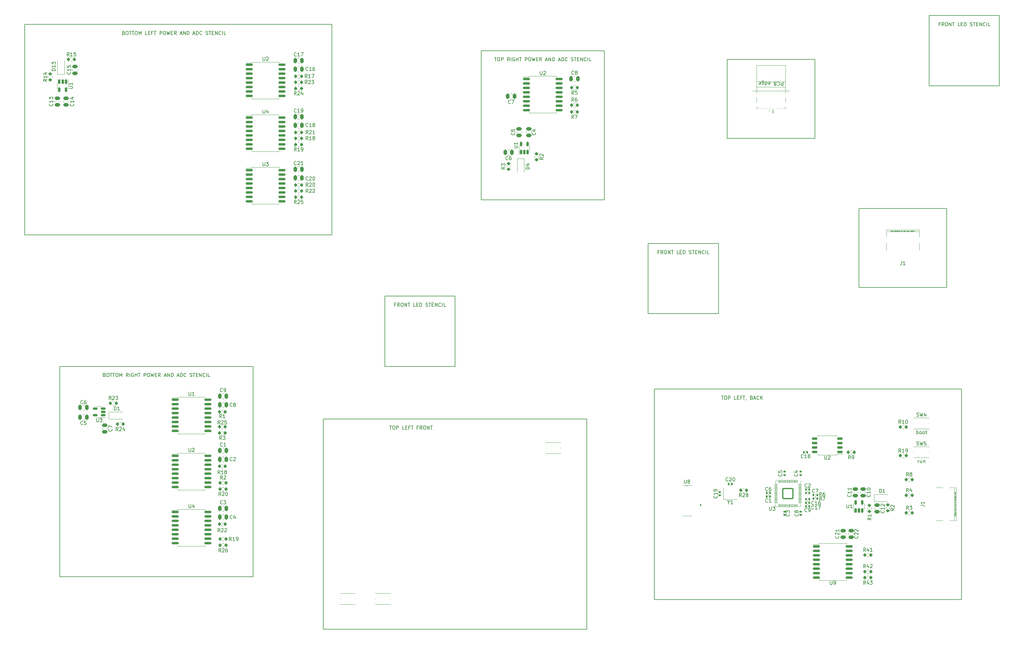
<source format=gto>
%TF.GenerationSoftware,KiCad,Pcbnew,(6.0.4)*%
%TF.CreationDate,2022-05-27T00:32:28-07:00*%
%TF.ProjectId,bot_L,626f745f-4c2e-46b6-9963-61645f706362,rev?*%
%TF.SameCoordinates,Original*%
%TF.FileFunction,Legend,Top*%
%TF.FilePolarity,Positive*%
%FSLAX46Y46*%
G04 Gerber Fmt 4.6, Leading zero omitted, Abs format (unit mm)*
G04 Created by KiCad (PCBNEW (6.0.4)) date 2022-05-27 00:32:28*
%MOMM*%
%LPD*%
G01*
G04 APERTURE LIST*
G04 Aperture macros list*
%AMRoundRect*
0 Rectangle with rounded corners*
0 $1 Rounding radius*
0 $2 $3 $4 $5 $6 $7 $8 $9 X,Y pos of 4 corners*
0 Add a 4 corners polygon primitive as box body*
4,1,4,$2,$3,$4,$5,$6,$7,$8,$9,$2,$3,0*
0 Add four circle primitives for the rounded corners*
1,1,$1+$1,$2,$3*
1,1,$1+$1,$4,$5*
1,1,$1+$1,$6,$7*
1,1,$1+$1,$8,$9*
0 Add four rect primitives between the rounded corners*
20,1,$1+$1,$2,$3,$4,$5,0*
20,1,$1+$1,$4,$5,$6,$7,0*
20,1,$1+$1,$6,$7,$8,$9,0*
20,1,$1+$1,$8,$9,$2,$3,0*%
G04 Aperture macros list end*
%ADD10C,0.150000*%
%ADD11C,0.062500*%
%ADD12C,0.120000*%
%ADD13C,0.010000*%
%ADD14C,0.100000*%
%ADD15C,0.650000*%
%ADD16R,1.450000X0.600000*%
%ADD17R,1.450000X0.300000*%
%ADD18O,1.600000X1.000000*%
%ADD19O,2.100000X1.000000*%
%ADD20O,1.000000X2.100000*%
%ADD21O,1.000000X1.600000*%
%ADD22R,0.600000X1.450000*%
%ADD23R,0.300000X1.450000*%
%ADD24RoundRect,0.140000X-0.140000X-0.170000X0.140000X-0.170000X0.140000X0.170000X-0.140000X0.170000X0*%
%ADD25R,0.550000X0.550000*%
%ADD26RoundRect,0.250000X0.250000X0.475000X-0.250000X0.475000X-0.250000X-0.475000X0.250000X-0.475000X0*%
%ADD27RoundRect,0.200000X0.200000X0.275000X-0.200000X0.275000X-0.200000X-0.275000X0.200000X-0.275000X0*%
%ADD28RoundRect,0.150000X-0.875000X-0.150000X0.875000X-0.150000X0.875000X0.150000X-0.875000X0.150000X0*%
%ADD29RoundRect,0.140000X-0.170000X0.140000X-0.170000X-0.140000X0.170000X-0.140000X0.170000X0.140000X0*%
%ADD30RoundRect,0.200000X0.275000X-0.200000X0.275000X0.200000X-0.275000X0.200000X-0.275000X-0.200000X0*%
%ADD31RoundRect,0.200000X-0.200000X-0.275000X0.200000X-0.275000X0.200000X0.275000X-0.200000X0.275000X0*%
%ADD32RoundRect,0.150000X0.512500X0.150000X-0.512500X0.150000X-0.512500X-0.150000X0.512500X-0.150000X0*%
%ADD33RoundRect,0.150000X-0.150000X0.512500X-0.150000X-0.512500X0.150000X-0.512500X0.150000X0.512500X0*%
%ADD34R,0.900000X1.000000*%
%ADD35R,0.400000X1.825000*%
%ADD36R,1.200000X1.200000*%
%ADD37R,1.500000X1.200000*%
%ADD38R,0.400000X2.012500*%
%ADD39RoundRect,0.150000X0.150000X-0.512500X0.150000X0.512500X-0.150000X0.512500X-0.150000X-0.512500X0*%
%ADD40RoundRect,0.140000X0.140000X0.170000X-0.140000X0.170000X-0.140000X-0.170000X0.140000X-0.170000X0*%
%ADD41RoundRect,0.140000X0.170000X-0.140000X0.170000X0.140000X-0.170000X0.140000X-0.170000X-0.140000X0*%
%ADD42R,1.981200X0.558800*%
%ADD43RoundRect,0.250000X0.475000X-0.250000X0.475000X0.250000X-0.475000X0.250000X-0.475000X-0.250000X0*%
%ADD44RoundRect,0.250000X-0.250000X-0.475000X0.250000X-0.475000X0.250000X0.475000X-0.250000X0.475000X0*%
%ADD45RoundRect,0.200000X-0.275000X0.200000X-0.275000X-0.200000X0.275000X-0.200000X0.275000X0.200000X0*%
%ADD46R,1.400000X1.200000*%
%ADD47RoundRect,0.150000X0.650000X0.150000X-0.650000X0.150000X-0.650000X-0.150000X0.650000X-0.150000X0*%
%ADD48RoundRect,0.135000X0.135000X0.185000X-0.135000X0.185000X-0.135000X-0.185000X0.135000X-0.185000X0*%
%ADD49RoundRect,0.250000X-0.475000X0.250000X-0.475000X-0.250000X0.475000X-0.250000X0.475000X0.250000X0*%
%ADD50R,0.900000X1.200000*%
%ADD51R,1.200000X0.900000*%
%ADD52RoundRect,0.050000X-0.050000X0.387500X-0.050000X-0.387500X0.050000X-0.387500X0.050000X0.387500X0*%
%ADD53RoundRect,0.050000X-0.387500X0.050000X-0.387500X-0.050000X0.387500X-0.050000X0.387500X0.050000X0*%
%ADD54RoundRect,0.144000X-1.456000X1.456000X-1.456000X-1.456000X1.456000X-1.456000X1.456000X1.456000X0*%
G04 APERTURE END LIST*
D10*
X287500000Y-100000000D02*
X262500000Y-100000000D01*
X262500000Y-77500000D02*
X287500000Y-77500000D01*
X225000000Y-35000000D02*
X250000000Y-35000000D01*
X147500000Y-102500000D02*
X127500000Y-102500000D01*
X185000000Y-137500000D02*
X185000000Y-197500000D01*
X262500000Y-100000000D02*
X262500000Y-77500000D01*
X190000000Y-32500000D02*
X190000000Y-75000000D01*
X287500000Y-77500000D02*
X287500000Y-100000000D01*
X147500000Y-122500000D02*
X147500000Y-102500000D01*
X291750000Y-129000000D02*
X291750000Y-189000000D01*
X35000000Y-182500000D02*
X90000000Y-182500000D01*
X90000000Y-122500000D02*
X35000000Y-122500000D01*
X185000000Y-197500000D02*
X110000000Y-197500000D01*
X204250000Y-129000000D02*
X291750000Y-129000000D01*
X250000000Y-57500000D02*
X225000000Y-57500000D01*
X190000000Y-75000000D02*
X155000000Y-75000000D01*
X302500000Y-22500000D02*
X282500000Y-22500000D01*
X127500000Y-102500000D02*
X127500000Y-122500000D01*
X155000000Y-75000000D02*
X155000000Y-32500000D01*
X112500000Y-25000000D02*
X112500000Y-85000000D01*
X110000000Y-197500000D02*
X110000000Y-137500000D01*
X155000000Y-32500000D02*
X190000000Y-32500000D01*
X25000000Y-25000000D02*
X112500000Y-25000000D01*
X127500000Y-122500000D02*
X147500000Y-122500000D01*
X282500000Y-22500000D02*
X282500000Y-42500000D01*
X250000000Y-35000000D02*
X250000000Y-57500000D01*
X302500000Y-42500000D02*
X302500000Y-22500000D01*
X291750000Y-189000000D02*
X204250000Y-189000000D01*
X112500000Y-85000000D02*
X25000000Y-85000000D01*
X35000000Y-122500000D02*
X35000000Y-182500000D01*
X222500000Y-107500000D02*
X222500000Y-87500000D01*
X90000000Y-182500000D02*
X90000000Y-122500000D01*
X202500000Y-87500000D02*
X202500000Y-107500000D01*
X282500000Y-42500000D02*
X302500000Y-42500000D01*
X204250000Y-189000000D02*
X204250000Y-129000000D01*
X110000000Y-137500000D02*
X185000000Y-137500000D01*
X222500000Y-87500000D02*
X202500000Y-87500000D01*
X202500000Y-107500000D02*
X222500000Y-107500000D01*
X225000000Y-57500000D02*
X225000000Y-35000000D01*
X25000000Y-85000000D02*
X25000000Y-25000000D01*
X53214285Y-27428571D02*
X53357142Y-27476190D01*
X53404761Y-27523809D01*
X53452380Y-27619047D01*
X53452380Y-27761904D01*
X53404761Y-27857142D01*
X53357142Y-27904761D01*
X53261904Y-27952380D01*
X52880952Y-27952380D01*
X52880952Y-26952380D01*
X53214285Y-26952380D01*
X53309523Y-27000000D01*
X53357142Y-27047619D01*
X53404761Y-27142857D01*
X53404761Y-27238095D01*
X53357142Y-27333333D01*
X53309523Y-27380952D01*
X53214285Y-27428571D01*
X52880952Y-27428571D01*
X54071428Y-26952380D02*
X54261904Y-26952380D01*
X54357142Y-27000000D01*
X54452380Y-27095238D01*
X54500000Y-27285714D01*
X54500000Y-27619047D01*
X54452380Y-27809523D01*
X54357142Y-27904761D01*
X54261904Y-27952380D01*
X54071428Y-27952380D01*
X53976190Y-27904761D01*
X53880952Y-27809523D01*
X53833333Y-27619047D01*
X53833333Y-27285714D01*
X53880952Y-27095238D01*
X53976190Y-27000000D01*
X54071428Y-26952380D01*
X54785714Y-26952380D02*
X55357142Y-26952380D01*
X55071428Y-27952380D02*
X55071428Y-26952380D01*
X55547619Y-26952380D02*
X56119047Y-26952380D01*
X55833333Y-27952380D02*
X55833333Y-26952380D01*
X56642857Y-26952380D02*
X56833333Y-26952380D01*
X56928571Y-27000000D01*
X57023809Y-27095238D01*
X57071428Y-27285714D01*
X57071428Y-27619047D01*
X57023809Y-27809523D01*
X56928571Y-27904761D01*
X56833333Y-27952380D01*
X56642857Y-27952380D01*
X56547619Y-27904761D01*
X56452380Y-27809523D01*
X56404761Y-27619047D01*
X56404761Y-27285714D01*
X56452380Y-27095238D01*
X56547619Y-27000000D01*
X56642857Y-26952380D01*
X57500000Y-27952380D02*
X57500000Y-26952380D01*
X57833333Y-27666666D01*
X58166666Y-26952380D01*
X58166666Y-27952380D01*
X59880952Y-27952380D02*
X59404761Y-27952380D01*
X59404761Y-26952380D01*
X60214285Y-27428571D02*
X60547619Y-27428571D01*
X60690476Y-27952380D02*
X60214285Y-27952380D01*
X60214285Y-26952380D01*
X60690476Y-26952380D01*
X61452380Y-27428571D02*
X61119047Y-27428571D01*
X61119047Y-27952380D02*
X61119047Y-26952380D01*
X61595238Y-26952380D01*
X61833333Y-26952380D02*
X62404761Y-26952380D01*
X62119047Y-27952380D02*
X62119047Y-26952380D01*
X63500000Y-27952380D02*
X63500000Y-26952380D01*
X63880952Y-26952380D01*
X63976190Y-27000000D01*
X64023809Y-27047619D01*
X64071428Y-27142857D01*
X64071428Y-27285714D01*
X64023809Y-27380952D01*
X63976190Y-27428571D01*
X63880952Y-27476190D01*
X63500000Y-27476190D01*
X64690476Y-26952380D02*
X64880952Y-26952380D01*
X64976190Y-27000000D01*
X65071428Y-27095238D01*
X65119047Y-27285714D01*
X65119047Y-27619047D01*
X65071428Y-27809523D01*
X64976190Y-27904761D01*
X64880952Y-27952380D01*
X64690476Y-27952380D01*
X64595238Y-27904761D01*
X64500000Y-27809523D01*
X64452380Y-27619047D01*
X64452380Y-27285714D01*
X64500000Y-27095238D01*
X64595238Y-27000000D01*
X64690476Y-26952380D01*
X65452380Y-26952380D02*
X65690476Y-27952380D01*
X65880952Y-27238095D01*
X66071428Y-27952380D01*
X66309523Y-26952380D01*
X66690476Y-27428571D02*
X67023809Y-27428571D01*
X67166666Y-27952380D02*
X66690476Y-27952380D01*
X66690476Y-26952380D01*
X67166666Y-26952380D01*
X68166666Y-27952380D02*
X67833333Y-27476190D01*
X67595238Y-27952380D02*
X67595238Y-26952380D01*
X67976190Y-26952380D01*
X68071428Y-27000000D01*
X68119047Y-27047619D01*
X68166666Y-27142857D01*
X68166666Y-27285714D01*
X68119047Y-27380952D01*
X68071428Y-27428571D01*
X67976190Y-27476190D01*
X67595238Y-27476190D01*
X69309523Y-27666666D02*
X69785714Y-27666666D01*
X69214285Y-27952380D02*
X69547619Y-26952380D01*
X69880952Y-27952380D01*
X70214285Y-27952380D02*
X70214285Y-26952380D01*
X70785714Y-27952380D01*
X70785714Y-26952380D01*
X71261904Y-27952380D02*
X71261904Y-26952380D01*
X71500000Y-26952380D01*
X71642857Y-27000000D01*
X71738095Y-27095238D01*
X71785714Y-27190476D01*
X71833333Y-27380952D01*
X71833333Y-27523809D01*
X71785714Y-27714285D01*
X71738095Y-27809523D01*
X71642857Y-27904761D01*
X71500000Y-27952380D01*
X71261904Y-27952380D01*
X72976190Y-27666666D02*
X73452380Y-27666666D01*
X72880952Y-27952380D02*
X73214285Y-26952380D01*
X73547619Y-27952380D01*
X73880952Y-27952380D02*
X73880952Y-26952380D01*
X74119047Y-26952380D01*
X74261904Y-27000000D01*
X74357142Y-27095238D01*
X74404761Y-27190476D01*
X74452380Y-27380952D01*
X74452380Y-27523809D01*
X74404761Y-27714285D01*
X74357142Y-27809523D01*
X74261904Y-27904761D01*
X74119047Y-27952380D01*
X73880952Y-27952380D01*
X75452380Y-27857142D02*
X75404761Y-27904761D01*
X75261904Y-27952380D01*
X75166666Y-27952380D01*
X75023809Y-27904761D01*
X74928571Y-27809523D01*
X74880952Y-27714285D01*
X74833333Y-27523809D01*
X74833333Y-27380952D01*
X74880952Y-27190476D01*
X74928571Y-27095238D01*
X75023809Y-27000000D01*
X75166666Y-26952380D01*
X75261904Y-26952380D01*
X75404761Y-27000000D01*
X75452380Y-27047619D01*
X76595238Y-27904761D02*
X76738095Y-27952380D01*
X76976190Y-27952380D01*
X77071428Y-27904761D01*
X77119047Y-27857142D01*
X77166666Y-27761904D01*
X77166666Y-27666666D01*
X77119047Y-27571428D01*
X77071428Y-27523809D01*
X76976190Y-27476190D01*
X76785714Y-27428571D01*
X76690476Y-27380952D01*
X76642857Y-27333333D01*
X76595238Y-27238095D01*
X76595238Y-27142857D01*
X76642857Y-27047619D01*
X76690476Y-27000000D01*
X76785714Y-26952380D01*
X77023809Y-26952380D01*
X77166666Y-27000000D01*
X77452380Y-26952380D02*
X78023809Y-26952380D01*
X77738095Y-27952380D02*
X77738095Y-26952380D01*
X78357142Y-27428571D02*
X78690476Y-27428571D01*
X78833333Y-27952380D02*
X78357142Y-27952380D01*
X78357142Y-26952380D01*
X78833333Y-26952380D01*
X79261904Y-27952380D02*
X79261904Y-26952380D01*
X79833333Y-27952380D01*
X79833333Y-26952380D01*
X80880952Y-27857142D02*
X80833333Y-27904761D01*
X80690476Y-27952380D01*
X80595238Y-27952380D01*
X80452380Y-27904761D01*
X80357142Y-27809523D01*
X80309523Y-27714285D01*
X80261904Y-27523809D01*
X80261904Y-27380952D01*
X80309523Y-27190476D01*
X80357142Y-27095238D01*
X80452380Y-27000000D01*
X80595238Y-26952380D01*
X80690476Y-26952380D01*
X80833333Y-27000000D01*
X80880952Y-27047619D01*
X81309523Y-27952380D02*
X81309523Y-26952380D01*
X82261904Y-27952380D02*
X81785714Y-27952380D01*
X81785714Y-26952380D01*
X285619047Y-24928571D02*
X285285714Y-24928571D01*
X285285714Y-25452380D02*
X285285714Y-24452380D01*
X285761904Y-24452380D01*
X286714285Y-25452380D02*
X286380952Y-24976190D01*
X286142857Y-25452380D02*
X286142857Y-24452380D01*
X286523809Y-24452380D01*
X286619047Y-24500000D01*
X286666666Y-24547619D01*
X286714285Y-24642857D01*
X286714285Y-24785714D01*
X286666666Y-24880952D01*
X286619047Y-24928571D01*
X286523809Y-24976190D01*
X286142857Y-24976190D01*
X287333333Y-24452380D02*
X287523809Y-24452380D01*
X287619047Y-24500000D01*
X287714285Y-24595238D01*
X287761904Y-24785714D01*
X287761904Y-25119047D01*
X287714285Y-25309523D01*
X287619047Y-25404761D01*
X287523809Y-25452380D01*
X287333333Y-25452380D01*
X287238095Y-25404761D01*
X287142857Y-25309523D01*
X287095238Y-25119047D01*
X287095238Y-24785714D01*
X287142857Y-24595238D01*
X287238095Y-24500000D01*
X287333333Y-24452380D01*
X288190476Y-25452380D02*
X288190476Y-24452380D01*
X288761904Y-25452380D01*
X288761904Y-24452380D01*
X289095238Y-24452380D02*
X289666666Y-24452380D01*
X289380952Y-25452380D02*
X289380952Y-24452380D01*
X291238095Y-25452380D02*
X290761904Y-25452380D01*
X290761904Y-24452380D01*
X291571428Y-24928571D02*
X291904761Y-24928571D01*
X292047619Y-25452380D02*
X291571428Y-25452380D01*
X291571428Y-24452380D01*
X292047619Y-24452380D01*
X292476190Y-25452380D02*
X292476190Y-24452380D01*
X292714285Y-24452380D01*
X292857142Y-24500000D01*
X292952380Y-24595238D01*
X293000000Y-24690476D01*
X293047619Y-24880952D01*
X293047619Y-25023809D01*
X293000000Y-25214285D01*
X292952380Y-25309523D01*
X292857142Y-25404761D01*
X292714285Y-25452380D01*
X292476190Y-25452380D01*
X294190476Y-25404761D02*
X294333333Y-25452380D01*
X294571428Y-25452380D01*
X294666666Y-25404761D01*
X294714285Y-25357142D01*
X294761904Y-25261904D01*
X294761904Y-25166666D01*
X294714285Y-25071428D01*
X294666666Y-25023809D01*
X294571428Y-24976190D01*
X294380952Y-24928571D01*
X294285714Y-24880952D01*
X294238095Y-24833333D01*
X294190476Y-24738095D01*
X294190476Y-24642857D01*
X294238095Y-24547619D01*
X294285714Y-24500000D01*
X294380952Y-24452380D01*
X294619047Y-24452380D01*
X294761904Y-24500000D01*
X295047619Y-24452380D02*
X295619047Y-24452380D01*
X295333333Y-25452380D02*
X295333333Y-24452380D01*
X295952380Y-24928571D02*
X296285714Y-24928571D01*
X296428571Y-25452380D02*
X295952380Y-25452380D01*
X295952380Y-24452380D01*
X296428571Y-24452380D01*
X296857142Y-25452380D02*
X296857142Y-24452380D01*
X297428571Y-25452380D01*
X297428571Y-24452380D01*
X298476190Y-25357142D02*
X298428571Y-25404761D01*
X298285714Y-25452380D01*
X298190476Y-25452380D01*
X298047619Y-25404761D01*
X297952380Y-25309523D01*
X297904761Y-25214285D01*
X297857142Y-25023809D01*
X297857142Y-24880952D01*
X297904761Y-24690476D01*
X297952380Y-24595238D01*
X298047619Y-24500000D01*
X298190476Y-24452380D01*
X298285714Y-24452380D01*
X298428571Y-24500000D01*
X298476190Y-24547619D01*
X298904761Y-25452380D02*
X298904761Y-24452380D01*
X299857142Y-25452380D02*
X299380952Y-25452380D01*
X299380952Y-24452380D01*
X130619047Y-104928571D02*
X130285714Y-104928571D01*
X130285714Y-105452380D02*
X130285714Y-104452380D01*
X130761904Y-104452380D01*
X131714285Y-105452380D02*
X131380952Y-104976190D01*
X131142857Y-105452380D02*
X131142857Y-104452380D01*
X131523809Y-104452380D01*
X131619047Y-104500000D01*
X131666666Y-104547619D01*
X131714285Y-104642857D01*
X131714285Y-104785714D01*
X131666666Y-104880952D01*
X131619047Y-104928571D01*
X131523809Y-104976190D01*
X131142857Y-104976190D01*
X132333333Y-104452380D02*
X132523809Y-104452380D01*
X132619047Y-104500000D01*
X132714285Y-104595238D01*
X132761904Y-104785714D01*
X132761904Y-105119047D01*
X132714285Y-105309523D01*
X132619047Y-105404761D01*
X132523809Y-105452380D01*
X132333333Y-105452380D01*
X132238095Y-105404761D01*
X132142857Y-105309523D01*
X132095238Y-105119047D01*
X132095238Y-104785714D01*
X132142857Y-104595238D01*
X132238095Y-104500000D01*
X132333333Y-104452380D01*
X133190476Y-105452380D02*
X133190476Y-104452380D01*
X133761904Y-105452380D01*
X133761904Y-104452380D01*
X134095238Y-104452380D02*
X134666666Y-104452380D01*
X134380952Y-105452380D02*
X134380952Y-104452380D01*
X136238095Y-105452380D02*
X135761904Y-105452380D01*
X135761904Y-104452380D01*
X136571428Y-104928571D02*
X136904761Y-104928571D01*
X137047619Y-105452380D02*
X136571428Y-105452380D01*
X136571428Y-104452380D01*
X137047619Y-104452380D01*
X137476190Y-105452380D02*
X137476190Y-104452380D01*
X137714285Y-104452380D01*
X137857142Y-104500000D01*
X137952380Y-104595238D01*
X138000000Y-104690476D01*
X138047619Y-104880952D01*
X138047619Y-105023809D01*
X138000000Y-105214285D01*
X137952380Y-105309523D01*
X137857142Y-105404761D01*
X137714285Y-105452380D01*
X137476190Y-105452380D01*
X139190476Y-105404761D02*
X139333333Y-105452380D01*
X139571428Y-105452380D01*
X139666666Y-105404761D01*
X139714285Y-105357142D01*
X139761904Y-105261904D01*
X139761904Y-105166666D01*
X139714285Y-105071428D01*
X139666666Y-105023809D01*
X139571428Y-104976190D01*
X139380952Y-104928571D01*
X139285714Y-104880952D01*
X139238095Y-104833333D01*
X139190476Y-104738095D01*
X139190476Y-104642857D01*
X139238095Y-104547619D01*
X139285714Y-104500000D01*
X139380952Y-104452380D01*
X139619047Y-104452380D01*
X139761904Y-104500000D01*
X140047619Y-104452380D02*
X140619047Y-104452380D01*
X140333333Y-105452380D02*
X140333333Y-104452380D01*
X140952380Y-104928571D02*
X141285714Y-104928571D01*
X141428571Y-105452380D02*
X140952380Y-105452380D01*
X140952380Y-104452380D01*
X141428571Y-104452380D01*
X141857142Y-105452380D02*
X141857142Y-104452380D01*
X142428571Y-105452380D01*
X142428571Y-104452380D01*
X143476190Y-105357142D02*
X143428571Y-105404761D01*
X143285714Y-105452380D01*
X143190476Y-105452380D01*
X143047619Y-105404761D01*
X142952380Y-105309523D01*
X142904761Y-105214285D01*
X142857142Y-105023809D01*
X142857142Y-104880952D01*
X142904761Y-104690476D01*
X142952380Y-104595238D01*
X143047619Y-104500000D01*
X143190476Y-104452380D01*
X143285714Y-104452380D01*
X143428571Y-104500000D01*
X143476190Y-104547619D01*
X143904761Y-105452380D02*
X143904761Y-104452380D01*
X144857142Y-105452380D02*
X144380952Y-105452380D01*
X144380952Y-104452380D01*
X223345238Y-130952380D02*
X223916666Y-130952380D01*
X223630952Y-131952380D02*
X223630952Y-130952380D01*
X224440476Y-130952380D02*
X224630952Y-130952380D01*
X224726190Y-131000000D01*
X224821428Y-131095238D01*
X224869047Y-131285714D01*
X224869047Y-131619047D01*
X224821428Y-131809523D01*
X224726190Y-131904761D01*
X224630952Y-131952380D01*
X224440476Y-131952380D01*
X224345238Y-131904761D01*
X224250000Y-131809523D01*
X224202380Y-131619047D01*
X224202380Y-131285714D01*
X224250000Y-131095238D01*
X224345238Y-131000000D01*
X224440476Y-130952380D01*
X225297619Y-131952380D02*
X225297619Y-130952380D01*
X225678571Y-130952380D01*
X225773809Y-131000000D01*
X225821428Y-131047619D01*
X225869047Y-131142857D01*
X225869047Y-131285714D01*
X225821428Y-131380952D01*
X225773809Y-131428571D01*
X225678571Y-131476190D01*
X225297619Y-131476190D01*
X227535714Y-131952380D02*
X227059523Y-131952380D01*
X227059523Y-130952380D01*
X227869047Y-131428571D02*
X228202380Y-131428571D01*
X228345238Y-131952380D02*
X227869047Y-131952380D01*
X227869047Y-130952380D01*
X228345238Y-130952380D01*
X229107142Y-131428571D02*
X228773809Y-131428571D01*
X228773809Y-131952380D02*
X228773809Y-130952380D01*
X229250000Y-130952380D01*
X229488095Y-130952380D02*
X230059523Y-130952380D01*
X229773809Y-131952380D02*
X229773809Y-130952380D01*
X230440476Y-131904761D02*
X230440476Y-131952380D01*
X230392857Y-132047619D01*
X230345238Y-132095238D01*
X231964285Y-131428571D02*
X232107142Y-131476190D01*
X232154761Y-131523809D01*
X232202380Y-131619047D01*
X232202380Y-131761904D01*
X232154761Y-131857142D01*
X232107142Y-131904761D01*
X232011904Y-131952380D01*
X231630952Y-131952380D01*
X231630952Y-130952380D01*
X231964285Y-130952380D01*
X232059523Y-131000000D01*
X232107142Y-131047619D01*
X232154761Y-131142857D01*
X232154761Y-131238095D01*
X232107142Y-131333333D01*
X232059523Y-131380952D01*
X231964285Y-131428571D01*
X231630952Y-131428571D01*
X232583333Y-131666666D02*
X233059523Y-131666666D01*
X232488095Y-131952380D02*
X232821428Y-130952380D01*
X233154761Y-131952380D01*
X234059523Y-131857142D02*
X234011904Y-131904761D01*
X233869047Y-131952380D01*
X233773809Y-131952380D01*
X233630952Y-131904761D01*
X233535714Y-131809523D01*
X233488095Y-131714285D01*
X233440476Y-131523809D01*
X233440476Y-131380952D01*
X233488095Y-131190476D01*
X233535714Y-131095238D01*
X233630952Y-131000000D01*
X233773809Y-130952380D01*
X233869047Y-130952380D01*
X234011904Y-131000000D01*
X234059523Y-131047619D01*
X234488095Y-131952380D02*
X234488095Y-130952380D01*
X235059523Y-131952380D02*
X234630952Y-131380952D01*
X235059523Y-130952380D02*
X234488095Y-131523809D01*
X205619047Y-89928571D02*
X205285714Y-89928571D01*
X205285714Y-90452380D02*
X205285714Y-89452380D01*
X205761904Y-89452380D01*
X206714285Y-90452380D02*
X206380952Y-89976190D01*
X206142857Y-90452380D02*
X206142857Y-89452380D01*
X206523809Y-89452380D01*
X206619047Y-89500000D01*
X206666666Y-89547619D01*
X206714285Y-89642857D01*
X206714285Y-89785714D01*
X206666666Y-89880952D01*
X206619047Y-89928571D01*
X206523809Y-89976190D01*
X206142857Y-89976190D01*
X207333333Y-89452380D02*
X207523809Y-89452380D01*
X207619047Y-89500000D01*
X207714285Y-89595238D01*
X207761904Y-89785714D01*
X207761904Y-90119047D01*
X207714285Y-90309523D01*
X207619047Y-90404761D01*
X207523809Y-90452380D01*
X207333333Y-90452380D01*
X207238095Y-90404761D01*
X207142857Y-90309523D01*
X207095238Y-90119047D01*
X207095238Y-89785714D01*
X207142857Y-89595238D01*
X207238095Y-89500000D01*
X207333333Y-89452380D01*
X208190476Y-90452380D02*
X208190476Y-89452380D01*
X208761904Y-90452380D01*
X208761904Y-89452380D01*
X209095238Y-89452380D02*
X209666666Y-89452380D01*
X209380952Y-90452380D02*
X209380952Y-89452380D01*
X211238095Y-90452380D02*
X210761904Y-90452380D01*
X210761904Y-89452380D01*
X211571428Y-89928571D02*
X211904761Y-89928571D01*
X212047619Y-90452380D02*
X211571428Y-90452380D01*
X211571428Y-89452380D01*
X212047619Y-89452380D01*
X212476190Y-90452380D02*
X212476190Y-89452380D01*
X212714285Y-89452380D01*
X212857142Y-89500000D01*
X212952380Y-89595238D01*
X213000000Y-89690476D01*
X213047619Y-89880952D01*
X213047619Y-90023809D01*
X213000000Y-90214285D01*
X212952380Y-90309523D01*
X212857142Y-90404761D01*
X212714285Y-90452380D01*
X212476190Y-90452380D01*
X214190476Y-90404761D02*
X214333333Y-90452380D01*
X214571428Y-90452380D01*
X214666666Y-90404761D01*
X214714285Y-90357142D01*
X214761904Y-90261904D01*
X214761904Y-90166666D01*
X214714285Y-90071428D01*
X214666666Y-90023809D01*
X214571428Y-89976190D01*
X214380952Y-89928571D01*
X214285714Y-89880952D01*
X214238095Y-89833333D01*
X214190476Y-89738095D01*
X214190476Y-89642857D01*
X214238095Y-89547619D01*
X214285714Y-89500000D01*
X214380952Y-89452380D01*
X214619047Y-89452380D01*
X214761904Y-89500000D01*
X215047619Y-89452380D02*
X215619047Y-89452380D01*
X215333333Y-90452380D02*
X215333333Y-89452380D01*
X215952380Y-89928571D02*
X216285714Y-89928571D01*
X216428571Y-90452380D02*
X215952380Y-90452380D01*
X215952380Y-89452380D01*
X216428571Y-89452380D01*
X216857142Y-90452380D02*
X216857142Y-89452380D01*
X217428571Y-90452380D01*
X217428571Y-89452380D01*
X218476190Y-90357142D02*
X218428571Y-90404761D01*
X218285714Y-90452380D01*
X218190476Y-90452380D01*
X218047619Y-90404761D01*
X217952380Y-90309523D01*
X217904761Y-90214285D01*
X217857142Y-90023809D01*
X217857142Y-89880952D01*
X217904761Y-89690476D01*
X217952380Y-89595238D01*
X218047619Y-89500000D01*
X218190476Y-89452380D01*
X218285714Y-89452380D01*
X218428571Y-89500000D01*
X218476190Y-89547619D01*
X218904761Y-90452380D02*
X218904761Y-89452380D01*
X219857142Y-90452380D02*
X219380952Y-90452380D01*
X219380952Y-89452380D01*
X128904761Y-139452380D02*
X129476190Y-139452380D01*
X129190476Y-140452380D02*
X129190476Y-139452380D01*
X130000000Y-139452380D02*
X130190476Y-139452380D01*
X130285714Y-139500000D01*
X130380952Y-139595238D01*
X130428571Y-139785714D01*
X130428571Y-140119047D01*
X130380952Y-140309523D01*
X130285714Y-140404761D01*
X130190476Y-140452380D01*
X130000000Y-140452380D01*
X129904761Y-140404761D01*
X129809523Y-140309523D01*
X129761904Y-140119047D01*
X129761904Y-139785714D01*
X129809523Y-139595238D01*
X129904761Y-139500000D01*
X130000000Y-139452380D01*
X130857142Y-140452380D02*
X130857142Y-139452380D01*
X131238095Y-139452380D01*
X131333333Y-139500000D01*
X131380952Y-139547619D01*
X131428571Y-139642857D01*
X131428571Y-139785714D01*
X131380952Y-139880952D01*
X131333333Y-139928571D01*
X131238095Y-139976190D01*
X130857142Y-139976190D01*
X133095238Y-140452380D02*
X132619047Y-140452380D01*
X132619047Y-139452380D01*
X133428571Y-139928571D02*
X133761904Y-139928571D01*
X133904761Y-140452380D02*
X133428571Y-140452380D01*
X133428571Y-139452380D01*
X133904761Y-139452380D01*
X134666666Y-139928571D02*
X134333333Y-139928571D01*
X134333333Y-140452380D02*
X134333333Y-139452380D01*
X134809523Y-139452380D01*
X135047619Y-139452380D02*
X135619047Y-139452380D01*
X135333333Y-140452380D02*
X135333333Y-139452380D01*
X137047619Y-139928571D02*
X136714285Y-139928571D01*
X136714285Y-140452380D02*
X136714285Y-139452380D01*
X137190476Y-139452380D01*
X138142857Y-140452380D02*
X137809523Y-139976190D01*
X137571428Y-140452380D02*
X137571428Y-139452380D01*
X137952380Y-139452380D01*
X138047619Y-139500000D01*
X138095238Y-139547619D01*
X138142857Y-139642857D01*
X138142857Y-139785714D01*
X138095238Y-139880952D01*
X138047619Y-139928571D01*
X137952380Y-139976190D01*
X137571428Y-139976190D01*
X138761904Y-139452380D02*
X138952380Y-139452380D01*
X139047619Y-139500000D01*
X139142857Y-139595238D01*
X139190476Y-139785714D01*
X139190476Y-140119047D01*
X139142857Y-140309523D01*
X139047619Y-140404761D01*
X138952380Y-140452380D01*
X138761904Y-140452380D01*
X138666666Y-140404761D01*
X138571428Y-140309523D01*
X138523809Y-140119047D01*
X138523809Y-139785714D01*
X138571428Y-139595238D01*
X138666666Y-139500000D01*
X138761904Y-139452380D01*
X139619047Y-140452380D02*
X139619047Y-139452380D01*
X140190476Y-140452380D01*
X140190476Y-139452380D01*
X140523809Y-139452380D02*
X141095238Y-139452380D01*
X140809523Y-140452380D02*
X140809523Y-139452380D01*
X158738095Y-34452380D02*
X159309523Y-34452380D01*
X159023809Y-35452380D02*
X159023809Y-34452380D01*
X159833333Y-34452380D02*
X160023809Y-34452380D01*
X160119047Y-34500000D01*
X160214285Y-34595238D01*
X160261904Y-34785714D01*
X160261904Y-35119047D01*
X160214285Y-35309523D01*
X160119047Y-35404761D01*
X160023809Y-35452380D01*
X159833333Y-35452380D01*
X159738095Y-35404761D01*
X159642857Y-35309523D01*
X159595238Y-35119047D01*
X159595238Y-34785714D01*
X159642857Y-34595238D01*
X159738095Y-34500000D01*
X159833333Y-34452380D01*
X160690476Y-35452380D02*
X160690476Y-34452380D01*
X161071428Y-34452380D01*
X161166666Y-34500000D01*
X161214285Y-34547619D01*
X161261904Y-34642857D01*
X161261904Y-34785714D01*
X161214285Y-34880952D01*
X161166666Y-34928571D01*
X161071428Y-34976190D01*
X160690476Y-34976190D01*
X163023809Y-35452380D02*
X162690476Y-34976190D01*
X162452380Y-35452380D02*
X162452380Y-34452380D01*
X162833333Y-34452380D01*
X162928571Y-34500000D01*
X162976190Y-34547619D01*
X163023809Y-34642857D01*
X163023809Y-34785714D01*
X162976190Y-34880952D01*
X162928571Y-34928571D01*
X162833333Y-34976190D01*
X162452380Y-34976190D01*
X163452380Y-35452380D02*
X163452380Y-34452380D01*
X164452380Y-34500000D02*
X164357142Y-34452380D01*
X164214285Y-34452380D01*
X164071428Y-34500000D01*
X163976190Y-34595238D01*
X163928571Y-34690476D01*
X163880952Y-34880952D01*
X163880952Y-35023809D01*
X163928571Y-35214285D01*
X163976190Y-35309523D01*
X164071428Y-35404761D01*
X164214285Y-35452380D01*
X164309523Y-35452380D01*
X164452380Y-35404761D01*
X164500000Y-35357142D01*
X164500000Y-35023809D01*
X164309523Y-35023809D01*
X164928571Y-35452380D02*
X164928571Y-34452380D01*
X164928571Y-34928571D02*
X165500000Y-34928571D01*
X165500000Y-35452380D02*
X165500000Y-34452380D01*
X165833333Y-34452380D02*
X166404761Y-34452380D01*
X166119047Y-35452380D02*
X166119047Y-34452380D01*
X167500000Y-35452380D02*
X167500000Y-34452380D01*
X167880952Y-34452380D01*
X167976190Y-34500000D01*
X168023809Y-34547619D01*
X168071428Y-34642857D01*
X168071428Y-34785714D01*
X168023809Y-34880952D01*
X167976190Y-34928571D01*
X167880952Y-34976190D01*
X167500000Y-34976190D01*
X168690476Y-34452380D02*
X168880952Y-34452380D01*
X168976190Y-34500000D01*
X169071428Y-34595238D01*
X169119047Y-34785714D01*
X169119047Y-35119047D01*
X169071428Y-35309523D01*
X168976190Y-35404761D01*
X168880952Y-35452380D01*
X168690476Y-35452380D01*
X168595238Y-35404761D01*
X168500000Y-35309523D01*
X168452380Y-35119047D01*
X168452380Y-34785714D01*
X168500000Y-34595238D01*
X168595238Y-34500000D01*
X168690476Y-34452380D01*
X169452380Y-34452380D02*
X169690476Y-35452380D01*
X169880952Y-34738095D01*
X170071428Y-35452380D01*
X170309523Y-34452380D01*
X170690476Y-34928571D02*
X171023809Y-34928571D01*
X171166666Y-35452380D02*
X170690476Y-35452380D01*
X170690476Y-34452380D01*
X171166666Y-34452380D01*
X172166666Y-35452380D02*
X171833333Y-34976190D01*
X171595238Y-35452380D02*
X171595238Y-34452380D01*
X171976190Y-34452380D01*
X172071428Y-34500000D01*
X172119047Y-34547619D01*
X172166666Y-34642857D01*
X172166666Y-34785714D01*
X172119047Y-34880952D01*
X172071428Y-34928571D01*
X171976190Y-34976190D01*
X171595238Y-34976190D01*
X173309523Y-35166666D02*
X173785714Y-35166666D01*
X173214285Y-35452380D02*
X173547619Y-34452380D01*
X173880952Y-35452380D01*
X174214285Y-35452380D02*
X174214285Y-34452380D01*
X174785714Y-35452380D01*
X174785714Y-34452380D01*
X175261904Y-35452380D02*
X175261904Y-34452380D01*
X175500000Y-34452380D01*
X175642857Y-34500000D01*
X175738095Y-34595238D01*
X175785714Y-34690476D01*
X175833333Y-34880952D01*
X175833333Y-35023809D01*
X175785714Y-35214285D01*
X175738095Y-35309523D01*
X175642857Y-35404761D01*
X175500000Y-35452380D01*
X175261904Y-35452380D01*
X176976190Y-35166666D02*
X177452380Y-35166666D01*
X176880952Y-35452380D02*
X177214285Y-34452380D01*
X177547619Y-35452380D01*
X177880952Y-35452380D02*
X177880952Y-34452380D01*
X178119047Y-34452380D01*
X178261904Y-34500000D01*
X178357142Y-34595238D01*
X178404761Y-34690476D01*
X178452380Y-34880952D01*
X178452380Y-35023809D01*
X178404761Y-35214285D01*
X178357142Y-35309523D01*
X178261904Y-35404761D01*
X178119047Y-35452380D01*
X177880952Y-35452380D01*
X179452380Y-35357142D02*
X179404761Y-35404761D01*
X179261904Y-35452380D01*
X179166666Y-35452380D01*
X179023809Y-35404761D01*
X178928571Y-35309523D01*
X178880952Y-35214285D01*
X178833333Y-35023809D01*
X178833333Y-34880952D01*
X178880952Y-34690476D01*
X178928571Y-34595238D01*
X179023809Y-34500000D01*
X179166666Y-34452380D01*
X179261904Y-34452380D01*
X179404761Y-34500000D01*
X179452380Y-34547619D01*
X180595238Y-35404761D02*
X180738095Y-35452380D01*
X180976190Y-35452380D01*
X181071428Y-35404761D01*
X181119047Y-35357142D01*
X181166666Y-35261904D01*
X181166666Y-35166666D01*
X181119047Y-35071428D01*
X181071428Y-35023809D01*
X180976190Y-34976190D01*
X180785714Y-34928571D01*
X180690476Y-34880952D01*
X180642857Y-34833333D01*
X180595238Y-34738095D01*
X180595238Y-34642857D01*
X180642857Y-34547619D01*
X180690476Y-34500000D01*
X180785714Y-34452380D01*
X181023809Y-34452380D01*
X181166666Y-34500000D01*
X181452380Y-34452380D02*
X182023809Y-34452380D01*
X181738095Y-35452380D02*
X181738095Y-34452380D01*
X182357142Y-34928571D02*
X182690476Y-34928571D01*
X182833333Y-35452380D02*
X182357142Y-35452380D01*
X182357142Y-34452380D01*
X182833333Y-34452380D01*
X183261904Y-35452380D02*
X183261904Y-34452380D01*
X183833333Y-35452380D01*
X183833333Y-34452380D01*
X184880952Y-35357142D02*
X184833333Y-35404761D01*
X184690476Y-35452380D01*
X184595238Y-35452380D01*
X184452380Y-35404761D01*
X184357142Y-35309523D01*
X184309523Y-35214285D01*
X184261904Y-35023809D01*
X184261904Y-34880952D01*
X184309523Y-34690476D01*
X184357142Y-34595238D01*
X184452380Y-34500000D01*
X184595238Y-34452380D01*
X184690476Y-34452380D01*
X184833333Y-34500000D01*
X184880952Y-34547619D01*
X185309523Y-35452380D02*
X185309523Y-34452380D01*
X186261904Y-35452380D02*
X185785714Y-35452380D01*
X185785714Y-34452380D01*
X47738095Y-124928571D02*
X47880952Y-124976190D01*
X47928571Y-125023809D01*
X47976190Y-125119047D01*
X47976190Y-125261904D01*
X47928571Y-125357142D01*
X47880952Y-125404761D01*
X47785714Y-125452380D01*
X47404761Y-125452380D01*
X47404761Y-124452380D01*
X47738095Y-124452380D01*
X47833333Y-124500000D01*
X47880952Y-124547619D01*
X47928571Y-124642857D01*
X47928571Y-124738095D01*
X47880952Y-124833333D01*
X47833333Y-124880952D01*
X47738095Y-124928571D01*
X47404761Y-124928571D01*
X48595238Y-124452380D02*
X48785714Y-124452380D01*
X48880952Y-124500000D01*
X48976190Y-124595238D01*
X49023809Y-124785714D01*
X49023809Y-125119047D01*
X48976190Y-125309523D01*
X48880952Y-125404761D01*
X48785714Y-125452380D01*
X48595238Y-125452380D01*
X48500000Y-125404761D01*
X48404761Y-125309523D01*
X48357142Y-125119047D01*
X48357142Y-124785714D01*
X48404761Y-124595238D01*
X48500000Y-124500000D01*
X48595238Y-124452380D01*
X49309523Y-124452380D02*
X49880952Y-124452380D01*
X49595238Y-125452380D02*
X49595238Y-124452380D01*
X50071428Y-124452380D02*
X50642857Y-124452380D01*
X50357142Y-125452380D02*
X50357142Y-124452380D01*
X51166666Y-124452380D02*
X51357142Y-124452380D01*
X51452380Y-124500000D01*
X51547619Y-124595238D01*
X51595238Y-124785714D01*
X51595238Y-125119047D01*
X51547619Y-125309523D01*
X51452380Y-125404761D01*
X51357142Y-125452380D01*
X51166666Y-125452380D01*
X51071428Y-125404761D01*
X50976190Y-125309523D01*
X50928571Y-125119047D01*
X50928571Y-124785714D01*
X50976190Y-124595238D01*
X51071428Y-124500000D01*
X51166666Y-124452380D01*
X52023809Y-125452380D02*
X52023809Y-124452380D01*
X52357142Y-125166666D01*
X52690476Y-124452380D01*
X52690476Y-125452380D01*
X54500000Y-125452380D02*
X54166666Y-124976190D01*
X53928571Y-125452380D02*
X53928571Y-124452380D01*
X54309523Y-124452380D01*
X54404761Y-124500000D01*
X54452380Y-124547619D01*
X54500000Y-124642857D01*
X54500000Y-124785714D01*
X54452380Y-124880952D01*
X54404761Y-124928571D01*
X54309523Y-124976190D01*
X53928571Y-124976190D01*
X54928571Y-125452380D02*
X54928571Y-124452380D01*
X55928571Y-124500000D02*
X55833333Y-124452380D01*
X55690476Y-124452380D01*
X55547619Y-124500000D01*
X55452380Y-124595238D01*
X55404761Y-124690476D01*
X55357142Y-124880952D01*
X55357142Y-125023809D01*
X55404761Y-125214285D01*
X55452380Y-125309523D01*
X55547619Y-125404761D01*
X55690476Y-125452380D01*
X55785714Y-125452380D01*
X55928571Y-125404761D01*
X55976190Y-125357142D01*
X55976190Y-125023809D01*
X55785714Y-125023809D01*
X56404761Y-125452380D02*
X56404761Y-124452380D01*
X56404761Y-124928571D02*
X56976190Y-124928571D01*
X56976190Y-125452380D02*
X56976190Y-124452380D01*
X57309523Y-124452380D02*
X57880952Y-124452380D01*
X57595238Y-125452380D02*
X57595238Y-124452380D01*
X58976190Y-125452380D02*
X58976190Y-124452380D01*
X59357142Y-124452380D01*
X59452380Y-124500000D01*
X59499999Y-124547619D01*
X59547619Y-124642857D01*
X59547619Y-124785714D01*
X59499999Y-124880952D01*
X59452380Y-124928571D01*
X59357142Y-124976190D01*
X58976190Y-124976190D01*
X60166666Y-124452380D02*
X60357142Y-124452380D01*
X60452380Y-124500000D01*
X60547619Y-124595238D01*
X60595238Y-124785714D01*
X60595238Y-125119047D01*
X60547619Y-125309523D01*
X60452380Y-125404761D01*
X60357142Y-125452380D01*
X60166666Y-125452380D01*
X60071428Y-125404761D01*
X59976190Y-125309523D01*
X59928571Y-125119047D01*
X59928571Y-124785714D01*
X59976190Y-124595238D01*
X60071428Y-124500000D01*
X60166666Y-124452380D01*
X60928571Y-124452380D02*
X61166666Y-125452380D01*
X61357142Y-124738095D01*
X61547619Y-125452380D01*
X61785714Y-124452380D01*
X62166666Y-124928571D02*
X62499999Y-124928571D01*
X62642857Y-125452380D02*
X62166666Y-125452380D01*
X62166666Y-124452380D01*
X62642857Y-124452380D01*
X63642857Y-125452380D02*
X63309523Y-124976190D01*
X63071428Y-125452380D02*
X63071428Y-124452380D01*
X63452380Y-124452380D01*
X63547619Y-124500000D01*
X63595238Y-124547619D01*
X63642857Y-124642857D01*
X63642857Y-124785714D01*
X63595238Y-124880952D01*
X63547619Y-124928571D01*
X63452380Y-124976190D01*
X63071428Y-124976190D01*
X64785714Y-125166666D02*
X65261904Y-125166666D01*
X64690476Y-125452380D02*
X65023809Y-124452380D01*
X65357142Y-125452380D01*
X65690476Y-125452380D02*
X65690476Y-124452380D01*
X66261904Y-125452380D01*
X66261904Y-124452380D01*
X66738095Y-125452380D02*
X66738095Y-124452380D01*
X66976190Y-124452380D01*
X67119047Y-124500000D01*
X67214285Y-124595238D01*
X67261904Y-124690476D01*
X67309523Y-124880952D01*
X67309523Y-125023809D01*
X67261904Y-125214285D01*
X67214285Y-125309523D01*
X67119047Y-125404761D01*
X66976190Y-125452380D01*
X66738095Y-125452380D01*
X68452380Y-125166666D02*
X68928571Y-125166666D01*
X68357142Y-125452380D02*
X68690476Y-124452380D01*
X69023809Y-125452380D01*
X69357142Y-125452380D02*
X69357142Y-124452380D01*
X69595238Y-124452380D01*
X69738095Y-124500000D01*
X69833333Y-124595238D01*
X69880952Y-124690476D01*
X69928571Y-124880952D01*
X69928571Y-125023809D01*
X69880952Y-125214285D01*
X69833333Y-125309523D01*
X69738095Y-125404761D01*
X69595238Y-125452380D01*
X69357142Y-125452380D01*
X70928571Y-125357142D02*
X70880952Y-125404761D01*
X70738095Y-125452380D01*
X70642857Y-125452380D01*
X70500000Y-125404761D01*
X70404761Y-125309523D01*
X70357142Y-125214285D01*
X70309523Y-125023809D01*
X70309523Y-124880952D01*
X70357142Y-124690476D01*
X70404761Y-124595238D01*
X70500000Y-124500000D01*
X70642857Y-124452380D01*
X70738095Y-124452380D01*
X70880952Y-124500000D01*
X70928571Y-124547619D01*
X72071428Y-125404761D02*
X72214285Y-125452380D01*
X72452380Y-125452380D01*
X72547619Y-125404761D01*
X72595238Y-125357142D01*
X72642857Y-125261904D01*
X72642857Y-125166666D01*
X72595238Y-125071428D01*
X72547619Y-125023809D01*
X72452380Y-124976190D01*
X72261904Y-124928571D01*
X72166666Y-124880952D01*
X72119047Y-124833333D01*
X72071428Y-124738095D01*
X72071428Y-124642857D01*
X72119047Y-124547619D01*
X72166666Y-124500000D01*
X72261904Y-124452380D01*
X72500000Y-124452380D01*
X72642857Y-124500000D01*
X72928571Y-124452380D02*
X73500000Y-124452380D01*
X73214285Y-125452380D02*
X73214285Y-124452380D01*
X73833333Y-124928571D02*
X74166666Y-124928571D01*
X74309523Y-125452380D02*
X73833333Y-125452380D01*
X73833333Y-124452380D01*
X74309523Y-124452380D01*
X74738095Y-125452380D02*
X74738095Y-124452380D01*
X75309523Y-125452380D01*
X75309523Y-124452380D01*
X76357142Y-125357142D02*
X76309523Y-125404761D01*
X76166666Y-125452380D01*
X76071428Y-125452380D01*
X75928571Y-125404761D01*
X75833333Y-125309523D01*
X75785714Y-125214285D01*
X75738095Y-125023809D01*
X75738095Y-124880952D01*
X75785714Y-124690476D01*
X75833333Y-124595238D01*
X75928571Y-124500000D01*
X76071428Y-124452380D01*
X76166666Y-124452380D01*
X76309523Y-124500000D01*
X76357142Y-124547619D01*
X76785714Y-125452380D02*
X76785714Y-124452380D01*
X77738095Y-125452380D02*
X77261904Y-125452380D01*
X77261904Y-124452380D01*
%TO.C,J1*%
X280104418Y-162107853D02*
X280818704Y-162107853D01*
X280961561Y-162155472D01*
X281056799Y-162250710D01*
X281104418Y-162393567D01*
X281104418Y-162488805D01*
X281104418Y-161107853D02*
X281104418Y-161679281D01*
X281104418Y-161393567D02*
X280104418Y-161393567D01*
X280247276Y-161488805D01*
X280342514Y-161584043D01*
X280390133Y-161679281D01*
D11*
X289730133Y-165274520D02*
X289730133Y-165107853D01*
X289980133Y-165214996D01*
X289956323Y-165012615D02*
X289968228Y-165000710D01*
X289980133Y-165012615D01*
X289968228Y-165024520D01*
X289956323Y-165012615D01*
X289980133Y-165012615D01*
X289730133Y-164917377D02*
X289730133Y-164762615D01*
X289825371Y-164845948D01*
X289825371Y-164810234D01*
X289837276Y-164786424D01*
X289849180Y-164774520D01*
X289872990Y-164762615D01*
X289932514Y-164762615D01*
X289956323Y-164774520D01*
X289968228Y-164786424D01*
X289980133Y-164810234D01*
X289980133Y-164881662D01*
X289968228Y-164905472D01*
X289956323Y-164917377D01*
X289730133Y-164536424D02*
X289730133Y-164655472D01*
X289849180Y-164667377D01*
X289837276Y-164655472D01*
X289825371Y-164631662D01*
X289825371Y-164572139D01*
X289837276Y-164548329D01*
X289849180Y-164536424D01*
X289872990Y-164524520D01*
X289932514Y-164524520D01*
X289956323Y-164536424D01*
X289968228Y-164548329D01*
X289980133Y-164572139D01*
X289980133Y-164631662D01*
X289968228Y-164655472D01*
X289956323Y-164667377D01*
X289980133Y-164417377D02*
X289813466Y-164417377D01*
X289837276Y-164417377D02*
X289825371Y-164405472D01*
X289813466Y-164381662D01*
X289813466Y-164345948D01*
X289825371Y-164322139D01*
X289849180Y-164310234D01*
X289980133Y-164310234D01*
X289849180Y-164310234D02*
X289825371Y-164298329D01*
X289813466Y-164274520D01*
X289813466Y-164238805D01*
X289825371Y-164214996D01*
X289849180Y-164203091D01*
X289980133Y-164203091D01*
X289980133Y-164084043D02*
X289813466Y-164084043D01*
X289837276Y-164084043D02*
X289825371Y-164072139D01*
X289813466Y-164048329D01*
X289813466Y-164012615D01*
X289825371Y-163988805D01*
X289849180Y-163976900D01*
X289980133Y-163976900D01*
X289849180Y-163976900D02*
X289825371Y-163964996D01*
X289813466Y-163941186D01*
X289813466Y-163905472D01*
X289825371Y-163881662D01*
X289849180Y-163869758D01*
X289980133Y-163869758D01*
X289813466Y-163595948D02*
X289813466Y-163500710D01*
X289980133Y-163560234D02*
X289765847Y-163560234D01*
X289742038Y-163548329D01*
X289730133Y-163524520D01*
X289730133Y-163500710D01*
X289980133Y-163417377D02*
X289813466Y-163417377D01*
X289861085Y-163417377D02*
X289837276Y-163405472D01*
X289825371Y-163393567D01*
X289813466Y-163369758D01*
X289813466Y-163345948D01*
X289980133Y-163226900D02*
X289968228Y-163250710D01*
X289956323Y-163262615D01*
X289932514Y-163274520D01*
X289861085Y-163274520D01*
X289837276Y-163262615D01*
X289825371Y-163250710D01*
X289813466Y-163226900D01*
X289813466Y-163191186D01*
X289825371Y-163167377D01*
X289837276Y-163155472D01*
X289861085Y-163143567D01*
X289932514Y-163143567D01*
X289956323Y-163155472D01*
X289968228Y-163167377D01*
X289980133Y-163191186D01*
X289980133Y-163226900D01*
X289980133Y-163036424D02*
X289813466Y-163036424D01*
X289837276Y-163036424D02*
X289825371Y-163024520D01*
X289813466Y-163000710D01*
X289813466Y-162964996D01*
X289825371Y-162941186D01*
X289849180Y-162929281D01*
X289980133Y-162929281D01*
X289849180Y-162929281D02*
X289825371Y-162917377D01*
X289813466Y-162893567D01*
X289813466Y-162857853D01*
X289825371Y-162834043D01*
X289849180Y-162822139D01*
X289980133Y-162822139D01*
X289980133Y-162512615D02*
X289730133Y-162512615D01*
X289825371Y-162512615D02*
X289813466Y-162488805D01*
X289813466Y-162441186D01*
X289825371Y-162417377D01*
X289837276Y-162405472D01*
X289861085Y-162393567D01*
X289932514Y-162393567D01*
X289956323Y-162405472D01*
X289968228Y-162417377D01*
X289980133Y-162441186D01*
X289980133Y-162488805D01*
X289968228Y-162512615D01*
X289980133Y-162179281D02*
X289849180Y-162179281D01*
X289825371Y-162191186D01*
X289813466Y-162214996D01*
X289813466Y-162262615D01*
X289825371Y-162286424D01*
X289968228Y-162179281D02*
X289980133Y-162203091D01*
X289980133Y-162262615D01*
X289968228Y-162286424D01*
X289944418Y-162298329D01*
X289920609Y-162298329D01*
X289896799Y-162286424D01*
X289884895Y-162262615D01*
X289884895Y-162203091D01*
X289872990Y-162179281D01*
X289968228Y-161953091D02*
X289980133Y-161976900D01*
X289980133Y-162024520D01*
X289968228Y-162048329D01*
X289956323Y-162060234D01*
X289932514Y-162072139D01*
X289861085Y-162072139D01*
X289837276Y-162060234D01*
X289825371Y-162048329D01*
X289813466Y-162024520D01*
X289813466Y-161976900D01*
X289825371Y-161953091D01*
X289980133Y-161845948D02*
X289730133Y-161845948D01*
X289884895Y-161822139D02*
X289980133Y-161750710D01*
X289813466Y-161750710D02*
X289908704Y-161845948D01*
X289980133Y-161417377D02*
X289968228Y-161441186D01*
X289956323Y-161453091D01*
X289932514Y-161464996D01*
X289861085Y-161464996D01*
X289837276Y-161453091D01*
X289825371Y-161441186D01*
X289813466Y-161417377D01*
X289813466Y-161381662D01*
X289825371Y-161357853D01*
X289837276Y-161345948D01*
X289861085Y-161334043D01*
X289932514Y-161334043D01*
X289956323Y-161345948D01*
X289968228Y-161357853D01*
X289980133Y-161381662D01*
X289980133Y-161417377D01*
X289813466Y-161262615D02*
X289813466Y-161167377D01*
X289980133Y-161226900D02*
X289765847Y-161226900D01*
X289742038Y-161214996D01*
X289730133Y-161191186D01*
X289730133Y-161167377D01*
X289980133Y-160893567D02*
X289813466Y-160893567D01*
X289837276Y-160893567D02*
X289825371Y-160881662D01*
X289813466Y-160857853D01*
X289813466Y-160822139D01*
X289825371Y-160798329D01*
X289849180Y-160786424D01*
X289980133Y-160786424D01*
X289849180Y-160786424D02*
X289825371Y-160774520D01*
X289813466Y-160750710D01*
X289813466Y-160714996D01*
X289825371Y-160691186D01*
X289849180Y-160679281D01*
X289980133Y-160679281D01*
X289980133Y-160524520D02*
X289968228Y-160548329D01*
X289956323Y-160560234D01*
X289932514Y-160572139D01*
X289861085Y-160572139D01*
X289837276Y-160560234D01*
X289825371Y-160548329D01*
X289813466Y-160524520D01*
X289813466Y-160488805D01*
X289825371Y-160464996D01*
X289837276Y-160453091D01*
X289861085Y-160441186D01*
X289932514Y-160441186D01*
X289956323Y-160453091D01*
X289968228Y-160464996D01*
X289980133Y-160488805D01*
X289980133Y-160524520D01*
X289813466Y-160226900D02*
X289980133Y-160226900D01*
X289813466Y-160334043D02*
X289944418Y-160334043D01*
X289968228Y-160322139D01*
X289980133Y-160298329D01*
X289980133Y-160262615D01*
X289968228Y-160238805D01*
X289956323Y-160226900D01*
X289813466Y-160107853D02*
X289980133Y-160107853D01*
X289837276Y-160107853D02*
X289825371Y-160095948D01*
X289813466Y-160072139D01*
X289813466Y-160036424D01*
X289825371Y-160012615D01*
X289849180Y-160000710D01*
X289980133Y-160000710D01*
X289813466Y-159917377D02*
X289813466Y-159822139D01*
X289730133Y-159881662D02*
X289944418Y-159881662D01*
X289968228Y-159869758D01*
X289980133Y-159845948D01*
X289980133Y-159822139D01*
X289980133Y-159738805D02*
X289813466Y-159738805D01*
X289730133Y-159738805D02*
X289742038Y-159750710D01*
X289753942Y-159738805D01*
X289742038Y-159726900D01*
X289730133Y-159738805D01*
X289753942Y-159738805D01*
X289813466Y-159619758D02*
X289980133Y-159619758D01*
X289837276Y-159619758D02*
X289825371Y-159607853D01*
X289813466Y-159584043D01*
X289813466Y-159548329D01*
X289825371Y-159524520D01*
X289849180Y-159512615D01*
X289980133Y-159512615D01*
X289813466Y-159286424D02*
X290015847Y-159286424D01*
X290039657Y-159298329D01*
X290051561Y-159310234D01*
X290063466Y-159334043D01*
X290063466Y-159369758D01*
X290051561Y-159393567D01*
X289968228Y-159286424D02*
X289980133Y-159310234D01*
X289980133Y-159357853D01*
X289968228Y-159381662D01*
X289956323Y-159393567D01*
X289932514Y-159405472D01*
X289861085Y-159405472D01*
X289837276Y-159393567D01*
X289825371Y-159381662D01*
X289813466Y-159357853D01*
X289813466Y-159310234D01*
X289825371Y-159286424D01*
X289980133Y-158976900D02*
X289730133Y-158976900D01*
X289980133Y-158869758D02*
X289849180Y-158869758D01*
X289825371Y-158881662D01*
X289813466Y-158905472D01*
X289813466Y-158941186D01*
X289825371Y-158964996D01*
X289837276Y-158976900D01*
X289980133Y-158714996D02*
X289968228Y-158738805D01*
X289956323Y-158750710D01*
X289932514Y-158762615D01*
X289861085Y-158762615D01*
X289837276Y-158750710D01*
X289825371Y-158738805D01*
X289813466Y-158714996D01*
X289813466Y-158679281D01*
X289825371Y-158655472D01*
X289837276Y-158643567D01*
X289861085Y-158631662D01*
X289932514Y-158631662D01*
X289956323Y-158643567D01*
X289968228Y-158655472D01*
X289980133Y-158679281D01*
X289980133Y-158714996D01*
X289980133Y-158488805D02*
X289968228Y-158512615D01*
X289944418Y-158524520D01*
X289730133Y-158524520D01*
X289968228Y-158298329D02*
X289980133Y-158322139D01*
X289980133Y-158369758D01*
X289968228Y-158393567D01*
X289944418Y-158405472D01*
X289849180Y-158405472D01*
X289825371Y-158393567D01*
X289813466Y-158369758D01*
X289813466Y-158322139D01*
X289825371Y-158298329D01*
X289849180Y-158286424D01*
X289872990Y-158286424D01*
X289896799Y-158405472D01*
D10*
X274666666Y-92597380D02*
X274666666Y-93311666D01*
X274619047Y-93454523D01*
X274523809Y-93549761D01*
X274380952Y-93597380D01*
X274285714Y-93597380D01*
X275666666Y-93597380D02*
X275095238Y-93597380D01*
X275380952Y-93597380D02*
X275380952Y-92597380D01*
X275285714Y-92740238D01*
X275190476Y-92835476D01*
X275095238Y-92883095D01*
D11*
X278500000Y-84066904D02*
X278333333Y-84066904D01*
X278440476Y-83816904D01*
X278238095Y-83840714D02*
X278226190Y-83828809D01*
X278238095Y-83816904D01*
X278250000Y-83828809D01*
X278238095Y-83840714D01*
X278238095Y-83816904D01*
X278142857Y-84066904D02*
X277988095Y-84066904D01*
X278071428Y-83971666D01*
X278035714Y-83971666D01*
X278011904Y-83959761D01*
X278000000Y-83947857D01*
X277988095Y-83924047D01*
X277988095Y-83864523D01*
X278000000Y-83840714D01*
X278011904Y-83828809D01*
X278035714Y-83816904D01*
X278107142Y-83816904D01*
X278130952Y-83828809D01*
X278142857Y-83840714D01*
X277761904Y-84066904D02*
X277880952Y-84066904D01*
X277892857Y-83947857D01*
X277880952Y-83959761D01*
X277857142Y-83971666D01*
X277797619Y-83971666D01*
X277773809Y-83959761D01*
X277761904Y-83947857D01*
X277750000Y-83924047D01*
X277750000Y-83864523D01*
X277761904Y-83840714D01*
X277773809Y-83828809D01*
X277797619Y-83816904D01*
X277857142Y-83816904D01*
X277880952Y-83828809D01*
X277892857Y-83840714D01*
X277642857Y-83816904D02*
X277642857Y-83983571D01*
X277642857Y-83959761D02*
X277630952Y-83971666D01*
X277607142Y-83983571D01*
X277571428Y-83983571D01*
X277547619Y-83971666D01*
X277535714Y-83947857D01*
X277535714Y-83816904D01*
X277535714Y-83947857D02*
X277523809Y-83971666D01*
X277500000Y-83983571D01*
X277464285Y-83983571D01*
X277440476Y-83971666D01*
X277428571Y-83947857D01*
X277428571Y-83816904D01*
X277309523Y-83816904D02*
X277309523Y-83983571D01*
X277309523Y-83959761D02*
X277297619Y-83971666D01*
X277273809Y-83983571D01*
X277238095Y-83983571D01*
X277214285Y-83971666D01*
X277202380Y-83947857D01*
X277202380Y-83816904D01*
X277202380Y-83947857D02*
X277190476Y-83971666D01*
X277166666Y-83983571D01*
X277130952Y-83983571D01*
X277107142Y-83971666D01*
X277095238Y-83947857D01*
X277095238Y-83816904D01*
X276821428Y-83983571D02*
X276726190Y-83983571D01*
X276785714Y-83816904D02*
X276785714Y-84031190D01*
X276773809Y-84055000D01*
X276750000Y-84066904D01*
X276726190Y-84066904D01*
X276642857Y-83816904D02*
X276642857Y-83983571D01*
X276642857Y-83935952D02*
X276630952Y-83959761D01*
X276619047Y-83971666D01*
X276595238Y-83983571D01*
X276571428Y-83983571D01*
X276452380Y-83816904D02*
X276476190Y-83828809D01*
X276488095Y-83840714D01*
X276500000Y-83864523D01*
X276500000Y-83935952D01*
X276488095Y-83959761D01*
X276476190Y-83971666D01*
X276452380Y-83983571D01*
X276416666Y-83983571D01*
X276392857Y-83971666D01*
X276380952Y-83959761D01*
X276369047Y-83935952D01*
X276369047Y-83864523D01*
X276380952Y-83840714D01*
X276392857Y-83828809D01*
X276416666Y-83816904D01*
X276452380Y-83816904D01*
X276261904Y-83816904D02*
X276261904Y-83983571D01*
X276261904Y-83959761D02*
X276250000Y-83971666D01*
X276226190Y-83983571D01*
X276190476Y-83983571D01*
X276166666Y-83971666D01*
X276154761Y-83947857D01*
X276154761Y-83816904D01*
X276154761Y-83947857D02*
X276142857Y-83971666D01*
X276119047Y-83983571D01*
X276083333Y-83983571D01*
X276059523Y-83971666D01*
X276047619Y-83947857D01*
X276047619Y-83816904D01*
X275738095Y-83816904D02*
X275738095Y-84066904D01*
X275738095Y-83971666D02*
X275714285Y-83983571D01*
X275666666Y-83983571D01*
X275642857Y-83971666D01*
X275630952Y-83959761D01*
X275619047Y-83935952D01*
X275619047Y-83864523D01*
X275630952Y-83840714D01*
X275642857Y-83828809D01*
X275666666Y-83816904D01*
X275714285Y-83816904D01*
X275738095Y-83828809D01*
X275404761Y-83816904D02*
X275404761Y-83947857D01*
X275416666Y-83971666D01*
X275440476Y-83983571D01*
X275488095Y-83983571D01*
X275511904Y-83971666D01*
X275404761Y-83828809D02*
X275428571Y-83816904D01*
X275488095Y-83816904D01*
X275511904Y-83828809D01*
X275523809Y-83852619D01*
X275523809Y-83876428D01*
X275511904Y-83900238D01*
X275488095Y-83912142D01*
X275428571Y-83912142D01*
X275404761Y-83924047D01*
X275178571Y-83828809D02*
X275202380Y-83816904D01*
X275250000Y-83816904D01*
X275273809Y-83828809D01*
X275285714Y-83840714D01*
X275297619Y-83864523D01*
X275297619Y-83935952D01*
X275285714Y-83959761D01*
X275273809Y-83971666D01*
X275250000Y-83983571D01*
X275202380Y-83983571D01*
X275178571Y-83971666D01*
X275071428Y-83816904D02*
X275071428Y-84066904D01*
X275047619Y-83912142D02*
X274976190Y-83816904D01*
X274976190Y-83983571D02*
X275071428Y-83888333D01*
X274642857Y-83816904D02*
X274666666Y-83828809D01*
X274678571Y-83840714D01*
X274690476Y-83864523D01*
X274690476Y-83935952D01*
X274678571Y-83959761D01*
X274666666Y-83971666D01*
X274642857Y-83983571D01*
X274607142Y-83983571D01*
X274583333Y-83971666D01*
X274571428Y-83959761D01*
X274559523Y-83935952D01*
X274559523Y-83864523D01*
X274571428Y-83840714D01*
X274583333Y-83828809D01*
X274607142Y-83816904D01*
X274642857Y-83816904D01*
X274488095Y-83983571D02*
X274392857Y-83983571D01*
X274452380Y-83816904D02*
X274452380Y-84031190D01*
X274440476Y-84055000D01*
X274416666Y-84066904D01*
X274392857Y-84066904D01*
X274119047Y-83816904D02*
X274119047Y-83983571D01*
X274119047Y-83959761D02*
X274107142Y-83971666D01*
X274083333Y-83983571D01*
X274047619Y-83983571D01*
X274023809Y-83971666D01*
X274011904Y-83947857D01*
X274011904Y-83816904D01*
X274011904Y-83947857D02*
X274000000Y-83971666D01*
X273976190Y-83983571D01*
X273940476Y-83983571D01*
X273916666Y-83971666D01*
X273904761Y-83947857D01*
X273904761Y-83816904D01*
X273750000Y-83816904D02*
X273773809Y-83828809D01*
X273785714Y-83840714D01*
X273797619Y-83864523D01*
X273797619Y-83935952D01*
X273785714Y-83959761D01*
X273773809Y-83971666D01*
X273750000Y-83983571D01*
X273714285Y-83983571D01*
X273690476Y-83971666D01*
X273678571Y-83959761D01*
X273666666Y-83935952D01*
X273666666Y-83864523D01*
X273678571Y-83840714D01*
X273690476Y-83828809D01*
X273714285Y-83816904D01*
X273750000Y-83816904D01*
X273452380Y-83983571D02*
X273452380Y-83816904D01*
X273559523Y-83983571D02*
X273559523Y-83852619D01*
X273547619Y-83828809D01*
X273523809Y-83816904D01*
X273488095Y-83816904D01*
X273464285Y-83828809D01*
X273452380Y-83840714D01*
X273333333Y-83983571D02*
X273333333Y-83816904D01*
X273333333Y-83959761D02*
X273321428Y-83971666D01*
X273297619Y-83983571D01*
X273261904Y-83983571D01*
X273238095Y-83971666D01*
X273226190Y-83947857D01*
X273226190Y-83816904D01*
X273142857Y-83983571D02*
X273047619Y-83983571D01*
X273107142Y-84066904D02*
X273107142Y-83852619D01*
X273095238Y-83828809D01*
X273071428Y-83816904D01*
X273047619Y-83816904D01*
X272964285Y-83816904D02*
X272964285Y-83983571D01*
X272964285Y-84066904D02*
X272976190Y-84055000D01*
X272964285Y-84043095D01*
X272952380Y-84055000D01*
X272964285Y-84066904D01*
X272964285Y-84043095D01*
X272845238Y-83983571D02*
X272845238Y-83816904D01*
X272845238Y-83959761D02*
X272833333Y-83971666D01*
X272809523Y-83983571D01*
X272773809Y-83983571D01*
X272750000Y-83971666D01*
X272738095Y-83947857D01*
X272738095Y-83816904D01*
X272511904Y-83983571D02*
X272511904Y-83781190D01*
X272523809Y-83757380D01*
X272535714Y-83745476D01*
X272559523Y-83733571D01*
X272595238Y-83733571D01*
X272619047Y-83745476D01*
X272511904Y-83828809D02*
X272535714Y-83816904D01*
X272583333Y-83816904D01*
X272607142Y-83828809D01*
X272619047Y-83840714D01*
X272630952Y-83864523D01*
X272630952Y-83935952D01*
X272619047Y-83959761D01*
X272607142Y-83971666D01*
X272583333Y-83983571D01*
X272535714Y-83983571D01*
X272511904Y-83971666D01*
X272202380Y-83816904D02*
X272202380Y-84066904D01*
X272095238Y-83816904D02*
X272095238Y-83947857D01*
X272107142Y-83971666D01*
X272130952Y-83983571D01*
X272166666Y-83983571D01*
X272190476Y-83971666D01*
X272202380Y-83959761D01*
X271940476Y-83816904D02*
X271964285Y-83828809D01*
X271976190Y-83840714D01*
X271988095Y-83864523D01*
X271988095Y-83935952D01*
X271976190Y-83959761D01*
X271964285Y-83971666D01*
X271940476Y-83983571D01*
X271904761Y-83983571D01*
X271880952Y-83971666D01*
X271869047Y-83959761D01*
X271857142Y-83935952D01*
X271857142Y-83864523D01*
X271869047Y-83840714D01*
X271880952Y-83828809D01*
X271904761Y-83816904D01*
X271940476Y-83816904D01*
X271714285Y-83816904D02*
X271738095Y-83828809D01*
X271750000Y-83852619D01*
X271750000Y-84066904D01*
X271523809Y-83828809D02*
X271547619Y-83816904D01*
X271595238Y-83816904D01*
X271619047Y-83828809D01*
X271630952Y-83852619D01*
X271630952Y-83947857D01*
X271619047Y-83971666D01*
X271595238Y-83983571D01*
X271547619Y-83983571D01*
X271523809Y-83971666D01*
X271511904Y-83947857D01*
X271511904Y-83924047D01*
X271630952Y-83900238D01*
D10*
%TO.C,C7*%
X249880371Y-158381662D02*
X249832752Y-158429281D01*
X249689895Y-158476900D01*
X249594657Y-158476900D01*
X249451799Y-158429281D01*
X249356561Y-158334043D01*
X249308942Y-158238805D01*
X249261323Y-158048329D01*
X249261323Y-157905472D01*
X249308942Y-157714996D01*
X249356561Y-157619758D01*
X249451799Y-157524520D01*
X249594657Y-157476900D01*
X249689895Y-157476900D01*
X249832752Y-157524520D01*
X249880371Y-157572139D01*
X250213704Y-157476900D02*
X250880371Y-157476900D01*
X250451799Y-158476900D01*
%TO.C,C6*%
X162583333Y-63537142D02*
X162535714Y-63584761D01*
X162392857Y-63632380D01*
X162297619Y-63632380D01*
X162154761Y-63584761D01*
X162059523Y-63489523D01*
X162011904Y-63394285D01*
X161964285Y-63203809D01*
X161964285Y-63060952D01*
X162011904Y-62870476D01*
X162059523Y-62775238D01*
X162154761Y-62680000D01*
X162297619Y-62632380D01*
X162392857Y-62632380D01*
X162535714Y-62680000D01*
X162583333Y-62727619D01*
X163440476Y-62632380D02*
X163250000Y-62632380D01*
X163154761Y-62680000D01*
X163107142Y-62727619D01*
X163011904Y-62870476D01*
X162964285Y-63060952D01*
X162964285Y-63441904D01*
X163011904Y-63537142D01*
X163059523Y-63584761D01*
X163154761Y-63632380D01*
X163345238Y-63632380D01*
X163440476Y-63584761D01*
X163488095Y-63537142D01*
X163535714Y-63441904D01*
X163535714Y-63203809D01*
X163488095Y-63108571D01*
X163440476Y-63060952D01*
X163345238Y-63013333D01*
X163154761Y-63013333D01*
X163059523Y-63060952D01*
X163011904Y-63108571D01*
X162964285Y-63203809D01*
%TO.C,R26*%
X80857142Y-175452380D02*
X80523809Y-174976190D01*
X80285714Y-175452380D02*
X80285714Y-174452380D01*
X80666666Y-174452380D01*
X80761904Y-174500000D01*
X80809523Y-174547619D01*
X80857142Y-174642857D01*
X80857142Y-174785714D01*
X80809523Y-174880952D01*
X80761904Y-174928571D01*
X80666666Y-174976190D01*
X80285714Y-174976190D01*
X81238095Y-174547619D02*
X81285714Y-174500000D01*
X81380952Y-174452380D01*
X81619047Y-174452380D01*
X81714285Y-174500000D01*
X81761904Y-174547619D01*
X81809523Y-174642857D01*
X81809523Y-174738095D01*
X81761904Y-174880952D01*
X81190476Y-175452380D01*
X81809523Y-175452380D01*
X82666666Y-174452380D02*
X82476190Y-174452380D01*
X82380952Y-174500000D01*
X82333333Y-174547619D01*
X82238095Y-174690476D01*
X82190476Y-174880952D01*
X82190476Y-175261904D01*
X82238095Y-175357142D01*
X82285714Y-175404761D01*
X82380952Y-175452380D01*
X82571428Y-175452380D01*
X82666666Y-175404761D01*
X82714285Y-175357142D01*
X82761904Y-175261904D01*
X82761904Y-175023809D01*
X82714285Y-174928571D01*
X82666666Y-174880952D01*
X82571428Y-174833333D01*
X82380952Y-174833333D01*
X82285714Y-174880952D01*
X82238095Y-174928571D01*
X82190476Y-175023809D01*
%TO.C,U2*%
X92808213Y-34352380D02*
X92808213Y-35161904D01*
X92855832Y-35257142D01*
X92903451Y-35304761D01*
X92998689Y-35352380D01*
X93189165Y-35352380D01*
X93284403Y-35304761D01*
X93332022Y-35257142D01*
X93379641Y-35161904D01*
X93379641Y-34352380D01*
X93808213Y-34447619D02*
X93855832Y-34400000D01*
X93951070Y-34352380D01*
X94189165Y-34352380D01*
X94284403Y-34400000D01*
X94332022Y-34447619D01*
X94379641Y-34542857D01*
X94379641Y-34638095D01*
X94332022Y-34780952D01*
X93760594Y-35352380D01*
X94379641Y-35352380D01*
%TO.C,C8*%
X245154180Y-164591186D02*
X245201799Y-164638805D01*
X245249418Y-164781662D01*
X245249418Y-164876900D01*
X245201799Y-165019758D01*
X245106561Y-165114996D01*
X245011323Y-165162615D01*
X244820847Y-165210234D01*
X244677990Y-165210234D01*
X244487514Y-165162615D01*
X244392276Y-165114996D01*
X244297038Y-165019758D01*
X244249418Y-164876900D01*
X244249418Y-164781662D01*
X244297038Y-164638805D01*
X244344657Y-164591186D01*
X244677990Y-164019758D02*
X244630371Y-164114996D01*
X244582752Y-164162615D01*
X244487514Y-164210234D01*
X244439895Y-164210234D01*
X244344657Y-164162615D01*
X244297038Y-164114996D01*
X244249418Y-164019758D01*
X244249418Y-163829281D01*
X244297038Y-163734043D01*
X244344657Y-163686424D01*
X244439895Y-163638805D01*
X244487514Y-163638805D01*
X244582752Y-163686424D01*
X244630371Y-163734043D01*
X244677990Y-163829281D01*
X244677990Y-164019758D01*
X244725609Y-164114996D01*
X244773228Y-164162615D01*
X244868466Y-164210234D01*
X245058942Y-164210234D01*
X245154180Y-164162615D01*
X245201799Y-164114996D01*
X245249418Y-164019758D01*
X245249418Y-163829281D01*
X245201799Y-163734043D01*
X245154180Y-163686424D01*
X245058942Y-163638805D01*
X244868466Y-163638805D01*
X244773228Y-163686424D01*
X244725609Y-163734043D01*
X244677990Y-163829281D01*
%TO.C,R14*%
X31342498Y-40642857D02*
X30866308Y-40976190D01*
X31342498Y-41214285D02*
X30342498Y-41214285D01*
X30342498Y-40833333D01*
X30390118Y-40738095D01*
X30437737Y-40690476D01*
X30532975Y-40642857D01*
X30675832Y-40642857D01*
X30771070Y-40690476D01*
X30818689Y-40738095D01*
X30866308Y-40833333D01*
X30866308Y-41214285D01*
X31342498Y-39690476D02*
X31342498Y-40261904D01*
X31342498Y-39976190D02*
X30342498Y-39976190D01*
X30485356Y-40071428D01*
X30580594Y-40166666D01*
X30628213Y-40261904D01*
X30675832Y-38833333D02*
X31342498Y-38833333D01*
X30294879Y-39071428D02*
X31009165Y-39309523D01*
X31009165Y-38690476D01*
%TO.C,R15*%
X37677260Y-34022380D02*
X37343927Y-33546190D01*
X37105832Y-34022380D02*
X37105832Y-33022380D01*
X37486784Y-33022380D01*
X37582022Y-33070000D01*
X37629641Y-33117619D01*
X37677260Y-33212857D01*
X37677260Y-33355714D01*
X37629641Y-33450952D01*
X37582022Y-33498571D01*
X37486784Y-33546190D01*
X37105832Y-33546190D01*
X38629641Y-34022380D02*
X38058213Y-34022380D01*
X38343927Y-34022380D02*
X38343927Y-33022380D01*
X38248689Y-33165238D01*
X38153451Y-33260476D01*
X38058213Y-33308095D01*
X39534403Y-33022380D02*
X39058213Y-33022380D01*
X39010594Y-33498571D01*
X39058213Y-33450952D01*
X39153451Y-33403333D01*
X39391546Y-33403333D01*
X39486784Y-33450952D01*
X39534403Y-33498571D01*
X39582022Y-33593809D01*
X39582022Y-33831904D01*
X39534403Y-33927142D01*
X39486784Y-33974761D01*
X39391546Y-34022380D01*
X39153451Y-34022380D01*
X39058213Y-33974761D01*
X39010594Y-33927142D01*
%TO.C,U3*%
X45488095Y-137352380D02*
X45488095Y-138161904D01*
X45535714Y-138257142D01*
X45583333Y-138304761D01*
X45678571Y-138352380D01*
X45869047Y-138352380D01*
X45964285Y-138304761D01*
X46011904Y-138257142D01*
X46059523Y-138161904D01*
X46059523Y-137352380D01*
X46440476Y-137352380D02*
X47059523Y-137352380D01*
X46726190Y-137733333D01*
X46869047Y-137733333D01*
X46964285Y-137780952D01*
X47011904Y-137828571D01*
X47059523Y-137923809D01*
X47059523Y-138161904D01*
X47011904Y-138257142D01*
X46964285Y-138304761D01*
X46869047Y-138352380D01*
X46583333Y-138352380D01*
X46488095Y-138304761D01*
X46440476Y-138257142D01*
%TO.C,U1*%
X37672498Y-43261904D02*
X38482022Y-43261904D01*
X38577260Y-43214285D01*
X38624879Y-43166666D01*
X38672498Y-43071428D01*
X38672498Y-42880952D01*
X38624879Y-42785714D01*
X38577260Y-42738095D01*
X38482022Y-42690476D01*
X37672498Y-42690476D01*
X38672498Y-41690476D02*
X38672498Y-42261904D01*
X38672498Y-41976190D02*
X37672498Y-41976190D01*
X37815356Y-42071428D01*
X37910594Y-42166666D01*
X37958213Y-42261904D01*
%TO.C,R2*%
X81333333Y-154702380D02*
X81000000Y-154226190D01*
X80761904Y-154702380D02*
X80761904Y-153702380D01*
X81142857Y-153702380D01*
X81238095Y-153750000D01*
X81285714Y-153797619D01*
X81333333Y-153892857D01*
X81333333Y-154035714D01*
X81285714Y-154130952D01*
X81238095Y-154178571D01*
X81142857Y-154226190D01*
X80761904Y-154226190D01*
X81714285Y-153797619D02*
X81761904Y-153750000D01*
X81857142Y-153702380D01*
X82095238Y-153702380D01*
X82190476Y-153750000D01*
X82238095Y-153797619D01*
X82285714Y-153892857D01*
X82285714Y-153988095D01*
X82238095Y-154130952D01*
X81666666Y-154702380D01*
X82285714Y-154702380D01*
%TO.C,R41*%
X264404180Y-175296900D02*
X264070847Y-174820710D01*
X263832752Y-175296900D02*
X263832752Y-174296900D01*
X264213704Y-174296900D01*
X264308942Y-174344520D01*
X264356561Y-174392139D01*
X264404180Y-174487377D01*
X264404180Y-174630234D01*
X264356561Y-174725472D01*
X264308942Y-174773091D01*
X264213704Y-174820710D01*
X263832752Y-174820710D01*
X265261323Y-174630234D02*
X265261323Y-175296900D01*
X265023228Y-174249281D02*
X264785133Y-174963567D01*
X265404180Y-174963567D01*
X266308942Y-175296900D02*
X265737514Y-175296900D01*
X266023228Y-175296900D02*
X266023228Y-174296900D01*
X265927990Y-174439758D01*
X265832752Y-174534996D01*
X265737514Y-174582615D01*
%TO.C,R8*%
X276630371Y-153796900D02*
X276297038Y-153320710D01*
X276058942Y-153796900D02*
X276058942Y-152796900D01*
X276439895Y-152796900D01*
X276535133Y-152844520D01*
X276582752Y-152892139D01*
X276630371Y-152987377D01*
X276630371Y-153130234D01*
X276582752Y-153225472D01*
X276535133Y-153273091D01*
X276439895Y-153320710D01*
X276058942Y-153320710D01*
X277201799Y-153225472D02*
X277106561Y-153177853D01*
X277058942Y-153130234D01*
X277011323Y-153034996D01*
X277011323Y-152987377D01*
X277058942Y-152892139D01*
X277106561Y-152844520D01*
X277201799Y-152796900D01*
X277392276Y-152796900D01*
X277487514Y-152844520D01*
X277535133Y-152892139D01*
X277582752Y-152987377D01*
X277582752Y-153034996D01*
X277535133Y-153130234D01*
X277487514Y-153177853D01*
X277392276Y-153225472D01*
X277201799Y-153225472D01*
X277106561Y-153273091D01*
X277058942Y-153320710D01*
X277011323Y-153415948D01*
X277011323Y-153606424D01*
X277058942Y-153701662D01*
X277106561Y-153749281D01*
X277201799Y-153796900D01*
X277392276Y-153796900D01*
X277487514Y-153749281D01*
X277535133Y-153701662D01*
X277582752Y-153606424D01*
X277582752Y-153415948D01*
X277535133Y-153320710D01*
X277487514Y-153273091D01*
X277392276Y-153225472D01*
%TO.C,U9*%
X254285133Y-183726900D02*
X254285133Y-184536424D01*
X254332752Y-184631662D01*
X254380371Y-184679281D01*
X254475609Y-184726900D01*
X254666085Y-184726900D01*
X254761323Y-184679281D01*
X254808942Y-184631662D01*
X254856561Y-184536424D01*
X254856561Y-183726900D01*
X255380371Y-184726900D02*
X255570847Y-184726900D01*
X255666085Y-184679281D01*
X255713704Y-184631662D01*
X255808942Y-184488805D01*
X255856561Y-184298329D01*
X255856561Y-183917377D01*
X255808942Y-183822139D01*
X255761323Y-183774520D01*
X255666085Y-183726900D01*
X255475609Y-183726900D01*
X255380371Y-183774520D01*
X255332752Y-183822139D01*
X255285133Y-183917377D01*
X255285133Y-184155472D01*
X255332752Y-184250710D01*
X255380371Y-184298329D01*
X255475609Y-184345948D01*
X255666085Y-184345948D01*
X255761323Y-184298329D01*
X255808942Y-184250710D01*
X255856561Y-184155472D01*
%TO.C,C17*%
X249654180Y-163131662D02*
X249606561Y-163179281D01*
X249463704Y-163226900D01*
X249368466Y-163226900D01*
X249225609Y-163179281D01*
X249130371Y-163084043D01*
X249082752Y-162988805D01*
X249035133Y-162798329D01*
X249035133Y-162655472D01*
X249082752Y-162464996D01*
X249130371Y-162369758D01*
X249225609Y-162274520D01*
X249368466Y-162226900D01*
X249463704Y-162226900D01*
X249606561Y-162274520D01*
X249654180Y-162322139D01*
X250606561Y-163226900D02*
X250035133Y-163226900D01*
X250320847Y-163226900D02*
X250320847Y-162226900D01*
X250225609Y-162369758D01*
X250130371Y-162464996D01*
X250035133Y-162512615D01*
X250939895Y-162226900D02*
X251606561Y-162226900D01*
X251177990Y-163226900D01*
%TO.C,P1*%
X236761904Y-50312380D02*
X236761904Y-49312380D01*
X237142857Y-49312380D01*
X237238095Y-49360000D01*
X237285714Y-49407619D01*
X237333333Y-49502857D01*
X237333333Y-49645714D01*
X237285714Y-49740952D01*
X237238095Y-49788571D01*
X237142857Y-49836190D01*
X236761904Y-49836190D01*
X238285714Y-50312380D02*
X237714285Y-50312380D01*
X238000000Y-50312380D02*
X238000000Y-49312380D01*
X237904761Y-49455238D01*
X237809523Y-49550476D01*
X237714285Y-49598095D01*
X240904761Y-41407619D02*
X240904761Y-42407619D01*
X240523809Y-42407619D01*
X240428571Y-42360000D01*
X240380952Y-42312380D01*
X240333333Y-42217142D01*
X240333333Y-42074285D01*
X240380952Y-41979047D01*
X240428571Y-41931428D01*
X240523809Y-41883809D01*
X240904761Y-41883809D01*
X239333333Y-41502857D02*
X239380952Y-41455238D01*
X239523809Y-41407619D01*
X239619047Y-41407619D01*
X239761904Y-41455238D01*
X239857142Y-41550476D01*
X239904761Y-41645714D01*
X239952380Y-41836190D01*
X239952380Y-41979047D01*
X239904761Y-42169523D01*
X239857142Y-42264761D01*
X239761904Y-42360000D01*
X239619047Y-42407619D01*
X239523809Y-42407619D01*
X239380952Y-42360000D01*
X239333333Y-42312380D01*
X238571428Y-41931428D02*
X238428571Y-41883809D01*
X238380952Y-41836190D01*
X238333333Y-41740952D01*
X238333333Y-41598095D01*
X238380952Y-41502857D01*
X238428571Y-41455238D01*
X238523809Y-41407619D01*
X238904761Y-41407619D01*
X238904761Y-42407619D01*
X238571428Y-42407619D01*
X238476190Y-42360000D01*
X238428571Y-42312380D01*
X238380952Y-42217142D01*
X238380952Y-42121904D01*
X238428571Y-42026666D01*
X238476190Y-41979047D01*
X238571428Y-41931428D01*
X238904761Y-41931428D01*
X236761904Y-41455238D02*
X236857142Y-41407619D01*
X237047619Y-41407619D01*
X237142857Y-41455238D01*
X237190476Y-41550476D01*
X237190476Y-41931428D01*
X237142857Y-42026666D01*
X237047619Y-42074285D01*
X236857142Y-42074285D01*
X236761904Y-42026666D01*
X236714285Y-41931428D01*
X236714285Y-41836190D01*
X237190476Y-41740952D01*
X235857142Y-41407619D02*
X235857142Y-42407619D01*
X235857142Y-41455238D02*
X235952380Y-41407619D01*
X236142857Y-41407619D01*
X236238095Y-41455238D01*
X236285714Y-41502857D01*
X236333333Y-41598095D01*
X236333333Y-41883809D01*
X236285714Y-41979047D01*
X236238095Y-42026666D01*
X236142857Y-42074285D01*
X235952380Y-42074285D01*
X235857142Y-42026666D01*
X234952380Y-42074285D02*
X234952380Y-41264761D01*
X235000000Y-41169523D01*
X235047619Y-41121904D01*
X235142857Y-41074285D01*
X235285714Y-41074285D01*
X235380952Y-41121904D01*
X234952380Y-41455238D02*
X235047619Y-41407619D01*
X235238095Y-41407619D01*
X235333333Y-41455238D01*
X235380952Y-41502857D01*
X235428571Y-41598095D01*
X235428571Y-41883809D01*
X235380952Y-41979047D01*
X235333333Y-42026666D01*
X235238095Y-42074285D01*
X235047619Y-42074285D01*
X234952380Y-42026666D01*
X234095238Y-41455238D02*
X234190476Y-41407619D01*
X234380952Y-41407619D01*
X234476190Y-41455238D01*
X234523809Y-41550476D01*
X234523809Y-41931428D01*
X234476190Y-42026666D01*
X234380952Y-42074285D01*
X234190476Y-42074285D01*
X234095238Y-42026666D01*
X234047619Y-41931428D01*
X234047619Y-41836190D01*
X234523809Y-41740952D01*
%TO.C,R28*%
X229054180Y-159706900D02*
X228720847Y-159230710D01*
X228482752Y-159706900D02*
X228482752Y-158706900D01*
X228863704Y-158706900D01*
X228958942Y-158754520D01*
X229006561Y-158802139D01*
X229054180Y-158897377D01*
X229054180Y-159040234D01*
X229006561Y-159135472D01*
X228958942Y-159183091D01*
X228863704Y-159230710D01*
X228482752Y-159230710D01*
X229435133Y-158802139D02*
X229482752Y-158754520D01*
X229577990Y-158706900D01*
X229816085Y-158706900D01*
X229911323Y-158754520D01*
X229958942Y-158802139D01*
X230006561Y-158897377D01*
X230006561Y-158992615D01*
X229958942Y-159135472D01*
X229387514Y-159706900D01*
X230006561Y-159706900D01*
X230577990Y-159135472D02*
X230482752Y-159087853D01*
X230435133Y-159040234D01*
X230387514Y-158944996D01*
X230387514Y-158897377D01*
X230435133Y-158802139D01*
X230482752Y-158754520D01*
X230577990Y-158706900D01*
X230768466Y-158706900D01*
X230863704Y-158754520D01*
X230911323Y-158802139D01*
X230958942Y-158897377D01*
X230958942Y-158944996D01*
X230911323Y-159040234D01*
X230863704Y-159087853D01*
X230768466Y-159135472D01*
X230577990Y-159135472D01*
X230482752Y-159183091D01*
X230435133Y-159230710D01*
X230387514Y-159325948D01*
X230387514Y-159516424D01*
X230435133Y-159611662D01*
X230482752Y-159659281D01*
X230577990Y-159706900D01*
X230768466Y-159706900D01*
X230863704Y-159659281D01*
X230911323Y-159611662D01*
X230958942Y-159516424D01*
X230958942Y-159325948D01*
X230911323Y-159230710D01*
X230863704Y-159183091D01*
X230768466Y-159135472D01*
%TO.C,U1*%
X259035133Y-161876900D02*
X259035133Y-162686424D01*
X259082752Y-162781662D01*
X259130371Y-162829281D01*
X259225609Y-162876900D01*
X259416085Y-162876900D01*
X259511323Y-162829281D01*
X259558942Y-162781662D01*
X259606561Y-162686424D01*
X259606561Y-161876900D01*
X260606561Y-162876900D02*
X260035133Y-162876900D01*
X260320847Y-162876900D02*
X260320847Y-161876900D01*
X260225609Y-162019758D01*
X260130371Y-162114996D01*
X260035133Y-162162615D01*
%TO.C,C1*%
X236530371Y-161141662D02*
X236482752Y-161189281D01*
X236339895Y-161236900D01*
X236244657Y-161236900D01*
X236101799Y-161189281D01*
X236006561Y-161094043D01*
X235958942Y-160998805D01*
X235911323Y-160808329D01*
X235911323Y-160665472D01*
X235958942Y-160474996D01*
X236006561Y-160379758D01*
X236101799Y-160284520D01*
X236244657Y-160236900D01*
X236339895Y-160236900D01*
X236482752Y-160284520D01*
X236530371Y-160332139D01*
X237482752Y-161236900D02*
X236911323Y-161236900D01*
X237197038Y-161236900D02*
X237197038Y-160236900D01*
X237101799Y-160379758D01*
X237006561Y-160474996D01*
X236911323Y-160522615D01*
%TO.C,C5*%
X240494180Y-153191186D02*
X240541799Y-153238805D01*
X240589418Y-153381662D01*
X240589418Y-153476900D01*
X240541799Y-153619758D01*
X240446561Y-153714996D01*
X240351323Y-153762615D01*
X240160847Y-153810234D01*
X240017990Y-153810234D01*
X239827514Y-153762615D01*
X239732276Y-153714996D01*
X239637038Y-153619758D01*
X239589418Y-153476900D01*
X239589418Y-153381662D01*
X239637038Y-153238805D01*
X239684657Y-153191186D01*
X239589418Y-152286424D02*
X239589418Y-152762615D01*
X240065609Y-152810234D01*
X240017990Y-152762615D01*
X239970371Y-152667377D01*
X239970371Y-152429281D01*
X240017990Y-152334043D01*
X240065609Y-152286424D01*
X240160847Y-152238805D01*
X240398942Y-152238805D01*
X240494180Y-152286424D01*
X240541799Y-152334043D01*
X240589418Y-152429281D01*
X240589418Y-152667377D01*
X240541799Y-152762615D01*
X240494180Y-152810234D01*
%TO.C,U1*%
X164302380Y-60261904D02*
X165111904Y-60261904D01*
X165207142Y-60214285D01*
X165254761Y-60166666D01*
X165302380Y-60071428D01*
X165302380Y-59880952D01*
X165254761Y-59785714D01*
X165207142Y-59738095D01*
X165111904Y-59690476D01*
X164302380Y-59690476D01*
X165302380Y-58690476D02*
X165302380Y-59261904D01*
X165302380Y-58976190D02*
X164302380Y-58976190D01*
X164445238Y-59071428D01*
X164540476Y-59166666D01*
X164588095Y-59261904D01*
%TO.C,U8*%
X212785133Y-154851900D02*
X212785133Y-155661424D01*
X212832752Y-155756662D01*
X212880371Y-155804281D01*
X212975609Y-155851900D01*
X213166085Y-155851900D01*
X213261323Y-155804281D01*
X213308942Y-155756662D01*
X213356561Y-155661424D01*
X213356561Y-154851900D01*
X213975609Y-155280472D02*
X213880371Y-155232853D01*
X213832752Y-155185234D01*
X213785133Y-155089996D01*
X213785133Y-155042377D01*
X213832752Y-154947139D01*
X213880371Y-154899520D01*
X213975609Y-154851900D01*
X214166085Y-154851900D01*
X214261323Y-154899520D01*
X214308942Y-154947139D01*
X214356561Y-155042377D01*
X214356561Y-155089996D01*
X214308942Y-155185234D01*
X214261323Y-155232853D01*
X214166085Y-155280472D01*
X213975609Y-155280472D01*
X213880371Y-155328091D01*
X213832752Y-155375710D01*
X213785133Y-155470948D01*
X213785133Y-155661424D01*
X213832752Y-155756662D01*
X213880371Y-155804281D01*
X213975609Y-155851900D01*
X214166085Y-155851900D01*
X214261323Y-155804281D01*
X214308942Y-155756662D01*
X214356561Y-155661424D01*
X214356561Y-155470948D01*
X214308942Y-155375710D01*
X214261323Y-155328091D01*
X214166085Y-155280472D01*
%TO.C,R20*%
X80857142Y-159382380D02*
X80523809Y-158906190D01*
X80285714Y-159382380D02*
X80285714Y-158382380D01*
X80666666Y-158382380D01*
X80761904Y-158430000D01*
X80809523Y-158477619D01*
X80857142Y-158572857D01*
X80857142Y-158715714D01*
X80809523Y-158810952D01*
X80761904Y-158858571D01*
X80666666Y-158906190D01*
X80285714Y-158906190D01*
X81238095Y-158477619D02*
X81285714Y-158430000D01*
X81380952Y-158382380D01*
X81619047Y-158382380D01*
X81714285Y-158430000D01*
X81761904Y-158477619D01*
X81809523Y-158572857D01*
X81809523Y-158668095D01*
X81761904Y-158810952D01*
X81190476Y-159382380D01*
X81809523Y-159382380D01*
X82428571Y-158382380D02*
X82523809Y-158382380D01*
X82619047Y-158430000D01*
X82666666Y-158477619D01*
X82714285Y-158572857D01*
X82761904Y-158763333D01*
X82761904Y-159001428D01*
X82714285Y-159191904D01*
X82666666Y-159287142D01*
X82619047Y-159334761D01*
X82523809Y-159382380D01*
X82428571Y-159382380D01*
X82333333Y-159334761D01*
X82285714Y-159287142D01*
X82238095Y-159191904D01*
X82190476Y-159001428D01*
X82190476Y-158763333D01*
X82238095Y-158572857D01*
X82285714Y-158477619D01*
X82333333Y-158430000D01*
X82428571Y-158382380D01*
%TO.C,C22*%
X262154180Y-170917377D02*
X262201799Y-170964996D01*
X262249418Y-171107853D01*
X262249418Y-171203091D01*
X262201799Y-171345948D01*
X262106561Y-171441186D01*
X262011323Y-171488805D01*
X261820847Y-171536424D01*
X261677990Y-171536424D01*
X261487514Y-171488805D01*
X261392276Y-171441186D01*
X261297038Y-171345948D01*
X261249418Y-171203091D01*
X261249418Y-171107853D01*
X261297038Y-170964996D01*
X261344657Y-170917377D01*
X261344657Y-170536424D02*
X261297038Y-170488805D01*
X261249418Y-170393567D01*
X261249418Y-170155472D01*
X261297038Y-170060234D01*
X261344657Y-170012615D01*
X261439895Y-169964996D01*
X261535133Y-169964996D01*
X261677990Y-170012615D01*
X262249418Y-170584043D01*
X262249418Y-169964996D01*
X261344657Y-169584043D02*
X261297038Y-169536424D01*
X261249418Y-169441186D01*
X261249418Y-169203091D01*
X261297038Y-169107853D01*
X261344657Y-169060234D01*
X261439895Y-169012615D01*
X261535133Y-169012615D01*
X261677990Y-169060234D01*
X262249418Y-169631662D01*
X262249418Y-169012615D01*
%TO.C,R22*%
X80607142Y-169702380D02*
X80273809Y-169226190D01*
X80035714Y-169702380D02*
X80035714Y-168702380D01*
X80416666Y-168702380D01*
X80511904Y-168750000D01*
X80559523Y-168797619D01*
X80607142Y-168892857D01*
X80607142Y-169035714D01*
X80559523Y-169130952D01*
X80511904Y-169178571D01*
X80416666Y-169226190D01*
X80035714Y-169226190D01*
X80988095Y-168797619D02*
X81035714Y-168750000D01*
X81130952Y-168702380D01*
X81369047Y-168702380D01*
X81464285Y-168750000D01*
X81511904Y-168797619D01*
X81559523Y-168892857D01*
X81559523Y-168988095D01*
X81511904Y-169130952D01*
X80940476Y-169702380D01*
X81559523Y-169702380D01*
X81940476Y-168797619D02*
X81988095Y-168750000D01*
X82083333Y-168702380D01*
X82321428Y-168702380D01*
X82416666Y-168750000D01*
X82464285Y-168797619D01*
X82511904Y-168892857D01*
X82511904Y-168988095D01*
X82464285Y-169130952D01*
X81892857Y-169702380D01*
X82511904Y-169702380D01*
%TO.C,C1*%
X81333333Y-145177142D02*
X81285714Y-145224761D01*
X81142857Y-145272380D01*
X81047619Y-145272380D01*
X80904761Y-145224761D01*
X80809523Y-145129523D01*
X80761904Y-145034285D01*
X80714285Y-144843809D01*
X80714285Y-144700952D01*
X80761904Y-144510476D01*
X80809523Y-144415238D01*
X80904761Y-144320000D01*
X81047619Y-144272380D01*
X81142857Y-144272380D01*
X81285714Y-144320000D01*
X81333333Y-144367619D01*
X82285714Y-145272380D02*
X81714285Y-145272380D01*
X82000000Y-145272380D02*
X82000000Y-144272380D01*
X81904761Y-144415238D01*
X81809523Y-144510476D01*
X81714285Y-144558095D01*
%TO.C,R19*%
X102352260Y-61132380D02*
X102018927Y-60656190D01*
X101780832Y-61132380D02*
X101780832Y-60132380D01*
X102161784Y-60132380D01*
X102257022Y-60180000D01*
X102304641Y-60227619D01*
X102352260Y-60322857D01*
X102352260Y-60465714D01*
X102304641Y-60560952D01*
X102257022Y-60608571D01*
X102161784Y-60656190D01*
X101780832Y-60656190D01*
X103304641Y-61132380D02*
X102733213Y-61132380D01*
X103018927Y-61132380D02*
X103018927Y-60132380D01*
X102923689Y-60275238D01*
X102828451Y-60370476D01*
X102733213Y-60418095D01*
X103780832Y-61132380D02*
X103971308Y-61132380D01*
X104066546Y-61084761D01*
X104114165Y-61037142D01*
X104209403Y-60894285D01*
X104257022Y-60703809D01*
X104257022Y-60322857D01*
X104209403Y-60227619D01*
X104161784Y-60180000D01*
X104066546Y-60132380D01*
X103876070Y-60132380D01*
X103780832Y-60180000D01*
X103733213Y-60227619D01*
X103685594Y-60322857D01*
X103685594Y-60560952D01*
X103733213Y-60656190D01*
X103780832Y-60703809D01*
X103876070Y-60751428D01*
X104066546Y-60751428D01*
X104161784Y-60703809D01*
X104209403Y-60656190D01*
X104257022Y-60560952D01*
%TO.C,C16*%
X249654180Y-161881662D02*
X249606561Y-161929281D01*
X249463704Y-161976900D01*
X249368466Y-161976900D01*
X249225609Y-161929281D01*
X249130371Y-161834043D01*
X249082752Y-161738805D01*
X249035133Y-161548329D01*
X249035133Y-161405472D01*
X249082752Y-161214996D01*
X249130371Y-161119758D01*
X249225609Y-161024520D01*
X249368466Y-160976900D01*
X249463704Y-160976900D01*
X249606561Y-161024520D01*
X249654180Y-161072139D01*
X250606561Y-161976900D02*
X250035133Y-161976900D01*
X250320847Y-161976900D02*
X250320847Y-160976900D01*
X250225609Y-161119758D01*
X250130371Y-161214996D01*
X250035133Y-161262615D01*
X251463704Y-160976900D02*
X251273228Y-160976900D01*
X251177990Y-161024520D01*
X251130371Y-161072139D01*
X251035133Y-161214996D01*
X250987514Y-161405472D01*
X250987514Y-161786424D01*
X251035133Y-161881662D01*
X251082752Y-161929281D01*
X251177990Y-161976900D01*
X251368466Y-161976900D01*
X251463704Y-161929281D01*
X251511323Y-161881662D01*
X251558942Y-161786424D01*
X251558942Y-161548329D01*
X251511323Y-161453091D01*
X251463704Y-161405472D01*
X251368466Y-161357853D01*
X251177990Y-161357853D01*
X251082752Y-161405472D01*
X251035133Y-161453091D01*
X250987514Y-161548329D01*
X105677260Y-38107142D02*
X105629641Y-38154761D01*
X105486784Y-38202380D01*
X105391546Y-38202380D01*
X105248689Y-38154761D01*
X105153451Y-38059523D01*
X105105832Y-37964285D01*
X105058213Y-37773809D01*
X105058213Y-37630952D01*
X105105832Y-37440476D01*
X105153451Y-37345238D01*
X105248689Y-37250000D01*
X105391546Y-37202380D01*
X105486784Y-37202380D01*
X105629641Y-37250000D01*
X105677260Y-37297619D01*
X106629641Y-38202380D02*
X106058213Y-38202380D01*
X106343927Y-38202380D02*
X106343927Y-37202380D01*
X106248689Y-37345238D01*
X106153451Y-37440476D01*
X106058213Y-37488095D01*
X107486784Y-37202380D02*
X107296308Y-37202380D01*
X107201070Y-37250000D01*
X107153451Y-37297619D01*
X107058213Y-37440476D01*
X107010594Y-37630952D01*
X107010594Y-38011904D01*
X107058213Y-38107142D01*
X107105832Y-38154761D01*
X107201070Y-38202380D01*
X107391546Y-38202380D01*
X107486784Y-38154761D01*
X107534403Y-38107142D01*
X107582022Y-38011904D01*
X107582022Y-37773809D01*
X107534403Y-37678571D01*
X107486784Y-37630952D01*
X107391546Y-37583333D01*
X107201070Y-37583333D01*
X107105832Y-37630952D01*
X107058213Y-37678571D01*
X107010594Y-37773809D01*
%TO.C,R21*%
X105677260Y-56202380D02*
X105343927Y-55726190D01*
X105105832Y-56202380D02*
X105105832Y-55202380D01*
X105486784Y-55202380D01*
X105582022Y-55250000D01*
X105629641Y-55297619D01*
X105677260Y-55392857D01*
X105677260Y-55535714D01*
X105629641Y-55630952D01*
X105582022Y-55678571D01*
X105486784Y-55726190D01*
X105105832Y-55726190D01*
X106058213Y-55297619D02*
X106105832Y-55250000D01*
X106201070Y-55202380D01*
X106439165Y-55202380D01*
X106534403Y-55250000D01*
X106582022Y-55297619D01*
X106629641Y-55392857D01*
X106629641Y-55488095D01*
X106582022Y-55630952D01*
X106010594Y-56202380D01*
X106629641Y-56202380D01*
X107582022Y-56202380D02*
X107010594Y-56202380D01*
X107296308Y-56202380D02*
X107296308Y-55202380D01*
X107201070Y-55345238D01*
X107105832Y-55440476D01*
X107010594Y-55488095D01*
%TO.C,R1*%
X81083333Y-137202380D02*
X80750000Y-136726190D01*
X80511904Y-137202380D02*
X80511904Y-136202380D01*
X80892857Y-136202380D01*
X80988095Y-136250000D01*
X81035714Y-136297619D01*
X81083333Y-136392857D01*
X81083333Y-136535714D01*
X81035714Y-136630952D01*
X80988095Y-136678571D01*
X80892857Y-136726190D01*
X80511904Y-136726190D01*
X82035714Y-137202380D02*
X81464285Y-137202380D01*
X81750000Y-137202380D02*
X81750000Y-136202380D01*
X81654761Y-136345238D01*
X81559523Y-136440476D01*
X81464285Y-136488095D01*
%TO.C,R2*%
X172632380Y-62916666D02*
X172156190Y-63250000D01*
X172632380Y-63488095D02*
X171632380Y-63488095D01*
X171632380Y-63107142D01*
X171680000Y-63011904D01*
X171727619Y-62964285D01*
X171822857Y-62916666D01*
X171965714Y-62916666D01*
X172060952Y-62964285D01*
X172108571Y-63011904D01*
X172156190Y-63107142D01*
X172156190Y-63488095D01*
X171727619Y-62535714D02*
X171680000Y-62488095D01*
X171632380Y-62392857D01*
X171632380Y-62154761D01*
X171680000Y-62059523D01*
X171727619Y-62011904D01*
X171822857Y-61964285D01*
X171918095Y-61964285D01*
X172060952Y-62011904D01*
X172632380Y-62583333D01*
X172632380Y-61964285D01*
%TO.C,R23*%
X49607142Y-132022380D02*
X49273809Y-131546190D01*
X49035714Y-132022380D02*
X49035714Y-131022380D01*
X49416666Y-131022380D01*
X49511904Y-131070000D01*
X49559523Y-131117619D01*
X49607142Y-131212857D01*
X49607142Y-131355714D01*
X49559523Y-131450952D01*
X49511904Y-131498571D01*
X49416666Y-131546190D01*
X49035714Y-131546190D01*
X49988095Y-131117619D02*
X50035714Y-131070000D01*
X50130952Y-131022380D01*
X50369047Y-131022380D01*
X50464285Y-131070000D01*
X50511904Y-131117619D01*
X50559523Y-131212857D01*
X50559523Y-131308095D01*
X50511904Y-131450952D01*
X49940476Y-132022380D01*
X50559523Y-132022380D01*
X50892857Y-131022380D02*
X51511904Y-131022380D01*
X51178571Y-131403333D01*
X51321428Y-131403333D01*
X51416666Y-131450952D01*
X51464285Y-131498571D01*
X51511904Y-131593809D01*
X51511904Y-131831904D01*
X51464285Y-131927142D01*
X51416666Y-131974761D01*
X51321428Y-132022380D01*
X51035714Y-132022380D01*
X50940476Y-131974761D01*
X50892857Y-131927142D01*
%TO.C,Y1*%
X225420847Y-161250710D02*
X225420847Y-161726900D01*
X225087514Y-160726900D02*
X225420847Y-161250710D01*
X225754180Y-160726900D01*
X226611323Y-161726900D02*
X226039895Y-161726900D01*
X226325609Y-161726900D02*
X226325609Y-160726900D01*
X226230371Y-160869758D01*
X226135133Y-160964996D01*
X226039895Y-161012615D01*
%TO.C,R4*%
X276630371Y-158296900D02*
X276297038Y-157820710D01*
X276058942Y-158296900D02*
X276058942Y-157296900D01*
X276439895Y-157296900D01*
X276535133Y-157344520D01*
X276582752Y-157392139D01*
X276630371Y-157487377D01*
X276630371Y-157630234D01*
X276582752Y-157725472D01*
X276535133Y-157773091D01*
X276439895Y-157820710D01*
X276058942Y-157820710D01*
X277487514Y-157630234D02*
X277487514Y-158296900D01*
X277249418Y-157249281D02*
X277011323Y-157963567D01*
X277630371Y-157963567D01*
%TO.C,R20*%
X105677260Y-71202380D02*
X105343927Y-70726190D01*
X105105832Y-71202380D02*
X105105832Y-70202380D01*
X105486784Y-70202380D01*
X105582022Y-70250000D01*
X105629641Y-70297619D01*
X105677260Y-70392857D01*
X105677260Y-70535714D01*
X105629641Y-70630952D01*
X105582022Y-70678571D01*
X105486784Y-70726190D01*
X105105832Y-70726190D01*
X106058213Y-70297619D02*
X106105832Y-70250000D01*
X106201070Y-70202380D01*
X106439165Y-70202380D01*
X106534403Y-70250000D01*
X106582022Y-70297619D01*
X106629641Y-70392857D01*
X106629641Y-70488095D01*
X106582022Y-70630952D01*
X106010594Y-71202380D01*
X106629641Y-71202380D01*
X107248689Y-70202380D02*
X107343927Y-70202380D01*
X107439165Y-70250000D01*
X107486784Y-70297619D01*
X107534403Y-70392857D01*
X107582022Y-70583333D01*
X107582022Y-70821428D01*
X107534403Y-71011904D01*
X107486784Y-71107142D01*
X107439165Y-71154761D01*
X107343927Y-71202380D01*
X107248689Y-71202380D01*
X107153451Y-71154761D01*
X107105832Y-71107142D01*
X107058213Y-71011904D01*
X107010594Y-70821428D01*
X107010594Y-70583333D01*
X107058213Y-70392857D01*
X107105832Y-70297619D01*
X107153451Y-70250000D01*
X107248689Y-70202380D01*
%TO.C,U2*%
X252735133Y-148036900D02*
X252735133Y-148846424D01*
X252782752Y-148941662D01*
X252830371Y-148989281D01*
X252925609Y-149036900D01*
X253116085Y-149036900D01*
X253211323Y-148989281D01*
X253258942Y-148941662D01*
X253306561Y-148846424D01*
X253306561Y-148036900D01*
X253735133Y-148132139D02*
X253782752Y-148084520D01*
X253877990Y-148036900D01*
X254116085Y-148036900D01*
X254211323Y-148084520D01*
X254258942Y-148132139D01*
X254306561Y-148227377D01*
X254306561Y-148322615D01*
X254258942Y-148465472D01*
X253687514Y-149036900D01*
X254306561Y-149036900D01*
%TO.C,U3*%
X92808213Y-64352380D02*
X92808213Y-65161904D01*
X92855832Y-65257142D01*
X92903451Y-65304761D01*
X92998689Y-65352380D01*
X93189165Y-65352380D01*
X93284403Y-65304761D01*
X93332022Y-65257142D01*
X93379641Y-65161904D01*
X93379641Y-64352380D01*
X93760594Y-64352380D02*
X94379641Y-64352380D01*
X94046308Y-64733333D01*
X94189165Y-64733333D01*
X94284403Y-64780952D01*
X94332022Y-64828571D01*
X94379641Y-64923809D01*
X94379641Y-65161904D01*
X94332022Y-65257142D01*
X94284403Y-65304761D01*
X94189165Y-65352380D01*
X93903451Y-65352380D01*
X93808213Y-65304761D01*
X93760594Y-65257142D01*
%TO.C,R7*%
X251880371Y-160726900D02*
X251547038Y-160250710D01*
X251308942Y-160726900D02*
X251308942Y-159726900D01*
X251689895Y-159726900D01*
X251785133Y-159774520D01*
X251832752Y-159822139D01*
X251880371Y-159917377D01*
X251880371Y-160060234D01*
X251832752Y-160155472D01*
X251785133Y-160203091D01*
X251689895Y-160250710D01*
X251308942Y-160250710D01*
X252213704Y-159726900D02*
X252880371Y-159726900D01*
X252451799Y-160726900D01*
%TO.C,R3*%
X161772380Y-65666666D02*
X161296190Y-66000000D01*
X161772380Y-66238095D02*
X160772380Y-66238095D01*
X160772380Y-65857142D01*
X160820000Y-65761904D01*
X160867619Y-65714285D01*
X160962857Y-65666666D01*
X161105714Y-65666666D01*
X161200952Y-65714285D01*
X161248571Y-65761904D01*
X161296190Y-65857142D01*
X161296190Y-66238095D01*
X160772380Y-65333333D02*
X160772380Y-64714285D01*
X161153333Y-65047619D01*
X161153333Y-64904761D01*
X161200952Y-64809523D01*
X161248571Y-64761904D01*
X161343809Y-64714285D01*
X161581904Y-64714285D01*
X161677142Y-64761904D01*
X161724761Y-64809523D01*
X161772380Y-64904761D01*
X161772380Y-65190476D01*
X161724761Y-65285714D01*
X161677142Y-65333333D01*
%TO.C,SW4*%
X278963704Y-136729281D02*
X279106561Y-136776900D01*
X279344657Y-136776900D01*
X279439895Y-136729281D01*
X279487514Y-136681662D01*
X279535133Y-136586424D01*
X279535133Y-136491186D01*
X279487514Y-136395948D01*
X279439895Y-136348329D01*
X279344657Y-136300710D01*
X279154180Y-136253091D01*
X279058942Y-136205472D01*
X279011323Y-136157853D01*
X278963704Y-136062615D01*
X278963704Y-135967377D01*
X279011323Y-135872139D01*
X279058942Y-135824520D01*
X279154180Y-135776900D01*
X279392276Y-135776900D01*
X279535133Y-135824520D01*
X279868466Y-135776900D02*
X280106561Y-136776900D01*
X280297038Y-136062615D01*
X280487514Y-136776900D01*
X280725609Y-135776900D01*
X281535133Y-136110234D02*
X281535133Y-136776900D01*
X281297038Y-135729281D02*
X281058942Y-136443567D01*
X281677990Y-136443567D01*
X278892276Y-141776900D02*
X278892276Y-140776900D01*
X278892276Y-141157853D02*
X278987514Y-141110234D01*
X279177990Y-141110234D01*
X279273228Y-141157853D01*
X279320847Y-141205472D01*
X279368466Y-141300710D01*
X279368466Y-141586424D01*
X279320847Y-141681662D01*
X279273228Y-141729281D01*
X279177990Y-141776900D01*
X278987514Y-141776900D01*
X278892276Y-141729281D01*
X279939895Y-141776900D02*
X279844657Y-141729281D01*
X279797038Y-141681662D01*
X279749418Y-141586424D01*
X279749418Y-141300710D01*
X279797038Y-141205472D01*
X279844657Y-141157853D01*
X279939895Y-141110234D01*
X280082752Y-141110234D01*
X280177990Y-141157853D01*
X280225609Y-141205472D01*
X280273228Y-141300710D01*
X280273228Y-141586424D01*
X280225609Y-141681662D01*
X280177990Y-141729281D01*
X280082752Y-141776900D01*
X279939895Y-141776900D01*
X280844657Y-141776900D02*
X280749418Y-141729281D01*
X280701799Y-141681662D01*
X280654180Y-141586424D01*
X280654180Y-141300710D01*
X280701799Y-141205472D01*
X280749418Y-141157853D01*
X280844657Y-141110234D01*
X280987514Y-141110234D01*
X281082752Y-141157853D01*
X281130371Y-141205472D01*
X281177990Y-141300710D01*
X281177990Y-141586424D01*
X281130371Y-141681662D01*
X281082752Y-141729281D01*
X280987514Y-141776900D01*
X280844657Y-141776900D01*
X281463704Y-141110234D02*
X281844657Y-141110234D01*
X281606561Y-140776900D02*
X281606561Y-141634043D01*
X281654180Y-141729281D01*
X281749418Y-141776900D01*
X281844657Y-141776900D01*
%TO.C,C12*%
X269654180Y-163667377D02*
X269701799Y-163714996D01*
X269749418Y-163857853D01*
X269749418Y-163953091D01*
X269701799Y-164095948D01*
X269606561Y-164191186D01*
X269511323Y-164238805D01*
X269320847Y-164286424D01*
X269177990Y-164286424D01*
X268987514Y-164238805D01*
X268892276Y-164191186D01*
X268797038Y-164095948D01*
X268749418Y-163953091D01*
X268749418Y-163857853D01*
X268797038Y-163714996D01*
X268844657Y-163667377D01*
X269749418Y-162714996D02*
X269749418Y-163286424D01*
X269749418Y-163000710D02*
X268749418Y-163000710D01*
X268892276Y-163095948D01*
X268987514Y-163191186D01*
X269035133Y-163286424D01*
X268844657Y-162334043D02*
X268797038Y-162286424D01*
X268749418Y-162191186D01*
X268749418Y-161953091D01*
X268797038Y-161857853D01*
X268844657Y-161810234D01*
X268939895Y-161762615D01*
X269035133Y-161762615D01*
X269177990Y-161810234D01*
X269749418Y-162381662D01*
X269749418Y-161762615D01*
%TO.C,R1*%
X265999418Y-165691186D02*
X265523228Y-166024520D01*
X265999418Y-166262615D02*
X264999418Y-166262615D01*
X264999418Y-165881662D01*
X265047038Y-165786424D01*
X265094657Y-165738805D01*
X265189895Y-165691186D01*
X265332752Y-165691186D01*
X265427990Y-165738805D01*
X265475609Y-165786424D01*
X265523228Y-165881662D01*
X265523228Y-166262615D01*
X265999418Y-164738805D02*
X265999418Y-165310234D01*
X265999418Y-165024520D02*
X264999418Y-165024520D01*
X265142276Y-165119758D01*
X265237514Y-165214996D01*
X265285133Y-165310234D01*
%TO.C,C13*%
X32927260Y-47642857D02*
X32974879Y-47690476D01*
X33022498Y-47833333D01*
X33022498Y-47928571D01*
X32974879Y-48071428D01*
X32879641Y-48166666D01*
X32784403Y-48214285D01*
X32593927Y-48261904D01*
X32451070Y-48261904D01*
X32260594Y-48214285D01*
X32165356Y-48166666D01*
X32070118Y-48071428D01*
X32022498Y-47928571D01*
X32022498Y-47833333D01*
X32070118Y-47690476D01*
X32117737Y-47642857D01*
X33022498Y-46690476D02*
X33022498Y-47261904D01*
X33022498Y-46976190D02*
X32022498Y-46976190D01*
X32165356Y-47071428D01*
X32260594Y-47166666D01*
X32308213Y-47261904D01*
X32022498Y-46357142D02*
X32022498Y-45738095D01*
X32403451Y-46071428D01*
X32403451Y-45928571D01*
X32451070Y-45833333D01*
X32498689Y-45785714D01*
X32593927Y-45738095D01*
X32832022Y-45738095D01*
X32927260Y-45785714D01*
X32974879Y-45833333D01*
X33022498Y-45928571D01*
X33022498Y-46214285D01*
X32974879Y-46309523D01*
X32927260Y-46357142D01*
%TO.C,C14*%
X38857260Y-47642857D02*
X38904879Y-47690476D01*
X38952498Y-47833333D01*
X38952498Y-47928571D01*
X38904879Y-48071428D01*
X38809641Y-48166666D01*
X38714403Y-48214285D01*
X38523927Y-48261904D01*
X38381070Y-48261904D01*
X38190594Y-48214285D01*
X38095356Y-48166666D01*
X38000118Y-48071428D01*
X37952498Y-47928571D01*
X37952498Y-47833333D01*
X38000118Y-47690476D01*
X38047737Y-47642857D01*
X38952498Y-46690476D02*
X38952498Y-47261904D01*
X38952498Y-46976190D02*
X37952498Y-46976190D01*
X38095356Y-47071428D01*
X38190594Y-47166666D01*
X38238213Y-47261904D01*
X38285832Y-45833333D02*
X38952498Y-45833333D01*
X37904879Y-46071428D02*
X38619165Y-46309523D01*
X38619165Y-45690476D01*
%TO.C,C9*%
X81333333Y-129677142D02*
X81285714Y-129724761D01*
X81142857Y-129772380D01*
X81047619Y-129772380D01*
X80904761Y-129724761D01*
X80809523Y-129629523D01*
X80761904Y-129534285D01*
X80714285Y-129343809D01*
X80714285Y-129200952D01*
X80761904Y-129010476D01*
X80809523Y-128915238D01*
X80904761Y-128820000D01*
X81047619Y-128772380D01*
X81142857Y-128772380D01*
X81285714Y-128820000D01*
X81333333Y-128867619D01*
X81809523Y-129772380D02*
X82000000Y-129772380D01*
X82095238Y-129724761D01*
X82142857Y-129677142D01*
X82238095Y-129534285D01*
X82285714Y-129343809D01*
X82285714Y-128962857D01*
X82238095Y-128867619D01*
X82190476Y-128820000D01*
X82095238Y-128772380D01*
X81904761Y-128772380D01*
X81809523Y-128820000D01*
X81761904Y-128867619D01*
X81714285Y-128962857D01*
X81714285Y-129200952D01*
X81761904Y-129296190D01*
X81809523Y-129343809D01*
X81904761Y-129391428D01*
X82095238Y-129391428D01*
X82190476Y-129343809D01*
X82238095Y-129296190D01*
X82285714Y-129200952D01*
%TO.C,C4*%
X245004180Y-153191186D02*
X245051799Y-153238805D01*
X245099418Y-153381662D01*
X245099418Y-153476900D01*
X245051799Y-153619758D01*
X244956561Y-153714996D01*
X244861323Y-153762615D01*
X244670847Y-153810234D01*
X244527990Y-153810234D01*
X244337514Y-153762615D01*
X244242276Y-153714996D01*
X244147038Y-153619758D01*
X244099418Y-153476900D01*
X244099418Y-153381662D01*
X244147038Y-153238805D01*
X244194657Y-153191186D01*
X244432752Y-152334043D02*
X245099418Y-152334043D01*
X244051799Y-152572139D02*
X244766085Y-152810234D01*
X244766085Y-152191186D01*
%TO.C,D1*%
X50511904Y-134952380D02*
X50511904Y-133952380D01*
X50750000Y-133952380D01*
X50892857Y-134000000D01*
X50988095Y-134095238D01*
X51035714Y-134190476D01*
X51083333Y-134380952D01*
X51083333Y-134523809D01*
X51035714Y-134714285D01*
X50988095Y-134809523D01*
X50892857Y-134904761D01*
X50750000Y-134952380D01*
X50511904Y-134952380D01*
X52035714Y-134952380D02*
X51464285Y-134952380D01*
X51750000Y-134952380D02*
X51750000Y-133952380D01*
X51654761Y-134095238D01*
X51559523Y-134190476D01*
X51464285Y-134238095D01*
%TO.C,C8*%
X84083333Y-133857142D02*
X84035714Y-133904761D01*
X83892857Y-133952380D01*
X83797619Y-133952380D01*
X83654761Y-133904761D01*
X83559523Y-133809523D01*
X83511904Y-133714285D01*
X83464285Y-133523809D01*
X83464285Y-133380952D01*
X83511904Y-133190476D01*
X83559523Y-133095238D01*
X83654761Y-133000000D01*
X83797619Y-132952380D01*
X83892857Y-132952380D01*
X84035714Y-133000000D01*
X84083333Y-133047619D01*
X84654761Y-133380952D02*
X84559523Y-133333333D01*
X84511904Y-133285714D01*
X84464285Y-133190476D01*
X84464285Y-133142857D01*
X84511904Y-133047619D01*
X84559523Y-133000000D01*
X84654761Y-132952380D01*
X84845238Y-132952380D01*
X84940476Y-133000000D01*
X84988095Y-133047619D01*
X85035714Y-133142857D01*
X85035714Y-133190476D01*
X84988095Y-133285714D01*
X84940476Y-133333333D01*
X84845238Y-133380952D01*
X84654761Y-133380952D01*
X84559523Y-133428571D01*
X84511904Y-133476190D01*
X84464285Y-133571428D01*
X84464285Y-133761904D01*
X84511904Y-133857142D01*
X84559523Y-133904761D01*
X84654761Y-133952380D01*
X84845238Y-133952380D01*
X84940476Y-133904761D01*
X84988095Y-133857142D01*
X85035714Y-133761904D01*
X85035714Y-133571428D01*
X84988095Y-133476190D01*
X84940476Y-133428571D01*
X84845238Y-133380952D01*
%TO.C,C11*%
X260174180Y-159067377D02*
X260221799Y-159114996D01*
X260269418Y-159257853D01*
X260269418Y-159353091D01*
X260221799Y-159495948D01*
X260126561Y-159591186D01*
X260031323Y-159638805D01*
X259840847Y-159686424D01*
X259697990Y-159686424D01*
X259507514Y-159638805D01*
X259412276Y-159591186D01*
X259317038Y-159495948D01*
X259269418Y-159353091D01*
X259269418Y-159257853D01*
X259317038Y-159114996D01*
X259364657Y-159067377D01*
X260269418Y-158114996D02*
X260269418Y-158686424D01*
X260269418Y-158400710D02*
X259269418Y-158400710D01*
X259412276Y-158495948D01*
X259507514Y-158591186D01*
X259555133Y-158686424D01*
X260269418Y-157162615D02*
X260269418Y-157734043D01*
X260269418Y-157448329D02*
X259269418Y-157448329D01*
X259412276Y-157543567D01*
X259507514Y-157638805D01*
X259555133Y-157734043D01*
%TO.C,C6*%
X236530371Y-157881662D02*
X236482752Y-157929281D01*
X236339895Y-157976900D01*
X236244657Y-157976900D01*
X236101799Y-157929281D01*
X236006561Y-157834043D01*
X235958942Y-157738805D01*
X235911323Y-157548329D01*
X235911323Y-157405472D01*
X235958942Y-157214996D01*
X236006561Y-157119758D01*
X236101799Y-157024520D01*
X236244657Y-156976900D01*
X236339895Y-156976900D01*
X236482752Y-157024520D01*
X236530371Y-157072139D01*
X237387514Y-156976900D02*
X237197038Y-156976900D01*
X237101799Y-157024520D01*
X237054180Y-157072139D01*
X236958942Y-157214996D01*
X236911323Y-157405472D01*
X236911323Y-157786424D01*
X236958942Y-157881662D01*
X237006561Y-157929281D01*
X237101799Y-157976900D01*
X237292276Y-157976900D01*
X237387514Y-157929281D01*
X237435133Y-157881662D01*
X237482752Y-157786424D01*
X237482752Y-157548329D01*
X237435133Y-157453091D01*
X237387514Y-157405472D01*
X237292276Y-157357853D01*
X237101799Y-157357853D01*
X237006561Y-157405472D01*
X236958942Y-157453091D01*
X236911323Y-157548329D01*
%TO.C,C20*%
X105677260Y-69357142D02*
X105629641Y-69404761D01*
X105486784Y-69452380D01*
X105391546Y-69452380D01*
X105248689Y-69404761D01*
X105153451Y-69309523D01*
X105105832Y-69214285D01*
X105058213Y-69023809D01*
X105058213Y-68880952D01*
X105105832Y-68690476D01*
X105153451Y-68595238D01*
X105248689Y-68500000D01*
X105391546Y-68452380D01*
X105486784Y-68452380D01*
X105629641Y-68500000D01*
X105677260Y-68547619D01*
X106058213Y-68547619D02*
X106105832Y-68500000D01*
X106201070Y-68452380D01*
X106439165Y-68452380D01*
X106534403Y-68500000D01*
X106582022Y-68547619D01*
X106629641Y-68642857D01*
X106629641Y-68738095D01*
X106582022Y-68880952D01*
X106010594Y-69452380D01*
X106629641Y-69452380D01*
X107248689Y-68452380D02*
X107343927Y-68452380D01*
X107439165Y-68500000D01*
X107486784Y-68547619D01*
X107534403Y-68642857D01*
X107582022Y-68833333D01*
X107582022Y-69071428D01*
X107534403Y-69261904D01*
X107486784Y-69357142D01*
X107439165Y-69404761D01*
X107343927Y-69452380D01*
X107248689Y-69452380D01*
X107153451Y-69404761D01*
X107105832Y-69357142D01*
X107058213Y-69261904D01*
X107010594Y-69071428D01*
X107010594Y-68833333D01*
X107058213Y-68642857D01*
X107105832Y-68547619D01*
X107153451Y-68500000D01*
X107248689Y-68452380D01*
%TO.C,C3*%
X242654180Y-164591186D02*
X242701799Y-164638805D01*
X242749418Y-164781662D01*
X242749418Y-164876900D01*
X242701799Y-165019758D01*
X242606561Y-165114996D01*
X242511323Y-165162615D01*
X242320847Y-165210234D01*
X242177990Y-165210234D01*
X241987514Y-165162615D01*
X241892276Y-165114996D01*
X241797038Y-165019758D01*
X241749418Y-164876900D01*
X241749418Y-164781662D01*
X241797038Y-164638805D01*
X241844657Y-164591186D01*
X241749418Y-164257853D02*
X241749418Y-163638805D01*
X242130371Y-163972139D01*
X242130371Y-163829281D01*
X242177990Y-163734043D01*
X242225609Y-163686424D01*
X242320847Y-163638805D01*
X242558942Y-163638805D01*
X242654180Y-163686424D01*
X242701799Y-163734043D01*
X242749418Y-163829281D01*
X242749418Y-164114996D01*
X242701799Y-164210234D01*
X242654180Y-164257853D01*
%TO.C,R19*%
X274454180Y-146996900D02*
X274120847Y-146520710D01*
X273882752Y-146996900D02*
X273882752Y-145996900D01*
X274263704Y-145996900D01*
X274358942Y-146044520D01*
X274406561Y-146092139D01*
X274454180Y-146187377D01*
X274454180Y-146330234D01*
X274406561Y-146425472D01*
X274358942Y-146473091D01*
X274263704Y-146520710D01*
X273882752Y-146520710D01*
X275406561Y-146996900D02*
X274835133Y-146996900D01*
X275120847Y-146996900D02*
X275120847Y-145996900D01*
X275025609Y-146139758D01*
X274930371Y-146234996D01*
X274835133Y-146282615D01*
X275882752Y-146996900D02*
X276073228Y-146996900D01*
X276168466Y-146949281D01*
X276216085Y-146901662D01*
X276311323Y-146758805D01*
X276358942Y-146568329D01*
X276358942Y-146187377D01*
X276311323Y-146092139D01*
X276263704Y-146044520D01*
X276168466Y-145996900D01*
X275977990Y-145996900D01*
X275882752Y-146044520D01*
X275835133Y-146092139D01*
X275787514Y-146187377D01*
X275787514Y-146425472D01*
X275835133Y-146520710D01*
X275882752Y-146568329D01*
X275977990Y-146615948D01*
X276168466Y-146615948D01*
X276263704Y-146568329D01*
X276311323Y-146520710D01*
X276358942Y-146425472D01*
%TO.C,SW5*%
X278963704Y-144929281D02*
X279106561Y-144976900D01*
X279344657Y-144976900D01*
X279439895Y-144929281D01*
X279487514Y-144881662D01*
X279535133Y-144786424D01*
X279535133Y-144691186D01*
X279487514Y-144595948D01*
X279439895Y-144548329D01*
X279344657Y-144500710D01*
X279154180Y-144453091D01*
X279058942Y-144405472D01*
X279011323Y-144357853D01*
X278963704Y-144262615D01*
X278963704Y-144167377D01*
X279011323Y-144072139D01*
X279058942Y-144024520D01*
X279154180Y-143976900D01*
X279392276Y-143976900D01*
X279535133Y-144024520D01*
X279868466Y-143976900D02*
X280106561Y-144976900D01*
X280297038Y-144262615D01*
X280487514Y-144976900D01*
X280725609Y-143976900D01*
X281582752Y-143976900D02*
X281106561Y-143976900D01*
X281058942Y-144453091D01*
X281106561Y-144405472D01*
X281201799Y-144357853D01*
X281439895Y-144357853D01*
X281535133Y-144405472D01*
X281582752Y-144453091D01*
X281630371Y-144548329D01*
X281630371Y-144786424D01*
X281582752Y-144881662D01*
X281535133Y-144929281D01*
X281439895Y-144976900D01*
X281201799Y-144976900D01*
X281106561Y-144929281D01*
X281058942Y-144881662D01*
X279320847Y-149976900D02*
X279320847Y-149310234D01*
X279320847Y-149500710D02*
X279368466Y-149405472D01*
X279416085Y-149357853D01*
X279511323Y-149310234D01*
X279606561Y-149310234D01*
X280368466Y-149310234D02*
X280368466Y-149976900D01*
X279939895Y-149310234D02*
X279939895Y-149834043D01*
X279987514Y-149929281D01*
X280082752Y-149976900D01*
X280225609Y-149976900D01*
X280320847Y-149929281D01*
X280368466Y-149881662D01*
X280844657Y-149310234D02*
X280844657Y-149976900D01*
X280844657Y-149405472D02*
X280892276Y-149357853D01*
X280987514Y-149310234D01*
X281130371Y-149310234D01*
X281225609Y-149357853D01*
X281273228Y-149453091D01*
X281273228Y-149976900D01*
%TO.C,C4*%
X84083333Y-165857142D02*
X84035714Y-165904761D01*
X83892857Y-165952380D01*
X83797619Y-165952380D01*
X83654761Y-165904761D01*
X83559523Y-165809523D01*
X83511904Y-165714285D01*
X83464285Y-165523809D01*
X83464285Y-165380952D01*
X83511904Y-165190476D01*
X83559523Y-165095238D01*
X83654761Y-165000000D01*
X83797619Y-164952380D01*
X83892857Y-164952380D01*
X84035714Y-165000000D01*
X84083333Y-165047619D01*
X84940476Y-165285714D02*
X84940476Y-165952380D01*
X84702380Y-164904761D02*
X84464285Y-165619047D01*
X85083333Y-165619047D01*
%TO.C,C19*%
X102352260Y-49977142D02*
X102304641Y-50024761D01*
X102161784Y-50072380D01*
X102066546Y-50072380D01*
X101923689Y-50024761D01*
X101828451Y-49929523D01*
X101780832Y-49834285D01*
X101733213Y-49643809D01*
X101733213Y-49500952D01*
X101780832Y-49310476D01*
X101828451Y-49215238D01*
X101923689Y-49120000D01*
X102066546Y-49072380D01*
X102161784Y-49072380D01*
X102304641Y-49120000D01*
X102352260Y-49167619D01*
X103304641Y-50072380D02*
X102733213Y-50072380D01*
X103018927Y-50072380D02*
X103018927Y-49072380D01*
X102923689Y-49215238D01*
X102828451Y-49310476D01*
X102733213Y-49358095D01*
X103780832Y-50072380D02*
X103971308Y-50072380D01*
X104066546Y-50024761D01*
X104114165Y-49977142D01*
X104209403Y-49834285D01*
X104257022Y-49643809D01*
X104257022Y-49262857D01*
X104209403Y-49167619D01*
X104161784Y-49120000D01*
X104066546Y-49072380D01*
X103876070Y-49072380D01*
X103780832Y-49120000D01*
X103733213Y-49167619D01*
X103685594Y-49262857D01*
X103685594Y-49500952D01*
X103733213Y-49596190D01*
X103780832Y-49643809D01*
X103876070Y-49691428D01*
X104066546Y-49691428D01*
X104161784Y-49643809D01*
X104209403Y-49596190D01*
X104257022Y-49500952D01*
%TO.C,C5*%
X164427142Y-55916666D02*
X164474761Y-55964285D01*
X164522380Y-56107142D01*
X164522380Y-56202380D01*
X164474761Y-56345238D01*
X164379523Y-56440476D01*
X164284285Y-56488095D01*
X164093809Y-56535714D01*
X163950952Y-56535714D01*
X163760476Y-56488095D01*
X163665238Y-56440476D01*
X163570000Y-56345238D01*
X163522380Y-56202380D01*
X163522380Y-56107142D01*
X163570000Y-55964285D01*
X163617619Y-55916666D01*
X163522380Y-55011904D02*
X163522380Y-55488095D01*
X163998571Y-55535714D01*
X163950952Y-55488095D01*
X163903333Y-55392857D01*
X163903333Y-55154761D01*
X163950952Y-55059523D01*
X163998571Y-55011904D01*
X164093809Y-54964285D01*
X164331904Y-54964285D01*
X164427142Y-55011904D01*
X164474761Y-55059523D01*
X164522380Y-55154761D01*
X164522380Y-55392857D01*
X164474761Y-55488095D01*
X164427142Y-55535714D01*
%TO.C,C8*%
X181333333Y-39177142D02*
X181285714Y-39224761D01*
X181142857Y-39272380D01*
X181047619Y-39272380D01*
X180904761Y-39224761D01*
X180809523Y-39129523D01*
X180761904Y-39034285D01*
X180714285Y-38843809D01*
X180714285Y-38700952D01*
X180761904Y-38510476D01*
X180809523Y-38415238D01*
X180904761Y-38320000D01*
X181047619Y-38272380D01*
X181142857Y-38272380D01*
X181285714Y-38320000D01*
X181333333Y-38367619D01*
X181904761Y-38700952D02*
X181809523Y-38653333D01*
X181761904Y-38605714D01*
X181714285Y-38510476D01*
X181714285Y-38462857D01*
X181761904Y-38367619D01*
X181809523Y-38320000D01*
X181904761Y-38272380D01*
X182095238Y-38272380D01*
X182190476Y-38320000D01*
X182238095Y-38367619D01*
X182285714Y-38462857D01*
X182285714Y-38510476D01*
X182238095Y-38605714D01*
X182190476Y-38653333D01*
X182095238Y-38700952D01*
X181904761Y-38700952D01*
X181809523Y-38748571D01*
X181761904Y-38796190D01*
X181714285Y-38891428D01*
X181714285Y-39081904D01*
X181761904Y-39177142D01*
X181809523Y-39224761D01*
X181904761Y-39272380D01*
X182095238Y-39272380D01*
X182190476Y-39224761D01*
X182238095Y-39177142D01*
X182285714Y-39081904D01*
X182285714Y-38891428D01*
X182238095Y-38796190D01*
X182190476Y-38748571D01*
X182095238Y-38700952D01*
%TO.C,C9*%
X247730371Y-163881662D02*
X247682752Y-163929281D01*
X247539895Y-163976900D01*
X247444657Y-163976900D01*
X247301799Y-163929281D01*
X247206561Y-163834043D01*
X247158942Y-163738805D01*
X247111323Y-163548329D01*
X247111323Y-163405472D01*
X247158942Y-163214996D01*
X247206561Y-163119758D01*
X247301799Y-163024520D01*
X247444657Y-162976900D01*
X247539895Y-162976900D01*
X247682752Y-163024520D01*
X247730371Y-163072139D01*
X248206561Y-163976900D02*
X248397038Y-163976900D01*
X248492276Y-163929281D01*
X248539895Y-163881662D01*
X248635133Y-163738805D01*
X248682752Y-163548329D01*
X248682752Y-163167377D01*
X248635133Y-163072139D01*
X248587514Y-163024520D01*
X248492276Y-162976900D01*
X248301799Y-162976900D01*
X248206561Y-163024520D01*
X248158942Y-163072139D01*
X248111323Y-163167377D01*
X248111323Y-163405472D01*
X248158942Y-163500710D01*
X248206561Y-163548329D01*
X248301799Y-163595948D01*
X248492276Y-163595948D01*
X248587514Y-163548329D01*
X248635133Y-163500710D01*
X248682752Y-163405472D01*
%TO.C,C2*%
X247730371Y-156881662D02*
X247682752Y-156929281D01*
X247539895Y-156976900D01*
X247444657Y-156976900D01*
X247301799Y-156929281D01*
X247206561Y-156834043D01*
X247158942Y-156738805D01*
X247111323Y-156548329D01*
X247111323Y-156405472D01*
X247158942Y-156214996D01*
X247206561Y-156119758D01*
X247301799Y-156024520D01*
X247444657Y-155976900D01*
X247539895Y-155976900D01*
X247682752Y-156024520D01*
X247730371Y-156072139D01*
X248111323Y-156072139D02*
X248158942Y-156024520D01*
X248254180Y-155976900D01*
X248492276Y-155976900D01*
X248587514Y-156024520D01*
X248635133Y-156072139D01*
X248682752Y-156167377D01*
X248682752Y-156262615D01*
X248635133Y-156405472D01*
X248063704Y-156976900D01*
X248682752Y-156976900D01*
%TO.C,R19*%
X83857142Y-172202380D02*
X83523809Y-171726190D01*
X83285714Y-172202380D02*
X83285714Y-171202380D01*
X83666666Y-171202380D01*
X83761904Y-171250000D01*
X83809523Y-171297619D01*
X83857142Y-171392857D01*
X83857142Y-171535714D01*
X83809523Y-171630952D01*
X83761904Y-171678571D01*
X83666666Y-171726190D01*
X83285714Y-171726190D01*
X84809523Y-172202380D02*
X84238095Y-172202380D01*
X84523809Y-172202380D02*
X84523809Y-171202380D01*
X84428571Y-171345238D01*
X84333333Y-171440476D01*
X84238095Y-171488095D01*
X85285714Y-172202380D02*
X85476190Y-172202380D01*
X85571428Y-172154761D01*
X85619047Y-172107142D01*
X85714285Y-171964285D01*
X85761904Y-171773809D01*
X85761904Y-171392857D01*
X85714285Y-171297619D01*
X85666666Y-171250000D01*
X85571428Y-171202380D01*
X85380952Y-171202380D01*
X85285714Y-171250000D01*
X85238095Y-171297619D01*
X85190476Y-171392857D01*
X85190476Y-171630952D01*
X85238095Y-171726190D01*
X85285714Y-171773809D01*
X85380952Y-171821428D01*
X85571428Y-171821428D01*
X85666666Y-171773809D01*
X85714285Y-171726190D01*
X85761904Y-171630952D01*
%TO.C,C20*%
X225254180Y-155131662D02*
X225206561Y-155179281D01*
X225063704Y-155226900D01*
X224968466Y-155226900D01*
X224825609Y-155179281D01*
X224730371Y-155084043D01*
X224682752Y-154988805D01*
X224635133Y-154798329D01*
X224635133Y-154655472D01*
X224682752Y-154464996D01*
X224730371Y-154369758D01*
X224825609Y-154274520D01*
X224968466Y-154226900D01*
X225063704Y-154226900D01*
X225206561Y-154274520D01*
X225254180Y-154322139D01*
X225635133Y-154322139D02*
X225682752Y-154274520D01*
X225777990Y-154226900D01*
X226016085Y-154226900D01*
X226111323Y-154274520D01*
X226158942Y-154322139D01*
X226206561Y-154417377D01*
X226206561Y-154512615D01*
X226158942Y-154655472D01*
X225587514Y-155226900D01*
X226206561Y-155226900D01*
X226825609Y-154226900D02*
X226920847Y-154226900D01*
X227016085Y-154274520D01*
X227063704Y-154322139D01*
X227111323Y-154417377D01*
X227158942Y-154607853D01*
X227158942Y-154845948D01*
X227111323Y-155036424D01*
X227063704Y-155131662D01*
X227016085Y-155179281D01*
X226920847Y-155226900D01*
X226825609Y-155226900D01*
X226730371Y-155179281D01*
X226682752Y-155131662D01*
X226635133Y-155036424D01*
X226587514Y-154845948D01*
X226587514Y-154607853D01*
X226635133Y-154417377D01*
X226682752Y-154322139D01*
X226730371Y-154274520D01*
X226825609Y-154226900D01*
%TO.C,D13*%
X33772498Y-38214285D02*
X32772498Y-38214285D01*
X32772498Y-37976190D01*
X32820118Y-37833333D01*
X32915356Y-37738095D01*
X33010594Y-37690476D01*
X33201070Y-37642857D01*
X33343927Y-37642857D01*
X33534403Y-37690476D01*
X33629641Y-37738095D01*
X33724879Y-37833333D01*
X33772498Y-37976190D01*
X33772498Y-38214285D01*
X33772498Y-36690476D02*
X33772498Y-37261904D01*
X33772498Y-36976190D02*
X32772498Y-36976190D01*
X32915356Y-37071428D01*
X33010594Y-37166666D01*
X33058213Y-37261904D01*
X32772498Y-36357142D02*
X32772498Y-35738095D01*
X33153451Y-36071428D01*
X33153451Y-35928571D01*
X33201070Y-35833333D01*
X33248689Y-35785714D01*
X33343927Y-35738095D01*
X33582022Y-35738095D01*
X33677260Y-35785714D01*
X33724879Y-35833333D01*
X33772498Y-35928571D01*
X33772498Y-36214285D01*
X33724879Y-36309523D01*
X33677260Y-36357142D01*
%TO.C,R42*%
X264404180Y-179976900D02*
X264070847Y-179500710D01*
X263832752Y-179976900D02*
X263832752Y-178976900D01*
X264213704Y-178976900D01*
X264308942Y-179024520D01*
X264356561Y-179072139D01*
X264404180Y-179167377D01*
X264404180Y-179310234D01*
X264356561Y-179405472D01*
X264308942Y-179453091D01*
X264213704Y-179500710D01*
X263832752Y-179500710D01*
X265261323Y-179310234D02*
X265261323Y-179976900D01*
X265023228Y-178929281D02*
X264785133Y-179643567D01*
X265404180Y-179643567D01*
X265737514Y-179072139D02*
X265785133Y-179024520D01*
X265880371Y-178976900D01*
X266118466Y-178976900D01*
X266213704Y-179024520D01*
X266261323Y-179072139D01*
X266308942Y-179167377D01*
X266308942Y-179262615D01*
X266261323Y-179405472D01*
X265689895Y-179976900D01*
X266308942Y-179976900D01*
%TO.C,U2*%
X71738095Y-145852380D02*
X71738095Y-146661904D01*
X71785714Y-146757142D01*
X71833333Y-146804761D01*
X71928571Y-146852380D01*
X72119047Y-146852380D01*
X72214285Y-146804761D01*
X72261904Y-146757142D01*
X72309523Y-146661904D01*
X72309523Y-145852380D01*
X72738095Y-145947619D02*
X72785714Y-145900000D01*
X72880952Y-145852380D01*
X73119047Y-145852380D01*
X73214285Y-145900000D01*
X73261904Y-145947619D01*
X73309523Y-146042857D01*
X73309523Y-146138095D01*
X73261904Y-146280952D01*
X72690476Y-146852380D01*
X73309523Y-146852380D01*
%TO.C,D1*%
X268358942Y-158476900D02*
X268358942Y-157476900D01*
X268597038Y-157476900D01*
X268739895Y-157524520D01*
X268835133Y-157619758D01*
X268882752Y-157714996D01*
X268930371Y-157905472D01*
X268930371Y-158048329D01*
X268882752Y-158238805D01*
X268835133Y-158334043D01*
X268739895Y-158429281D01*
X268597038Y-158476900D01*
X268358942Y-158476900D01*
X269882752Y-158476900D02*
X269311323Y-158476900D01*
X269597038Y-158476900D02*
X269597038Y-157476900D01*
X269501799Y-157619758D01*
X269406561Y-157714996D01*
X269311323Y-157762615D01*
%TO.C,R24*%
X102352260Y-45132380D02*
X102018927Y-44656190D01*
X101780832Y-45132380D02*
X101780832Y-44132380D01*
X102161784Y-44132380D01*
X102257022Y-44180000D01*
X102304641Y-44227619D01*
X102352260Y-44322857D01*
X102352260Y-44465714D01*
X102304641Y-44560952D01*
X102257022Y-44608571D01*
X102161784Y-44656190D01*
X101780832Y-44656190D01*
X102733213Y-44227619D02*
X102780832Y-44180000D01*
X102876070Y-44132380D01*
X103114165Y-44132380D01*
X103209403Y-44180000D01*
X103257022Y-44227619D01*
X103304641Y-44322857D01*
X103304641Y-44418095D01*
X103257022Y-44560952D01*
X102685594Y-45132380D01*
X103304641Y-45132380D01*
X104161784Y-44465714D02*
X104161784Y-45132380D01*
X103923689Y-44084761D02*
X103685594Y-44799047D01*
X104304641Y-44799047D01*
%TO.C,C5*%
X41583333Y-139037142D02*
X41535714Y-139084761D01*
X41392857Y-139132380D01*
X41297619Y-139132380D01*
X41154761Y-139084761D01*
X41059523Y-138989523D01*
X41011904Y-138894285D01*
X40964285Y-138703809D01*
X40964285Y-138560952D01*
X41011904Y-138370476D01*
X41059523Y-138275238D01*
X41154761Y-138180000D01*
X41297619Y-138132380D01*
X41392857Y-138132380D01*
X41535714Y-138180000D01*
X41583333Y-138227619D01*
X42488095Y-138132380D02*
X42011904Y-138132380D01*
X41964285Y-138608571D01*
X42011904Y-138560952D01*
X42107142Y-138513333D01*
X42345238Y-138513333D01*
X42440476Y-138560952D01*
X42488095Y-138608571D01*
X42535714Y-138703809D01*
X42535714Y-138941904D01*
X42488095Y-139037142D01*
X42440476Y-139084761D01*
X42345238Y-139132380D01*
X42107142Y-139132380D01*
X42011904Y-139084761D01*
X41964285Y-139037142D01*
%TO.C,R6*%
X251880371Y-159476900D02*
X251547038Y-159000710D01*
X251308942Y-159476900D02*
X251308942Y-158476900D01*
X251689895Y-158476900D01*
X251785133Y-158524520D01*
X251832752Y-158572139D01*
X251880371Y-158667377D01*
X251880371Y-158810234D01*
X251832752Y-158905472D01*
X251785133Y-158953091D01*
X251689895Y-159000710D01*
X251308942Y-159000710D01*
X252737514Y-158476900D02*
X252547038Y-158476900D01*
X252451799Y-158524520D01*
X252404180Y-158572139D01*
X252308942Y-158714996D01*
X252261323Y-158905472D01*
X252261323Y-159286424D01*
X252308942Y-159381662D01*
X252356561Y-159429281D01*
X252451799Y-159476900D01*
X252642276Y-159476900D01*
X252737514Y-159429281D01*
X252785133Y-159381662D01*
X252832752Y-159286424D01*
X252832752Y-159048329D01*
X252785133Y-158953091D01*
X252737514Y-158905472D01*
X252642276Y-158857853D01*
X252451799Y-158857853D01*
X252356561Y-158905472D01*
X252308942Y-158953091D01*
X252261323Y-159048329D01*
%TO.C,R24*%
X51607142Y-140882380D02*
X51273809Y-140406190D01*
X51035714Y-140882380D02*
X51035714Y-139882380D01*
X51416666Y-139882380D01*
X51511904Y-139930000D01*
X51559523Y-139977619D01*
X51607142Y-140072857D01*
X51607142Y-140215714D01*
X51559523Y-140310952D01*
X51511904Y-140358571D01*
X51416666Y-140406190D01*
X51035714Y-140406190D01*
X51988095Y-139977619D02*
X52035714Y-139930000D01*
X52130952Y-139882380D01*
X52369047Y-139882380D01*
X52464285Y-139930000D01*
X52511904Y-139977619D01*
X52559523Y-140072857D01*
X52559523Y-140168095D01*
X52511904Y-140310952D01*
X51940476Y-140882380D01*
X52559523Y-140882380D01*
X53416666Y-140215714D02*
X53416666Y-140882380D01*
X53178571Y-139834761D02*
X52940476Y-140549047D01*
X53559523Y-140549047D01*
%TO.C,C2*%
X84083333Y-149357142D02*
X84035714Y-149404761D01*
X83892857Y-149452380D01*
X83797619Y-149452380D01*
X83654761Y-149404761D01*
X83559523Y-149309523D01*
X83511904Y-149214285D01*
X83464285Y-149023809D01*
X83464285Y-148880952D01*
X83511904Y-148690476D01*
X83559523Y-148595238D01*
X83654761Y-148500000D01*
X83797619Y-148452380D01*
X83892857Y-148452380D01*
X84035714Y-148500000D01*
X84083333Y-148547619D01*
X84464285Y-148547619D02*
X84511904Y-148500000D01*
X84607142Y-148452380D01*
X84845238Y-148452380D01*
X84940476Y-148500000D01*
X84988095Y-148547619D01*
X85035714Y-148642857D01*
X85035714Y-148738095D01*
X84988095Y-148880952D01*
X84416666Y-149452380D01*
X85035714Y-149452380D01*
%TO.C,U4*%
X92808213Y-49352380D02*
X92808213Y-50161904D01*
X92855832Y-50257142D01*
X92903451Y-50304761D01*
X92998689Y-50352380D01*
X93189165Y-50352380D01*
X93284403Y-50304761D01*
X93332022Y-50257142D01*
X93379641Y-50161904D01*
X93379641Y-49352380D01*
X94284403Y-49685714D02*
X94284403Y-50352380D01*
X94046308Y-49304761D02*
X93808213Y-50019047D01*
X94427260Y-50019047D01*
%TO.C,C4*%
X170357142Y-55916666D02*
X170404761Y-55964285D01*
X170452380Y-56107142D01*
X170452380Y-56202380D01*
X170404761Y-56345238D01*
X170309523Y-56440476D01*
X170214285Y-56488095D01*
X170023809Y-56535714D01*
X169880952Y-56535714D01*
X169690476Y-56488095D01*
X169595238Y-56440476D01*
X169500000Y-56345238D01*
X169452380Y-56202380D01*
X169452380Y-56107142D01*
X169500000Y-55964285D01*
X169547619Y-55916666D01*
X169785714Y-55059523D02*
X170452380Y-55059523D01*
X169404761Y-55297619D02*
X170119047Y-55535714D01*
X170119047Y-54916666D01*
%TO.C,C18*%
X246654180Y-148541662D02*
X246606561Y-148589281D01*
X246463704Y-148636900D01*
X246368466Y-148636900D01*
X246225609Y-148589281D01*
X246130371Y-148494043D01*
X246082752Y-148398805D01*
X246035133Y-148208329D01*
X246035133Y-148065472D01*
X246082752Y-147874996D01*
X246130371Y-147779758D01*
X246225609Y-147684520D01*
X246368466Y-147636900D01*
X246463704Y-147636900D01*
X246606561Y-147684520D01*
X246654180Y-147732139D01*
X247606561Y-148636900D02*
X247035133Y-148636900D01*
X247320847Y-148636900D02*
X247320847Y-147636900D01*
X247225609Y-147779758D01*
X247130371Y-147874996D01*
X247035133Y-147922615D01*
X248177990Y-148065472D02*
X248082752Y-148017853D01*
X248035133Y-147970234D01*
X247987514Y-147874996D01*
X247987514Y-147827377D01*
X248035133Y-147732139D01*
X248082752Y-147684520D01*
X248177990Y-147636900D01*
X248368466Y-147636900D01*
X248463704Y-147684520D01*
X248511323Y-147732139D01*
X248558942Y-147827377D01*
X248558942Y-147874996D01*
X248511323Y-147970234D01*
X248463704Y-148017853D01*
X248368466Y-148065472D01*
X248177990Y-148065472D01*
X248082752Y-148113091D01*
X248035133Y-148160710D01*
X247987514Y-148255948D01*
X247987514Y-148446424D01*
X248035133Y-148541662D01*
X248082752Y-148589281D01*
X248177990Y-148636900D01*
X248368466Y-148636900D01*
X248463704Y-148589281D01*
X248511323Y-148541662D01*
X248558942Y-148446424D01*
X248558942Y-148255948D01*
X248511323Y-148160710D01*
X248463704Y-148113091D01*
X248368466Y-148065472D01*
%TO.C,R25*%
X80607142Y-138952380D02*
X80273809Y-138476190D01*
X80035714Y-138952380D02*
X80035714Y-137952380D01*
X80416666Y-137952380D01*
X80511904Y-138000000D01*
X80559523Y-138047619D01*
X80607142Y-138142857D01*
X80607142Y-138285714D01*
X80559523Y-138380952D01*
X80511904Y-138428571D01*
X80416666Y-138476190D01*
X80035714Y-138476190D01*
X80988095Y-138047619D02*
X81035714Y-138000000D01*
X81130952Y-137952380D01*
X81369047Y-137952380D01*
X81464285Y-138000000D01*
X81511904Y-138047619D01*
X81559523Y-138142857D01*
X81559523Y-138238095D01*
X81511904Y-138380952D01*
X80940476Y-138952380D01*
X81559523Y-138952380D01*
X82464285Y-137952380D02*
X81988095Y-137952380D01*
X81940476Y-138428571D01*
X81988095Y-138380952D01*
X82083333Y-138333333D01*
X82321428Y-138333333D01*
X82416666Y-138380952D01*
X82464285Y-138428571D01*
X82511904Y-138523809D01*
X82511904Y-138761904D01*
X82464285Y-138857142D01*
X82416666Y-138904761D01*
X82321428Y-138952380D01*
X82083333Y-138952380D01*
X81988095Y-138904761D01*
X81940476Y-138857142D01*
%TO.C,R6*%
X181333333Y-46952380D02*
X181000000Y-46476190D01*
X180761904Y-46952380D02*
X180761904Y-45952380D01*
X181142857Y-45952380D01*
X181238095Y-46000000D01*
X181285714Y-46047619D01*
X181333333Y-46142857D01*
X181333333Y-46285714D01*
X181285714Y-46380952D01*
X181238095Y-46428571D01*
X181142857Y-46476190D01*
X180761904Y-46476190D01*
X182190476Y-45952380D02*
X182000000Y-45952380D01*
X181904761Y-46000000D01*
X181857142Y-46047619D01*
X181761904Y-46190476D01*
X181714285Y-46380952D01*
X181714285Y-46761904D01*
X181761904Y-46857142D01*
X181809523Y-46904761D01*
X181904761Y-46952380D01*
X182095238Y-46952380D01*
X182190476Y-46904761D01*
X182238095Y-46857142D01*
X182285714Y-46761904D01*
X182285714Y-46523809D01*
X182238095Y-46428571D01*
X182190476Y-46380952D01*
X182095238Y-46333333D01*
X181904761Y-46333333D01*
X181809523Y-46380952D01*
X181761904Y-46428571D01*
X181714285Y-46523809D01*
%TO.C,R18*%
X105677260Y-57952380D02*
X105343927Y-57476190D01*
X105105832Y-57952380D02*
X105105832Y-56952380D01*
X105486784Y-56952380D01*
X105582022Y-57000000D01*
X105629641Y-57047619D01*
X105677260Y-57142857D01*
X105677260Y-57285714D01*
X105629641Y-57380952D01*
X105582022Y-57428571D01*
X105486784Y-57476190D01*
X105105832Y-57476190D01*
X106629641Y-57952380D02*
X106058213Y-57952380D01*
X106343927Y-57952380D02*
X106343927Y-56952380D01*
X106248689Y-57095238D01*
X106153451Y-57190476D01*
X106058213Y-57238095D01*
X107201070Y-57380952D02*
X107105832Y-57333333D01*
X107058213Y-57285714D01*
X107010594Y-57190476D01*
X107010594Y-57142857D01*
X107058213Y-57047619D01*
X107105832Y-57000000D01*
X107201070Y-56952380D01*
X107391546Y-56952380D01*
X107486784Y-57000000D01*
X107534403Y-57047619D01*
X107582022Y-57142857D01*
X107582022Y-57190476D01*
X107534403Y-57285714D01*
X107486784Y-57333333D01*
X107391546Y-57380952D01*
X107201070Y-57380952D01*
X107105832Y-57428571D01*
X107058213Y-57476190D01*
X107010594Y-57571428D01*
X107010594Y-57761904D01*
X107058213Y-57857142D01*
X107105832Y-57904761D01*
X107201070Y-57952380D01*
X107391546Y-57952380D01*
X107486784Y-57904761D01*
X107534403Y-57857142D01*
X107582022Y-57761904D01*
X107582022Y-57571428D01*
X107534403Y-57476190D01*
X107486784Y-57428571D01*
X107391546Y-57380952D01*
%TO.C,R17*%
X105427260Y-40202380D02*
X105093927Y-39726190D01*
X104855832Y-40202380D02*
X104855832Y-39202380D01*
X105236784Y-39202380D01*
X105332022Y-39250000D01*
X105379641Y-39297619D01*
X105427260Y-39392857D01*
X105427260Y-39535714D01*
X105379641Y-39630952D01*
X105332022Y-39678571D01*
X105236784Y-39726190D01*
X104855832Y-39726190D01*
X106379641Y-40202380D02*
X105808213Y-40202380D01*
X106093927Y-40202380D02*
X106093927Y-39202380D01*
X105998689Y-39345238D01*
X105903451Y-39440476D01*
X105808213Y-39488095D01*
X106712975Y-39202380D02*
X107379641Y-39202380D01*
X106951070Y-40202380D01*
%TO.C,R23*%
X105427260Y-41952380D02*
X105093927Y-41476190D01*
X104855832Y-41952380D02*
X104855832Y-40952380D01*
X105236784Y-40952380D01*
X105332022Y-41000000D01*
X105379641Y-41047619D01*
X105427260Y-41142857D01*
X105427260Y-41285714D01*
X105379641Y-41380952D01*
X105332022Y-41428571D01*
X105236784Y-41476190D01*
X104855832Y-41476190D01*
X105808213Y-41047619D02*
X105855832Y-41000000D01*
X105951070Y-40952380D01*
X106189165Y-40952380D01*
X106284403Y-41000000D01*
X106332022Y-41047619D01*
X106379641Y-41142857D01*
X106379641Y-41238095D01*
X106332022Y-41380952D01*
X105760594Y-41952380D01*
X106379641Y-41952380D01*
X106712975Y-40952380D02*
X107332022Y-40952380D01*
X106998689Y-41333333D01*
X107141546Y-41333333D01*
X107236784Y-41380952D01*
X107284403Y-41428571D01*
X107332022Y-41523809D01*
X107332022Y-41761904D01*
X107284403Y-41857142D01*
X107236784Y-41904761D01*
X107141546Y-41952380D01*
X106855832Y-41952380D01*
X106760594Y-41904761D01*
X106712975Y-41857142D01*
%TO.C,C21*%
X256724180Y-170917377D02*
X256771799Y-170964996D01*
X256819418Y-171107853D01*
X256819418Y-171203091D01*
X256771799Y-171345948D01*
X256676561Y-171441186D01*
X256581323Y-171488805D01*
X256390847Y-171536424D01*
X256247990Y-171536424D01*
X256057514Y-171488805D01*
X255962276Y-171441186D01*
X255867038Y-171345948D01*
X255819418Y-171203091D01*
X255819418Y-171107853D01*
X255867038Y-170964996D01*
X255914657Y-170917377D01*
X255914657Y-170536424D02*
X255867038Y-170488805D01*
X255819418Y-170393567D01*
X255819418Y-170155472D01*
X255867038Y-170060234D01*
X255914657Y-170012615D01*
X256009895Y-169964996D01*
X256105133Y-169964996D01*
X256247990Y-170012615D01*
X256819418Y-170584043D01*
X256819418Y-169964996D01*
X256819418Y-169012615D02*
X256819418Y-169584043D01*
X256819418Y-169298329D02*
X255819418Y-169298329D01*
X255962276Y-169393567D01*
X256057514Y-169488805D01*
X256105133Y-169584043D01*
%TO.C,C18*%
X105677260Y-54107142D02*
X105629641Y-54154761D01*
X105486784Y-54202380D01*
X105391546Y-54202380D01*
X105248689Y-54154761D01*
X105153451Y-54059523D01*
X105105832Y-53964285D01*
X105058213Y-53773809D01*
X105058213Y-53630952D01*
X105105832Y-53440476D01*
X105153451Y-53345238D01*
X105248689Y-53250000D01*
X105391546Y-53202380D01*
X105486784Y-53202380D01*
X105629641Y-53250000D01*
X105677260Y-53297619D01*
X106629641Y-54202380D02*
X106058213Y-54202380D01*
X106343927Y-54202380D02*
X106343927Y-53202380D01*
X106248689Y-53345238D01*
X106153451Y-53440476D01*
X106058213Y-53488095D01*
X107201070Y-53630952D02*
X107105832Y-53583333D01*
X107058213Y-53535714D01*
X107010594Y-53440476D01*
X107010594Y-53392857D01*
X107058213Y-53297619D01*
X107105832Y-53250000D01*
X107201070Y-53202380D01*
X107391546Y-53202380D01*
X107486784Y-53250000D01*
X107534403Y-53297619D01*
X107582022Y-53392857D01*
X107582022Y-53440476D01*
X107534403Y-53535714D01*
X107486784Y-53583333D01*
X107391546Y-53630952D01*
X107201070Y-53630952D01*
X107105832Y-53678571D01*
X107058213Y-53726190D01*
X107010594Y-53821428D01*
X107010594Y-54011904D01*
X107058213Y-54107142D01*
X107105832Y-54154761D01*
X107201070Y-54202380D01*
X107391546Y-54202380D01*
X107486784Y-54154761D01*
X107534403Y-54107142D01*
X107582022Y-54011904D01*
X107582022Y-53821428D01*
X107534403Y-53726190D01*
X107486784Y-53678571D01*
X107391546Y-53630952D01*
%TO.C,R10*%
X274454180Y-138796900D02*
X274120847Y-138320710D01*
X273882752Y-138796900D02*
X273882752Y-137796900D01*
X274263704Y-137796900D01*
X274358942Y-137844520D01*
X274406561Y-137892139D01*
X274454180Y-137987377D01*
X274454180Y-138130234D01*
X274406561Y-138225472D01*
X274358942Y-138273091D01*
X274263704Y-138320710D01*
X273882752Y-138320710D01*
X275406561Y-138796900D02*
X274835133Y-138796900D01*
X275120847Y-138796900D02*
X275120847Y-137796900D01*
X275025609Y-137939758D01*
X274930371Y-138034996D01*
X274835133Y-138082615D01*
X276025609Y-137796900D02*
X276120847Y-137796900D01*
X276216085Y-137844520D01*
X276263704Y-137892139D01*
X276311323Y-137987377D01*
X276358942Y-138177853D01*
X276358942Y-138415948D01*
X276311323Y-138606424D01*
X276263704Y-138701662D01*
X276216085Y-138749281D01*
X276120847Y-138796900D01*
X276025609Y-138796900D01*
X275930371Y-138749281D01*
X275882752Y-138701662D01*
X275835133Y-138606424D01*
X275787514Y-138415948D01*
X275787514Y-138177853D01*
X275835133Y-137987377D01*
X275882752Y-137892139D01*
X275930371Y-137844520D01*
X276025609Y-137796900D01*
%TO.C,R5*%
X181333333Y-44952380D02*
X181000000Y-44476190D01*
X180761904Y-44952380D02*
X180761904Y-43952380D01*
X181142857Y-43952380D01*
X181238095Y-44000000D01*
X181285714Y-44047619D01*
X181333333Y-44142857D01*
X181333333Y-44285714D01*
X181285714Y-44380952D01*
X181238095Y-44428571D01*
X181142857Y-44476190D01*
X180761904Y-44476190D01*
X182238095Y-43952380D02*
X181761904Y-43952380D01*
X181714285Y-44428571D01*
X181761904Y-44380952D01*
X181857142Y-44333333D01*
X182095238Y-44333333D01*
X182190476Y-44380952D01*
X182238095Y-44428571D01*
X182285714Y-44523809D01*
X182285714Y-44761904D01*
X182238095Y-44857142D01*
X182190476Y-44904761D01*
X182095238Y-44952380D01*
X181857142Y-44952380D01*
X181761904Y-44904761D01*
X181714285Y-44857142D01*
%TO.C,R18*%
X80607142Y-153202380D02*
X80273809Y-152726190D01*
X80035714Y-153202380D02*
X80035714Y-152202380D01*
X80416666Y-152202380D01*
X80511904Y-152250000D01*
X80559523Y-152297619D01*
X80607142Y-152392857D01*
X80607142Y-152535714D01*
X80559523Y-152630952D01*
X80511904Y-152678571D01*
X80416666Y-152726190D01*
X80035714Y-152726190D01*
X81559523Y-153202380D02*
X80988095Y-153202380D01*
X81273809Y-153202380D02*
X81273809Y-152202380D01*
X81178571Y-152345238D01*
X81083333Y-152440476D01*
X80988095Y-152488095D01*
X82130952Y-152630952D02*
X82035714Y-152583333D01*
X81988095Y-152535714D01*
X81940476Y-152440476D01*
X81940476Y-152392857D01*
X81988095Y-152297619D01*
X82035714Y-152250000D01*
X82130952Y-152202380D01*
X82321428Y-152202380D01*
X82416666Y-152250000D01*
X82464285Y-152297619D01*
X82511904Y-152392857D01*
X82511904Y-152440476D01*
X82464285Y-152535714D01*
X82416666Y-152583333D01*
X82321428Y-152630952D01*
X82130952Y-152630952D01*
X82035714Y-152678571D01*
X81988095Y-152726190D01*
X81940476Y-152821428D01*
X81940476Y-153011904D01*
X81988095Y-153107142D01*
X82035714Y-153154761D01*
X82130952Y-153202380D01*
X82321428Y-153202380D01*
X82416666Y-153154761D01*
X82464285Y-153107142D01*
X82511904Y-153011904D01*
X82511904Y-152821428D01*
X82464285Y-152726190D01*
X82416666Y-152678571D01*
X82321428Y-152630952D01*
%TO.C,R22*%
X105677260Y-72952380D02*
X105343927Y-72476190D01*
X105105832Y-72952380D02*
X105105832Y-71952380D01*
X105486784Y-71952380D01*
X105582022Y-72000000D01*
X105629641Y-72047619D01*
X105677260Y-72142857D01*
X105677260Y-72285714D01*
X105629641Y-72380952D01*
X105582022Y-72428571D01*
X105486784Y-72476190D01*
X105105832Y-72476190D01*
X106058213Y-72047619D02*
X106105832Y-72000000D01*
X106201070Y-71952380D01*
X106439165Y-71952380D01*
X106534403Y-72000000D01*
X106582022Y-72047619D01*
X106629641Y-72142857D01*
X106629641Y-72238095D01*
X106582022Y-72380952D01*
X106010594Y-72952380D01*
X106629641Y-72952380D01*
X107010594Y-72047619D02*
X107058213Y-72000000D01*
X107153451Y-71952380D01*
X107391546Y-71952380D01*
X107486784Y-72000000D01*
X107534403Y-72047619D01*
X107582022Y-72142857D01*
X107582022Y-72238095D01*
X107534403Y-72380952D01*
X106962975Y-72952380D01*
X107582022Y-72952380D01*
%TO.C,R3*%
X81083333Y-143382380D02*
X80750000Y-142906190D01*
X80511904Y-143382380D02*
X80511904Y-142382380D01*
X80892857Y-142382380D01*
X80988095Y-142430000D01*
X81035714Y-142477619D01*
X81083333Y-142572857D01*
X81083333Y-142715714D01*
X81035714Y-142810952D01*
X80988095Y-142858571D01*
X80892857Y-142906190D01*
X80511904Y-142906190D01*
X81416666Y-142382380D02*
X82035714Y-142382380D01*
X81702380Y-142763333D01*
X81845238Y-142763333D01*
X81940476Y-142810952D01*
X81988095Y-142858571D01*
X82035714Y-142953809D01*
X82035714Y-143191904D01*
X81988095Y-143287142D01*
X81940476Y-143334761D01*
X81845238Y-143382380D01*
X81559523Y-143382380D01*
X81464285Y-143334761D01*
X81416666Y-143287142D01*
%TO.C,C6*%
X41583333Y-133107142D02*
X41535714Y-133154761D01*
X41392857Y-133202380D01*
X41297619Y-133202380D01*
X41154761Y-133154761D01*
X41059523Y-133059523D01*
X41011904Y-132964285D01*
X40964285Y-132773809D01*
X40964285Y-132630952D01*
X41011904Y-132440476D01*
X41059523Y-132345238D01*
X41154761Y-132250000D01*
X41297619Y-132202380D01*
X41392857Y-132202380D01*
X41535714Y-132250000D01*
X41583333Y-132297619D01*
X42440476Y-132202380D02*
X42250000Y-132202380D01*
X42154761Y-132250000D01*
X42107142Y-132297619D01*
X42011904Y-132440476D01*
X41964285Y-132630952D01*
X41964285Y-133011904D01*
X42011904Y-133107142D01*
X42059523Y-133154761D01*
X42154761Y-133202380D01*
X42345238Y-133202380D01*
X42440476Y-133154761D01*
X42488095Y-133107142D01*
X42535714Y-133011904D01*
X42535714Y-132773809D01*
X42488095Y-132678571D01*
X42440476Y-132630952D01*
X42345238Y-132583333D01*
X42154761Y-132583333D01*
X42059523Y-132630952D01*
X42011904Y-132678571D01*
X41964285Y-132773809D01*
%TO.C,C7*%
X49787142Y-140416666D02*
X49834761Y-140464285D01*
X49882380Y-140607142D01*
X49882380Y-140702380D01*
X49834761Y-140845238D01*
X49739523Y-140940476D01*
X49644285Y-140988095D01*
X49453809Y-141035714D01*
X49310952Y-141035714D01*
X49120476Y-140988095D01*
X49025238Y-140940476D01*
X48930000Y-140845238D01*
X48882380Y-140702380D01*
X48882380Y-140607142D01*
X48930000Y-140464285D01*
X48977619Y-140416666D01*
X48882380Y-140083333D02*
X48882380Y-139416666D01*
X49882380Y-139845238D01*
%TO.C,C10*%
X265654180Y-159067377D02*
X265701799Y-159114996D01*
X265749418Y-159257853D01*
X265749418Y-159353091D01*
X265701799Y-159495948D01*
X265606561Y-159591186D01*
X265511323Y-159638805D01*
X265320847Y-159686424D01*
X265177990Y-159686424D01*
X264987514Y-159638805D01*
X264892276Y-159591186D01*
X264797038Y-159495948D01*
X264749418Y-159353091D01*
X264749418Y-159257853D01*
X264797038Y-159114996D01*
X264844657Y-159067377D01*
X265749418Y-158114996D02*
X265749418Y-158686424D01*
X265749418Y-158400710D02*
X264749418Y-158400710D01*
X264892276Y-158495948D01*
X264987514Y-158591186D01*
X265035133Y-158686424D01*
X264749418Y-157495948D02*
X264749418Y-157400710D01*
X264797038Y-157305472D01*
X264844657Y-157257853D01*
X264939895Y-157210234D01*
X265130371Y-157162615D01*
X265368466Y-157162615D01*
X265558942Y-157210234D01*
X265654180Y-157257853D01*
X265701799Y-157305472D01*
X265749418Y-157400710D01*
X265749418Y-157495948D01*
X265701799Y-157591186D01*
X265654180Y-157638805D01*
X265558942Y-157686424D01*
X265368466Y-157734043D01*
X265130371Y-157734043D01*
X264939895Y-157686424D01*
X264844657Y-157638805D01*
X264797038Y-157591186D01*
X264749418Y-157495948D01*
%TO.C,D4*%
X168652380Y-66238095D02*
X167652380Y-66238095D01*
X167652380Y-66000000D01*
X167700000Y-65857142D01*
X167795238Y-65761904D01*
X167890476Y-65714285D01*
X168080952Y-65666666D01*
X168223809Y-65666666D01*
X168414285Y-65714285D01*
X168509523Y-65761904D01*
X168604761Y-65857142D01*
X168652380Y-66000000D01*
X168652380Y-66238095D01*
X167985714Y-64809523D02*
X168652380Y-64809523D01*
X167604761Y-65047619D02*
X168319047Y-65285714D01*
X168319047Y-64666666D01*
%TO.C,C15*%
X37997260Y-38642857D02*
X38044879Y-38690476D01*
X38092498Y-38833333D01*
X38092498Y-38928571D01*
X38044879Y-39071428D01*
X37949641Y-39166666D01*
X37854403Y-39214285D01*
X37663927Y-39261904D01*
X37521070Y-39261904D01*
X37330594Y-39214285D01*
X37235356Y-39166666D01*
X37140118Y-39071428D01*
X37092498Y-38928571D01*
X37092498Y-38833333D01*
X37140118Y-38690476D01*
X37187737Y-38642857D01*
X38092498Y-37690476D02*
X38092498Y-38261904D01*
X38092498Y-37976190D02*
X37092498Y-37976190D01*
X37235356Y-38071428D01*
X37330594Y-38166666D01*
X37378213Y-38261904D01*
X37092498Y-36785714D02*
X37092498Y-37261904D01*
X37568689Y-37309523D01*
X37521070Y-37261904D01*
X37473451Y-37166666D01*
X37473451Y-36928571D01*
X37521070Y-36833333D01*
X37568689Y-36785714D01*
X37663927Y-36738095D01*
X37902022Y-36738095D01*
X37997260Y-36785714D01*
X38044879Y-36833333D01*
X38092498Y-36928571D01*
X38092498Y-37166666D01*
X38044879Y-37261904D01*
X37997260Y-37309523D01*
%TO.C,R25*%
X102352260Y-76132380D02*
X102018927Y-75656190D01*
X101780832Y-76132380D02*
X101780832Y-75132380D01*
X102161784Y-75132380D01*
X102257022Y-75180000D01*
X102304641Y-75227619D01*
X102352260Y-75322857D01*
X102352260Y-75465714D01*
X102304641Y-75560952D01*
X102257022Y-75608571D01*
X102161784Y-75656190D01*
X101780832Y-75656190D01*
X102733213Y-75227619D02*
X102780832Y-75180000D01*
X102876070Y-75132380D01*
X103114165Y-75132380D01*
X103209403Y-75180000D01*
X103257022Y-75227619D01*
X103304641Y-75322857D01*
X103304641Y-75418095D01*
X103257022Y-75560952D01*
X102685594Y-76132380D01*
X103304641Y-76132380D01*
X104209403Y-75132380D02*
X103733213Y-75132380D01*
X103685594Y-75608571D01*
X103733213Y-75560952D01*
X103828451Y-75513333D01*
X104066546Y-75513333D01*
X104161784Y-75560952D01*
X104209403Y-75608571D01*
X104257022Y-75703809D01*
X104257022Y-75941904D01*
X104209403Y-76037142D01*
X104161784Y-76084761D01*
X104066546Y-76132380D01*
X103828451Y-76132380D01*
X103733213Y-76084761D01*
X103685594Y-76037142D01*
%TO.C,C3*%
X81333333Y-161677142D02*
X81285714Y-161724761D01*
X81142857Y-161772380D01*
X81047619Y-161772380D01*
X80904761Y-161724761D01*
X80809523Y-161629523D01*
X80761904Y-161534285D01*
X80714285Y-161343809D01*
X80714285Y-161200952D01*
X80761904Y-161010476D01*
X80809523Y-160915238D01*
X80904761Y-160820000D01*
X81047619Y-160772380D01*
X81142857Y-160772380D01*
X81285714Y-160820000D01*
X81333333Y-160867619D01*
X81666666Y-160772380D02*
X82285714Y-160772380D01*
X81952380Y-161153333D01*
X82095238Y-161153333D01*
X82190476Y-161200952D01*
X82238095Y-161248571D01*
X82285714Y-161343809D01*
X82285714Y-161581904D01*
X82238095Y-161677142D01*
X82190476Y-161724761D01*
X82095238Y-161772380D01*
X81809523Y-161772380D01*
X81714285Y-161724761D01*
X81666666Y-161677142D01*
%TO.C,C7*%
X163333333Y-47537142D02*
X163285714Y-47584761D01*
X163142857Y-47632380D01*
X163047619Y-47632380D01*
X162904761Y-47584761D01*
X162809523Y-47489523D01*
X162761904Y-47394285D01*
X162714285Y-47203809D01*
X162714285Y-47060952D01*
X162761904Y-46870476D01*
X162809523Y-46775238D01*
X162904761Y-46680000D01*
X163047619Y-46632380D01*
X163142857Y-46632380D01*
X163285714Y-46680000D01*
X163333333Y-46727619D01*
X163666666Y-46632380D02*
X164333333Y-46632380D01*
X163904761Y-47632380D01*
%TO.C,R43*%
X264404180Y-184656900D02*
X264070847Y-184180710D01*
X263832752Y-184656900D02*
X263832752Y-183656900D01*
X264213704Y-183656900D01*
X264308942Y-183704520D01*
X264356561Y-183752139D01*
X264404180Y-183847377D01*
X264404180Y-183990234D01*
X264356561Y-184085472D01*
X264308942Y-184133091D01*
X264213704Y-184180710D01*
X263832752Y-184180710D01*
X265261323Y-183990234D02*
X265261323Y-184656900D01*
X265023228Y-183609281D02*
X264785133Y-184323567D01*
X265404180Y-184323567D01*
X265689895Y-183656900D02*
X266308942Y-183656900D01*
X265975609Y-184037853D01*
X266118466Y-184037853D01*
X266213704Y-184085472D01*
X266261323Y-184133091D01*
X266308942Y-184228329D01*
X266308942Y-184466424D01*
X266261323Y-184561662D01*
X266213704Y-184609281D01*
X266118466Y-184656900D01*
X265832752Y-184656900D01*
X265737514Y-184609281D01*
X265689895Y-184561662D01*
%TO.C,R2*%
X272579418Y-162991186D02*
X272103228Y-163324520D01*
X272579418Y-163562615D02*
X271579418Y-163562615D01*
X271579418Y-163181662D01*
X271627038Y-163086424D01*
X271674657Y-163038805D01*
X271769895Y-162991186D01*
X271912752Y-162991186D01*
X272007990Y-163038805D01*
X272055609Y-163086424D01*
X272103228Y-163181662D01*
X272103228Y-163562615D01*
X271674657Y-162610234D02*
X271627038Y-162562615D01*
X271579418Y-162467377D01*
X271579418Y-162229281D01*
X271627038Y-162134043D01*
X271674657Y-162086424D01*
X271769895Y-162038805D01*
X271865133Y-162038805D01*
X272007990Y-162086424D01*
X272579418Y-162657853D01*
X272579418Y-162038805D01*
%TO.C,R3*%
X276630371Y-163296900D02*
X276297038Y-162820710D01*
X276058942Y-163296900D02*
X276058942Y-162296900D01*
X276439895Y-162296900D01*
X276535133Y-162344520D01*
X276582752Y-162392139D01*
X276630371Y-162487377D01*
X276630371Y-162630234D01*
X276582752Y-162725472D01*
X276535133Y-162773091D01*
X276439895Y-162820710D01*
X276058942Y-162820710D01*
X276963704Y-162296900D02*
X277582752Y-162296900D01*
X277249418Y-162677853D01*
X277392276Y-162677853D01*
X277487514Y-162725472D01*
X277535133Y-162773091D01*
X277582752Y-162868329D01*
X277582752Y-163106424D01*
X277535133Y-163201662D01*
X277487514Y-163249281D01*
X277392276Y-163296900D01*
X277106561Y-163296900D01*
X277011323Y-163249281D01*
X276963704Y-163201662D01*
%TO.C,R9*%
X260130371Y-148906900D02*
X259797038Y-148430710D01*
X259558942Y-148906900D02*
X259558942Y-147906900D01*
X259939895Y-147906900D01*
X260035133Y-147954520D01*
X260082752Y-148002139D01*
X260130371Y-148097377D01*
X260130371Y-148240234D01*
X260082752Y-148335472D01*
X260035133Y-148383091D01*
X259939895Y-148430710D01*
X259558942Y-148430710D01*
X260606561Y-148906900D02*
X260797038Y-148906900D01*
X260892276Y-148859281D01*
X260939895Y-148811662D01*
X261035133Y-148668805D01*
X261082752Y-148478329D01*
X261082752Y-148097377D01*
X261035133Y-148002139D01*
X260987514Y-147954520D01*
X260892276Y-147906900D01*
X260701799Y-147906900D01*
X260606561Y-147954520D01*
X260558942Y-148002139D01*
X260511323Y-148097377D01*
X260511323Y-148335472D01*
X260558942Y-148430710D01*
X260606561Y-148478329D01*
X260701799Y-148525948D01*
X260892276Y-148525948D01*
X260987514Y-148478329D01*
X261035133Y-148430710D01*
X261082752Y-148335472D01*
%TO.C,C19*%
X222094180Y-159467377D02*
X222141799Y-159514996D01*
X222189418Y-159657853D01*
X222189418Y-159753091D01*
X222141799Y-159895948D01*
X222046561Y-159991186D01*
X221951323Y-160038805D01*
X221760847Y-160086424D01*
X221617990Y-160086424D01*
X221427514Y-160038805D01*
X221332276Y-159991186D01*
X221237038Y-159895948D01*
X221189418Y-159753091D01*
X221189418Y-159657853D01*
X221237038Y-159514996D01*
X221284657Y-159467377D01*
X222189418Y-158514996D02*
X222189418Y-159086424D01*
X222189418Y-158800710D02*
X221189418Y-158800710D01*
X221332276Y-158895948D01*
X221427514Y-158991186D01*
X221475133Y-159086424D01*
X222189418Y-158038805D02*
X222189418Y-157848329D01*
X222141799Y-157753091D01*
X222094180Y-157705472D01*
X221951323Y-157610234D01*
X221760847Y-157562615D01*
X221379895Y-157562615D01*
X221284657Y-157610234D01*
X221237038Y-157657853D01*
X221189418Y-157753091D01*
X221189418Y-157943567D01*
X221237038Y-158038805D01*
X221284657Y-158086424D01*
X221379895Y-158134043D01*
X221617990Y-158134043D01*
X221713228Y-158086424D01*
X221760847Y-158038805D01*
X221808466Y-157943567D01*
X221808466Y-157753091D01*
X221760847Y-157657853D01*
X221713228Y-157610234D01*
X221617990Y-157562615D01*
%TO.C,U4*%
X71738095Y-161852380D02*
X71738095Y-162661904D01*
X71785714Y-162757142D01*
X71833333Y-162804761D01*
X71928571Y-162852380D01*
X72119047Y-162852380D01*
X72214285Y-162804761D01*
X72261904Y-162757142D01*
X72309523Y-162661904D01*
X72309523Y-161852380D01*
X73214285Y-162185714D02*
X73214285Y-162852380D01*
X72976190Y-161804761D02*
X72738095Y-162519047D01*
X73357142Y-162519047D01*
%TO.C,U1*%
X71738095Y-129852380D02*
X71738095Y-130661904D01*
X71785714Y-130757142D01*
X71833333Y-130804761D01*
X71928571Y-130852380D01*
X72119047Y-130852380D01*
X72214285Y-130804761D01*
X72261904Y-130757142D01*
X72309523Y-130661904D01*
X72309523Y-129852380D01*
X73309523Y-130852380D02*
X72738095Y-130852380D01*
X73023809Y-130852380D02*
X73023809Y-129852380D01*
X72928571Y-129995238D01*
X72833333Y-130090476D01*
X72738095Y-130138095D01*
%TO.C,R7*%
X181333333Y-51882380D02*
X181000000Y-51406190D01*
X180761904Y-51882380D02*
X180761904Y-50882380D01*
X181142857Y-50882380D01*
X181238095Y-50930000D01*
X181285714Y-50977619D01*
X181333333Y-51072857D01*
X181333333Y-51215714D01*
X181285714Y-51310952D01*
X181238095Y-51358571D01*
X181142857Y-51406190D01*
X180761904Y-51406190D01*
X181666666Y-50882380D02*
X182333333Y-50882380D01*
X181904761Y-51882380D01*
%TO.C,C17*%
X102352260Y-33977142D02*
X102304641Y-34024761D01*
X102161784Y-34072380D01*
X102066546Y-34072380D01*
X101923689Y-34024761D01*
X101828451Y-33929523D01*
X101780832Y-33834285D01*
X101733213Y-33643809D01*
X101733213Y-33500952D01*
X101780832Y-33310476D01*
X101828451Y-33215238D01*
X101923689Y-33120000D01*
X102066546Y-33072380D01*
X102161784Y-33072380D01*
X102304641Y-33120000D01*
X102352260Y-33167619D01*
X103304641Y-34072380D02*
X102733213Y-34072380D01*
X103018927Y-34072380D02*
X103018927Y-33072380D01*
X102923689Y-33215238D01*
X102828451Y-33310476D01*
X102733213Y-33358095D01*
X103637975Y-33072380D02*
X104304641Y-33072380D01*
X103876070Y-34072380D01*
%TO.C,U2*%
X171738095Y-38352380D02*
X171738095Y-39161904D01*
X171785714Y-39257142D01*
X171833333Y-39304761D01*
X171928571Y-39352380D01*
X172119047Y-39352380D01*
X172214285Y-39304761D01*
X172261904Y-39257142D01*
X172309523Y-39161904D01*
X172309523Y-38352380D01*
X172738095Y-38447619D02*
X172785714Y-38400000D01*
X172880952Y-38352380D01*
X173119047Y-38352380D01*
X173214285Y-38400000D01*
X173261904Y-38447619D01*
X173309523Y-38542857D01*
X173309523Y-38638095D01*
X173261904Y-38780952D01*
X172690476Y-39352380D01*
X173309523Y-39352380D01*
%TO.C,C21*%
X102352260Y-64977142D02*
X102304641Y-65024761D01*
X102161784Y-65072380D01*
X102066546Y-65072380D01*
X101923689Y-65024761D01*
X101828451Y-64929523D01*
X101780832Y-64834285D01*
X101733213Y-64643809D01*
X101733213Y-64500952D01*
X101780832Y-64310476D01*
X101828451Y-64215238D01*
X101923689Y-64120000D01*
X102066546Y-64072380D01*
X102161784Y-64072380D01*
X102304641Y-64120000D01*
X102352260Y-64167619D01*
X102733213Y-64167619D02*
X102780832Y-64120000D01*
X102876070Y-64072380D01*
X103114165Y-64072380D01*
X103209403Y-64120000D01*
X103257022Y-64167619D01*
X103304641Y-64262857D01*
X103304641Y-64358095D01*
X103257022Y-64500952D01*
X102685594Y-65072380D01*
X103304641Y-65072380D01*
X104257022Y-65072380D02*
X103685594Y-65072380D01*
X103971308Y-65072380D02*
X103971308Y-64072380D01*
X103876070Y-64215238D01*
X103780832Y-64310476D01*
X103685594Y-64358095D01*
%TO.C,U3*%
X237035133Y-162576900D02*
X237035133Y-163386424D01*
X237082752Y-163481662D01*
X237130371Y-163529281D01*
X237225609Y-163576900D01*
X237416085Y-163576900D01*
X237511323Y-163529281D01*
X237558942Y-163481662D01*
X237606561Y-163386424D01*
X237606561Y-162576900D01*
X237987514Y-162576900D02*
X238606561Y-162576900D01*
X238273228Y-162957853D01*
X238416085Y-162957853D01*
X238511323Y-163005472D01*
X238558942Y-163053091D01*
X238606561Y-163148329D01*
X238606561Y-163386424D01*
X238558942Y-163481662D01*
X238511323Y-163529281D01*
X238416085Y-163576900D01*
X238130371Y-163576900D01*
X238035133Y-163529281D01*
X237987514Y-163481662D01*
D12*
%TO.C,J1*%
X284397038Y-157074520D02*
X286397038Y-157074520D01*
X288297038Y-166474520D02*
X290197038Y-166474520D01*
X290197038Y-166474520D02*
X290197038Y-157074520D01*
X284397038Y-166474520D02*
X286397038Y-166474520D01*
D13*
X289667038Y-166244520D02*
X289667038Y-157304520D01*
D12*
X288297038Y-157074520D02*
X290197038Y-157074520D01*
X270300000Y-89400000D02*
X270300000Y-87400000D01*
X279700000Y-89400000D02*
X279700000Y-87400000D01*
X279700000Y-85500000D02*
X279700000Y-83600000D01*
X270300000Y-85500000D02*
X270300000Y-83600000D01*
X279700000Y-83600000D02*
X270300000Y-83600000D01*
D13*
X279470000Y-84130000D02*
X270530000Y-84130000D01*
D12*
%TO.C,C7*%
X247789202Y-158984520D02*
X248004874Y-158984520D01*
X247789202Y-158264520D02*
X248004874Y-158264520D01*
%TO.C,C6*%
X163011252Y-62235000D02*
X162488748Y-62235000D01*
X163011252Y-60765000D02*
X162488748Y-60765000D01*
%TO.C,R26*%
X81737258Y-172977500D02*
X81262742Y-172977500D01*
X81737258Y-174022500D02*
X81262742Y-174022500D01*
%TO.C,U2*%
X97430118Y-35740000D02*
X97430118Y-35995000D01*
X89710118Y-35995000D02*
X87895118Y-35995000D01*
X97430118Y-46260000D02*
X97430118Y-46005000D01*
X93570118Y-35740000D02*
X97430118Y-35740000D01*
X93570118Y-46260000D02*
X89710118Y-46260000D01*
X93570118Y-35740000D02*
X89710118Y-35740000D01*
X89710118Y-35740000D02*
X89710118Y-35995000D01*
X89710118Y-46260000D02*
X89710118Y-46005000D01*
X93570118Y-46260000D02*
X97430118Y-46260000D01*
%TO.C,C8*%
X245537038Y-164316684D02*
X245537038Y-164532356D01*
X246257038Y-164316684D02*
X246257038Y-164532356D01*
%TO.C,R14*%
X31797618Y-40237258D02*
X31797618Y-39762742D01*
X32842618Y-40237258D02*
X32842618Y-39762742D01*
%TO.C,R15*%
X38082860Y-34477500D02*
X38557376Y-34477500D01*
X38082860Y-35522500D02*
X38557376Y-35522500D01*
%TO.C,U3*%
X46250000Y-137060000D02*
X45450000Y-137060000D01*
X46250000Y-133940000D02*
X45450000Y-133940000D01*
X46250000Y-137060000D02*
X48050000Y-137060000D01*
X46250000Y-133940000D02*
X47050000Y-133940000D01*
%TO.C,U1*%
X34260118Y-42500000D02*
X34260118Y-43300000D01*
X34260118Y-42500000D02*
X34260118Y-41700000D01*
X37380118Y-42500000D02*
X37380118Y-43300000D01*
X37380118Y-42500000D02*
X37380118Y-40700000D01*
%TO.C,R2*%
X81737258Y-156272500D02*
X81262742Y-156272500D01*
X81737258Y-155227500D02*
X81262742Y-155227500D01*
%TO.C,R41*%
X264809780Y-176797020D02*
X265284296Y-176797020D01*
X264809780Y-175752020D02*
X265284296Y-175752020D01*
%TO.C,R8*%
X276559780Y-155297020D02*
X277034296Y-155297020D01*
X276559780Y-154252020D02*
X277034296Y-154252020D01*
%TO.C,U9*%
X258907038Y-173014520D02*
X258907038Y-173269520D01*
X255047038Y-173014520D02*
X258907038Y-173014520D01*
X251187038Y-173014520D02*
X251187038Y-173269520D01*
X255047038Y-183534520D02*
X258907038Y-183534520D01*
X255047038Y-183534520D02*
X251187038Y-183534520D01*
X255047038Y-173014520D02*
X251187038Y-173014520D01*
X251187038Y-173269520D02*
X249372038Y-173269520D01*
X251187038Y-183534520D02*
X251187038Y-183279520D01*
X258907038Y-183534520D02*
X258907038Y-183279520D01*
%TO.C,SW3*%
X129150000Y-188850000D02*
X129150000Y-188750000D01*
X129150000Y-187250000D02*
X124750000Y-187250000D01*
X124750000Y-190350000D02*
X129150000Y-190350000D01*
X124750000Y-188850000D02*
X124750000Y-188750000D01*
%TO.C,C17*%
X247789202Y-161064520D02*
X248004874Y-161064520D01*
X247789202Y-161784520D02*
X248004874Y-161784520D01*
D13*
%TO.C,P1*%
X241620000Y-42860000D02*
X233380000Y-42860000D01*
D12*
X233375000Y-36660000D02*
X241625000Y-36660000D01*
X232200000Y-44000000D02*
X242800000Y-44000000D01*
D13*
X241620000Y-41300000D02*
X233380000Y-41300000D01*
D12*
X233375000Y-48825000D02*
X233375000Y-47850000D01*
X233375000Y-47850000D02*
X233375000Y-36660000D01*
X241625000Y-48850000D02*
X241625000Y-47900000D01*
X241625000Y-47900000D02*
X241625000Y-36660000D01*
X237500000Y-48850000D02*
X233375000Y-48850000D01*
X241600000Y-48850000D02*
X241625000Y-48850000D01*
X237500000Y-48850000D02*
X241600000Y-48850000D01*
%TO.C,R28*%
X229934296Y-158347020D02*
X229459780Y-158347020D01*
X229934296Y-157302020D02*
X229459780Y-157302020D01*
%TO.C,U1*%
X264057038Y-162424520D02*
X264057038Y-161624520D01*
X260937038Y-162424520D02*
X260937038Y-164224520D01*
X260937038Y-162424520D02*
X260937038Y-161624520D01*
X264057038Y-162424520D02*
X264057038Y-163224520D01*
%TO.C,C1*%
X236804874Y-159264520D02*
X236589202Y-159264520D01*
X236804874Y-159984520D02*
X236589202Y-159984520D01*
%TO.C,C5*%
X240937038Y-153132356D02*
X240937038Y-152916684D01*
X241657038Y-153132356D02*
X241657038Y-152916684D01*
%TO.C,U1*%
X168810000Y-60250000D02*
X168810000Y-59450000D01*
X168810000Y-60250000D02*
X168810000Y-61050000D01*
X165690000Y-60250000D02*
X165690000Y-59450000D01*
X165690000Y-60250000D02*
X165690000Y-62050000D01*
%TO.C,U8*%
X212254535Y-165143320D02*
X214839541Y-165143320D01*
X214839541Y-156405720D02*
X212254535Y-156405720D01*
X213242238Y-156405720D02*
G75*
G03*
X213851838Y-156405720I304800J0D01*
G01*
G36*
X217509438Y-162235020D02*
G01*
X217255438Y-162235020D01*
X217255438Y-161854020D01*
X217509438Y-161854020D01*
X217509438Y-162235020D01*
G37*
D14*
X217509438Y-162235020D02*
X217255438Y-162235020D01*
X217255438Y-161854020D01*
X217509438Y-161854020D01*
X217509438Y-162235020D01*
D12*
%TO.C,R20*%
X81737258Y-156977500D02*
X81262742Y-156977500D01*
X81737258Y-158022500D02*
X81262742Y-158022500D01*
%TO.C,C22*%
X259562038Y-170535772D02*
X259562038Y-170013268D01*
X261032038Y-170535772D02*
X261032038Y-170013268D01*
%TO.C,R22*%
X81012742Y-168022500D02*
X81487258Y-168022500D01*
X81012742Y-166977500D02*
X81487258Y-166977500D01*
%TO.C,C1*%
X81238748Y-147235000D02*
X81761252Y-147235000D01*
X81238748Y-145765000D02*
X81761252Y-145765000D01*
%TO.C,R19*%
X103232376Y-59772500D02*
X102757860Y-59772500D01*
X103232376Y-58727500D02*
X102757860Y-58727500D01*
%TO.C,C16*%
X247789202Y-160064520D02*
X248004874Y-160064520D01*
X247789202Y-160784520D02*
X248004874Y-160784520D01*
X102733866Y-37065000D02*
X103256370Y-37065000D01*
X102733866Y-38535000D02*
X103256370Y-38535000D01*
%TO.C,R21*%
X102757860Y-55277500D02*
X103232376Y-55277500D01*
X102757860Y-56322500D02*
X103232376Y-56322500D01*
%TO.C,R1*%
X81012742Y-134977500D02*
X81487258Y-134977500D01*
X81012742Y-136022500D02*
X81487258Y-136022500D01*
%TO.C,R2*%
X170227500Y-62512742D02*
X170227500Y-62987258D01*
X171272500Y-62512742D02*
X171272500Y-62987258D01*
%TO.C,R23*%
X50012742Y-132477500D02*
X50487258Y-132477500D01*
X50012742Y-133522500D02*
X50487258Y-133522500D01*
%TO.C,Y1*%
X223897038Y-157174520D02*
X223897038Y-160474520D01*
X223897038Y-160474520D02*
X227897038Y-160474520D01*
%TO.C,R4*%
X276559780Y-159797020D02*
X277034296Y-159797020D01*
X276559780Y-158752020D02*
X277034296Y-158752020D01*
%TO.C,R20*%
X102757860Y-70277500D02*
X103232376Y-70277500D01*
X102757860Y-71322500D02*
X103232376Y-71322500D01*
%TO.C,U2*%
X253497038Y-142299520D02*
X250772038Y-142299520D01*
X256222038Y-142299520D02*
X256222038Y-142559520D01*
X256222038Y-147749520D02*
X256222038Y-147489520D01*
X253497038Y-142299520D02*
X256222038Y-142299520D01*
X250772038Y-147749520D02*
X250772038Y-147489520D01*
X256222038Y-147489520D02*
X257897038Y-147489520D01*
X253497038Y-147749520D02*
X250772038Y-147749520D01*
X253497038Y-147749520D02*
X256222038Y-147749520D01*
X250772038Y-142299520D02*
X250772038Y-142559520D01*
%TO.C,U3*%
X97430118Y-76260000D02*
X97430118Y-76005000D01*
X93570118Y-65740000D02*
X97430118Y-65740000D01*
X89710118Y-76260000D02*
X89710118Y-76005000D01*
X93570118Y-65740000D02*
X89710118Y-65740000D01*
X93570118Y-76260000D02*
X97430118Y-76260000D01*
X89710118Y-65740000D02*
X89710118Y-65995000D01*
X97430118Y-65740000D02*
X97430118Y-65995000D01*
X89710118Y-65995000D02*
X87895118Y-65995000D01*
X93570118Y-76260000D02*
X89710118Y-76260000D01*
%TO.C,R7*%
X250250679Y-159844520D02*
X249943397Y-159844520D01*
X250250679Y-160604520D02*
X249943397Y-160604520D01*
%TO.C,R3*%
X162227500Y-65737258D02*
X162227500Y-65262742D01*
X163272500Y-65737258D02*
X163272500Y-65262742D01*
%TO.C,SW4*%
X282497038Y-138824520D02*
X282497038Y-138724520D01*
X282497038Y-137224520D02*
X278097038Y-137224520D01*
X278097038Y-138824520D02*
X278097038Y-138724520D01*
X278097038Y-140324520D02*
X282497038Y-140324520D01*
%TO.C,C12*%
X268432038Y-162763268D02*
X268432038Y-163285772D01*
X266962038Y-162763268D02*
X266962038Y-163285772D01*
%TO.C,R1*%
X264974538Y-163261778D02*
X264974538Y-162787262D01*
X266019538Y-163261778D02*
X266019538Y-162787262D01*
%TO.C,C13*%
X35055118Y-46738748D02*
X35055118Y-47261252D01*
X33585118Y-46738748D02*
X33585118Y-47261252D01*
%TO.C,C14*%
X37555118Y-46738748D02*
X37555118Y-47261252D01*
X36085118Y-46738748D02*
X36085118Y-47261252D01*
%TO.C,C9*%
X81238748Y-131735000D02*
X81761252Y-131735000D01*
X81238748Y-130265000D02*
X81761252Y-130265000D01*
%TO.C,C4*%
X245537038Y-153132356D02*
X245537038Y-152916684D01*
X246257038Y-153132356D02*
X246257038Y-152916684D01*
%TO.C,D1*%
X49000000Y-137500000D02*
X52900000Y-137500000D01*
X49000000Y-135500000D02*
X49000000Y-137500000D01*
X49000000Y-135500000D02*
X52900000Y-135500000D01*
%TO.C,C8*%
X81238748Y-132765000D02*
X81761252Y-132765000D01*
X81238748Y-134235000D02*
X81761252Y-134235000D01*
%TO.C,C11*%
X260762038Y-158685772D02*
X260762038Y-158163268D01*
X262232038Y-158685772D02*
X262232038Y-158163268D01*
%TO.C,C6*%
X236804874Y-158984520D02*
X236589202Y-158984520D01*
X236804874Y-158264520D02*
X236589202Y-158264520D01*
%TO.C,C20*%
X102733866Y-69535000D02*
X103256370Y-69535000D01*
X102733866Y-68065000D02*
X103256370Y-68065000D01*
%TO.C,C3*%
X240937038Y-164316684D02*
X240937038Y-164532356D01*
X241657038Y-164316684D02*
X241657038Y-164532356D01*
%TO.C,R19*%
X274859780Y-147452020D02*
X275334296Y-147452020D01*
X274859780Y-148497020D02*
X275334296Y-148497020D01*
%TO.C,SW5*%
X282497038Y-147024520D02*
X282497038Y-146924520D01*
X278097038Y-147024520D02*
X278097038Y-146924520D01*
X278097038Y-148524520D02*
X282497038Y-148524520D01*
X282497038Y-145424520D02*
X278097038Y-145424520D01*
%TO.C,C4*%
X81238748Y-164765000D02*
X81761252Y-164765000D01*
X81238748Y-166235000D02*
X81761252Y-166235000D01*
%TO.C,C19*%
X102733866Y-52035000D02*
X103256370Y-52035000D01*
X102733866Y-50565000D02*
X103256370Y-50565000D01*
%TO.C,C5*%
X165015000Y-56011252D02*
X165015000Y-55488748D01*
X166485000Y-56011252D02*
X166485000Y-55488748D01*
%TO.C,C8*%
X181238748Y-39765000D02*
X181761252Y-39765000D01*
X181238748Y-41235000D02*
X181761252Y-41235000D01*
%TO.C,C9*%
X247789202Y-162784520D02*
X248004874Y-162784520D01*
X247789202Y-162064520D02*
X248004874Y-162064520D01*
%TO.C,C2*%
X247789202Y-157984520D02*
X248004874Y-157984520D01*
X247789202Y-157264520D02*
X248004874Y-157264520D01*
%TO.C,R19*%
X81737258Y-171227500D02*
X81262742Y-171227500D01*
X81737258Y-172272500D02*
X81262742Y-172272500D01*
%TO.C,C20*%
X226004874Y-156384520D02*
X225789202Y-156384520D01*
X226004874Y-155664520D02*
X225789202Y-155664520D01*
%TO.C,D13*%
X34320118Y-39250000D02*
X34320118Y-35350000D01*
X36320118Y-39250000D02*
X36320118Y-35350000D01*
X34320118Y-39250000D02*
X36320118Y-39250000D01*
%TO.C,R42*%
X265284296Y-180502020D02*
X264809780Y-180502020D01*
X265284296Y-181547020D02*
X264809780Y-181547020D01*
%TO.C,U2*%
X68640000Y-147240000D02*
X68640000Y-147495000D01*
X72500000Y-147240000D02*
X76360000Y-147240000D01*
X68640000Y-157760000D02*
X68640000Y-157505000D01*
X72500000Y-157760000D02*
X68640000Y-157760000D01*
X76360000Y-157760000D02*
X76360000Y-157505000D01*
X72500000Y-147240000D02*
X68640000Y-147240000D01*
X76360000Y-147240000D02*
X76360000Y-147495000D01*
X72500000Y-157760000D02*
X76360000Y-157760000D01*
X68640000Y-147495000D02*
X66825000Y-147495000D01*
%TO.C,D1*%
X266847038Y-159024520D02*
X266847038Y-161024520D01*
X266847038Y-159024520D02*
X270747038Y-159024520D01*
X266847038Y-161024520D02*
X270747038Y-161024520D01*
%TO.C,R24*%
X103232376Y-43772500D02*
X102757860Y-43772500D01*
X103232376Y-42727500D02*
X102757860Y-42727500D01*
%TO.C,C5*%
X42011252Y-136265000D02*
X41488748Y-136265000D01*
X42011252Y-137735000D02*
X41488748Y-137735000D01*
%TO.C,R6*%
X250250679Y-159604520D02*
X249943397Y-159604520D01*
X250250679Y-158844520D02*
X249943397Y-158844520D01*
%TO.C,R24*%
X52487258Y-138477500D02*
X52012742Y-138477500D01*
X52487258Y-139522500D02*
X52012742Y-139522500D01*
%TO.C,C2*%
X81238748Y-149735000D02*
X81761252Y-149735000D01*
X81238748Y-148265000D02*
X81761252Y-148265000D01*
%TO.C,U4*%
X89710118Y-50740000D02*
X89710118Y-50995000D01*
X97430118Y-50740000D02*
X97430118Y-50995000D01*
X93570118Y-61260000D02*
X89710118Y-61260000D01*
X93570118Y-50740000D02*
X97430118Y-50740000D01*
X89710118Y-61260000D02*
X89710118Y-61005000D01*
X93570118Y-61260000D02*
X97430118Y-61260000D01*
X93570118Y-50740000D02*
X89710118Y-50740000D01*
X97430118Y-61260000D02*
X97430118Y-61005000D01*
X89710118Y-50995000D02*
X87895118Y-50995000D01*
%TO.C,C4*%
X167765000Y-56011252D02*
X167765000Y-55488748D01*
X169235000Y-56011252D02*
X169235000Y-55488748D01*
%TO.C,C18*%
X247404874Y-147384520D02*
X247189202Y-147384520D01*
X247404874Y-146664520D02*
X247189202Y-146664520D01*
%TO.C,R25*%
X81487258Y-139227500D02*
X81012742Y-139227500D01*
X81487258Y-140272500D02*
X81012742Y-140272500D01*
%TO.C,R6*%
X181737258Y-48522500D02*
X181262742Y-48522500D01*
X181737258Y-47477500D02*
X181262742Y-47477500D01*
%TO.C,R18*%
X103232376Y-56977500D02*
X102757860Y-56977500D01*
X103232376Y-58022500D02*
X102757860Y-58022500D01*
%TO.C,R17*%
X102757860Y-39277500D02*
X103232376Y-39277500D01*
X102757860Y-40322500D02*
X103232376Y-40322500D01*
%TO.C,R23*%
X103232376Y-40977500D02*
X102757860Y-40977500D01*
X103232376Y-42022500D02*
X102757860Y-42022500D01*
%TO.C,C21*%
X258782038Y-170535772D02*
X258782038Y-170013268D01*
X257312038Y-170535772D02*
X257312038Y-170013268D01*
%TO.C,C18*%
X102733866Y-53065000D02*
X103256370Y-53065000D01*
X102733866Y-54535000D02*
X103256370Y-54535000D01*
%TO.C,R10*%
X274859780Y-140297020D02*
X275334296Y-140297020D01*
X274859780Y-139252020D02*
X275334296Y-139252020D01*
%TO.C,R5*%
X181262742Y-43522500D02*
X181737258Y-43522500D01*
X181262742Y-42477500D02*
X181737258Y-42477500D01*
%TO.C,R18*%
X81012742Y-150477500D02*
X81487258Y-150477500D01*
X81012742Y-151522500D02*
X81487258Y-151522500D01*
%TO.C,R22*%
X103232376Y-73022500D02*
X102757860Y-73022500D01*
X103232376Y-71977500D02*
X102757860Y-71977500D01*
%TO.C,R3*%
X81487258Y-142022500D02*
X81012742Y-142022500D01*
X81487258Y-140977500D02*
X81012742Y-140977500D01*
%TO.C,C6*%
X42011252Y-133515000D02*
X41488748Y-133515000D01*
X42011252Y-134985000D02*
X41488748Y-134985000D01*
%TO.C,C7*%
X48485000Y-139988748D02*
X48485000Y-140511252D01*
X47015000Y-139988748D02*
X47015000Y-140511252D01*
%TO.C,C10*%
X262962038Y-158685772D02*
X262962038Y-158163268D01*
X264432038Y-158685772D02*
X264432038Y-158163268D01*
%TO.C,D4*%
X167200000Y-63250000D02*
X165200000Y-63250000D01*
X167200000Y-63250000D02*
X167200000Y-67150000D01*
X165200000Y-63250000D02*
X165200000Y-67150000D01*
%TO.C,SW2*%
X114750000Y-190350000D02*
X119150000Y-190350000D01*
X114750000Y-188850000D02*
X114750000Y-188750000D01*
X119150000Y-187250000D02*
X114750000Y-187250000D01*
X119150000Y-188850000D02*
X119150000Y-188750000D01*
%TO.C,C15*%
X38585118Y-38261252D02*
X38585118Y-37738748D01*
X40055118Y-38261252D02*
X40055118Y-37738748D01*
%TO.C,R25*%
X103232376Y-73727500D02*
X102757860Y-73727500D01*
X103232376Y-74772500D02*
X102757860Y-74772500D01*
%TO.C,C3*%
X81238748Y-163735000D02*
X81761252Y-163735000D01*
X81238748Y-162265000D02*
X81761252Y-162265000D01*
%TO.C,C7*%
X163761252Y-46235000D02*
X163238748Y-46235000D01*
X163761252Y-44765000D02*
X163238748Y-44765000D01*
%TO.C,R43*%
X265284296Y-183297020D02*
X264809780Y-183297020D01*
X265284296Y-182252020D02*
X264809780Y-182252020D01*
%TO.C,R2*%
X270174538Y-162587262D02*
X270174538Y-163061778D01*
X271219538Y-162587262D02*
X271219538Y-163061778D01*
%TO.C,R3*%
X276559780Y-164797020D02*
X277034296Y-164797020D01*
X276559780Y-163752020D02*
X277034296Y-163752020D01*
%TO.C,R9*%
X260534296Y-147547020D02*
X260059780Y-147547020D01*
X260534296Y-146502020D02*
X260059780Y-146502020D01*
%TO.C,C19*%
X223257038Y-158932356D02*
X223257038Y-158716684D01*
X222537038Y-158932356D02*
X222537038Y-158716684D01*
%TO.C,SW1*%
X173250000Y-145850000D02*
X173250000Y-145750000D01*
X173250000Y-147350000D02*
X177650000Y-147350000D01*
X177650000Y-144250000D02*
X173250000Y-144250000D01*
X177650000Y-145850000D02*
X177650000Y-145750000D01*
%TO.C,U4*%
X68640000Y-163495000D02*
X66825000Y-163495000D01*
X72500000Y-173760000D02*
X68640000Y-173760000D01*
X68640000Y-173760000D02*
X68640000Y-173505000D01*
X76360000Y-173760000D02*
X76360000Y-173505000D01*
X72500000Y-163240000D02*
X68640000Y-163240000D01*
X72500000Y-173760000D02*
X76360000Y-173760000D01*
X72500000Y-163240000D02*
X76360000Y-163240000D01*
X76360000Y-163240000D02*
X76360000Y-163495000D01*
X68640000Y-163240000D02*
X68640000Y-163495000D01*
%TO.C,U1*%
X72500000Y-141760000D02*
X68640000Y-141760000D01*
X68640000Y-131495000D02*
X66825000Y-131495000D01*
X72500000Y-131240000D02*
X76360000Y-131240000D01*
X68640000Y-141760000D02*
X68640000Y-141505000D01*
X76360000Y-131240000D02*
X76360000Y-131495000D01*
X76360000Y-141760000D02*
X76360000Y-141505000D01*
X72500000Y-141760000D02*
X76360000Y-141760000D01*
X68640000Y-131240000D02*
X68640000Y-131495000D01*
X72500000Y-131240000D02*
X68640000Y-131240000D01*
%TO.C,R7*%
X181737258Y-49477500D02*
X181262742Y-49477500D01*
X181737258Y-50522500D02*
X181262742Y-50522500D01*
%TO.C,C17*%
X102733866Y-34565000D02*
X103256370Y-34565000D01*
X102733866Y-36035000D02*
X103256370Y-36035000D01*
%TO.C,U2*%
X168640000Y-50260000D02*
X168640000Y-50005000D01*
X168640000Y-39740000D02*
X168640000Y-39995000D01*
X172500000Y-39740000D02*
X176360000Y-39740000D01*
X168640000Y-39995000D02*
X166825000Y-39995000D01*
X172500000Y-50260000D02*
X168640000Y-50260000D01*
X172500000Y-39740000D02*
X168640000Y-39740000D01*
X172500000Y-50260000D02*
X176360000Y-50260000D01*
X176360000Y-50260000D02*
X176360000Y-50005000D01*
X176360000Y-39740000D02*
X176360000Y-39995000D01*
%TO.C,C21*%
X102733866Y-65565000D02*
X103256370Y-65565000D01*
X102733866Y-67035000D02*
X103256370Y-67035000D01*
%TO.C,U3*%
X245907038Y-161734520D02*
X245907038Y-162384520D01*
X238687038Y-162384520D02*
X239337038Y-162384520D01*
X238687038Y-155164520D02*
X239337038Y-155164520D01*
X245907038Y-155814520D02*
X245907038Y-155164520D01*
X245907038Y-162384520D02*
X245257038Y-162384520D01*
X238687038Y-155814520D02*
X238687038Y-155164520D01*
X238687038Y-161734520D02*
X238687038Y-162384520D01*
%TD*%
%LPC*%
D15*
%TO.C,J1*%
X283697038Y-158884520D03*
X283697038Y-164664520D03*
D16*
X282252038Y-165024520D03*
X282252038Y-164224520D03*
D17*
X282252038Y-163024520D03*
X282252038Y-162024520D03*
X282252038Y-161524520D03*
X282252038Y-160524520D03*
D16*
X282252038Y-159324520D03*
X282252038Y-158524520D03*
X282252038Y-158524520D03*
X282252038Y-159324520D03*
D17*
X282252038Y-160024520D03*
X282252038Y-161024520D03*
X282252038Y-162524520D03*
X282252038Y-163524520D03*
D16*
X282252038Y-164224520D03*
X282252038Y-165024520D03*
D18*
X287347038Y-166094520D03*
X287347038Y-157454520D03*
D19*
X283167038Y-157454520D03*
X283167038Y-166094520D03*
%TD*%
D20*
%TO.C,J1*%
X270680000Y-90630000D03*
D21*
X279320000Y-86450000D03*
X270680000Y-86450000D03*
D20*
X279320000Y-90630000D03*
D22*
X278250000Y-91545000D03*
X277450000Y-91545000D03*
D23*
X276750000Y-91545000D03*
X275750000Y-91545000D03*
X274250000Y-91545000D03*
X273250000Y-91545000D03*
D22*
X272550000Y-91545000D03*
X271750000Y-91545000D03*
X271750000Y-91545000D03*
X272550000Y-91545000D03*
D23*
X273750000Y-91545000D03*
X274750000Y-91545000D03*
X275250000Y-91545000D03*
X276250000Y-91545000D03*
D22*
X277450000Y-91545000D03*
X278250000Y-91545000D03*
D15*
X272110000Y-90100000D03*
X277890000Y-90100000D03*
%TD*%
D24*
%TO.C,C7*%
X247417038Y-158624520D03*
X248377038Y-158624520D03*
%TD*%
D25*
%TO.C,D3*%
X212025000Y-97975000D03*
X212975000Y-97975000D03*
X212975000Y-97025000D03*
X212025000Y-97025000D03*
%TD*%
D26*
%TO.C,C6*%
X163700000Y-61500000D03*
X161800000Y-61500000D03*
%TD*%
D27*
%TO.C,R26*%
X82325000Y-173500000D03*
X80675000Y-173500000D03*
%TD*%
D28*
%TO.C,U2*%
X88920118Y-36555000D03*
X88920118Y-37825000D03*
X88920118Y-39095000D03*
X88920118Y-40365000D03*
X88920118Y-41635000D03*
X88920118Y-42905000D03*
X88920118Y-44175000D03*
X88920118Y-45445000D03*
X98220118Y-45445000D03*
X98220118Y-44175000D03*
X98220118Y-42905000D03*
X98220118Y-41635000D03*
X98220118Y-40365000D03*
X98220118Y-39095000D03*
X98220118Y-37825000D03*
X98220118Y-36555000D03*
%TD*%
D29*
%TO.C,C8*%
X245897038Y-163944520D03*
X245897038Y-164904520D03*
%TD*%
D30*
%TO.C,R14*%
X32320118Y-40825000D03*
X32320118Y-39175000D03*
%TD*%
D31*
%TO.C,R15*%
X37495118Y-35000000D03*
X39145118Y-35000000D03*
%TD*%
D32*
%TO.C,U3*%
X47387500Y-136450000D03*
X47387500Y-135500000D03*
X47387500Y-134550000D03*
X45112500Y-134550000D03*
X45112500Y-136450000D03*
%TD*%
D33*
%TO.C,U1*%
X36770118Y-41362500D03*
X35820118Y-41362500D03*
X34870118Y-41362500D03*
X34870118Y-43637500D03*
X36770118Y-43637500D03*
%TD*%
D27*
%TO.C,R2*%
X82325000Y-155750000D03*
X80675000Y-155750000D03*
%TD*%
D31*
%TO.C,R41*%
X264222038Y-176274520D03*
X265872038Y-176274520D03*
%TD*%
%TO.C,R8*%
X275972038Y-154774520D03*
X277622038Y-154774520D03*
%TD*%
D28*
%TO.C,U9*%
X250397038Y-173829520D03*
X250397038Y-175099520D03*
X250397038Y-176369520D03*
X250397038Y-177639520D03*
X250397038Y-178909520D03*
X250397038Y-180179520D03*
X250397038Y-181449520D03*
X250397038Y-182719520D03*
X259697038Y-182719520D03*
X259697038Y-181449520D03*
X259697038Y-180179520D03*
X259697038Y-178909520D03*
X259697038Y-177639520D03*
X259697038Y-176369520D03*
X259697038Y-175099520D03*
X259697038Y-173829520D03*
%TD*%
D34*
%TO.C,SW3*%
X129000000Y-188000000D03*
X124900000Y-188000000D03*
X129000000Y-189600000D03*
X124900000Y-189600000D03*
%TD*%
D24*
%TO.C,C17*%
X247417038Y-161424520D03*
X248377038Y-161424520D03*
%TD*%
D35*
%TO.C,P1*%
X234750000Y-49750000D03*
X236250000Y-49750000D03*
X236750000Y-49750000D03*
X237250000Y-49750000D03*
X237750000Y-49750000D03*
X239250000Y-49750000D03*
X239750000Y-49750000D03*
X240250000Y-49750000D03*
X238750000Y-49750000D03*
X238250000Y-49750000D03*
X235750000Y-49750000D03*
X235250000Y-49750000D03*
D36*
X235750000Y-45200000D03*
D37*
X242050000Y-45250000D03*
D36*
X238750000Y-46950000D03*
X239250000Y-45200000D03*
D38*
X240750000Y-49650000D03*
X234250000Y-49656250D03*
D36*
X236250000Y-46950000D03*
D37*
X232950000Y-47850000D03*
X232950000Y-45200000D03*
X242050000Y-47900000D03*
%TD*%
D27*
%TO.C,R28*%
X230522038Y-157824520D03*
X228872038Y-157824520D03*
%TD*%
D39*
%TO.C,U1*%
X261547038Y-163562020D03*
X262497038Y-163562020D03*
X263447038Y-163562020D03*
X263447038Y-161287020D03*
X261547038Y-161287020D03*
%TD*%
D40*
%TO.C,C1*%
X237177038Y-159624520D03*
X236217038Y-159624520D03*
%TD*%
D41*
%TO.C,C5*%
X241297038Y-153504520D03*
X241297038Y-152544520D03*
%TD*%
D39*
%TO.C,U1*%
X166300000Y-61387500D03*
X167250000Y-61387500D03*
X168200000Y-61387500D03*
X168200000Y-59112500D03*
X166300000Y-59112500D03*
%TD*%
D42*
%TO.C,U8*%
X211083238Y-156964520D03*
X211083238Y-158234520D03*
X211083238Y-159504520D03*
X211083238Y-160774520D03*
X211083238Y-162044520D03*
X211083238Y-163314520D03*
X211083238Y-164584520D03*
X216010838Y-164584520D03*
X216010838Y-163314520D03*
X216010838Y-162044520D03*
X216010838Y-160774520D03*
X216010838Y-159504520D03*
X216010838Y-158234520D03*
X216010838Y-156964520D03*
%TD*%
D27*
%TO.C,R20*%
X82325000Y-157500000D03*
X80675000Y-157500000D03*
%TD*%
D43*
%TO.C,C22*%
X260297038Y-171224520D03*
X260297038Y-169324520D03*
%TD*%
D31*
%TO.C,R22*%
X80425000Y-167500000D03*
X82075000Y-167500000D03*
%TD*%
D44*
%TO.C,C1*%
X80550000Y-146500000D03*
X82450000Y-146500000D03*
%TD*%
D27*
%TO.C,R19*%
X103820118Y-59250000D03*
X102170118Y-59250000D03*
%TD*%
D24*
%TO.C,C16*%
X247417038Y-160424520D03*
X248377038Y-160424520D03*
%TD*%
D44*
%TO.C,C16*%
X102045118Y-37800000D03*
X103945118Y-37800000D03*
%TD*%
D31*
%TO.C,R21*%
X102170118Y-55800000D03*
X103820118Y-55800000D03*
%TD*%
%TO.C,R1*%
X80425000Y-135500000D03*
X82075000Y-135500000D03*
%TD*%
D45*
%TO.C,R2*%
X170750000Y-61925000D03*
X170750000Y-63575000D03*
%TD*%
D31*
%TO.C,R23*%
X49425000Y-133000000D03*
X51075000Y-133000000D03*
%TD*%
D46*
%TO.C,Y1*%
X224797038Y-159674520D03*
X226997038Y-159674520D03*
X226997038Y-157974520D03*
X224797038Y-157974520D03*
%TD*%
D31*
%TO.C,R4*%
X275972038Y-159274520D03*
X277622038Y-159274520D03*
%TD*%
%TO.C,R20*%
X102170118Y-70800000D03*
X103820118Y-70800000D03*
%TD*%
D47*
%TO.C,U2*%
X257097038Y-146929520D03*
X257097038Y-145659520D03*
X257097038Y-144389520D03*
X257097038Y-143119520D03*
X249897038Y-143119520D03*
X249897038Y-144389520D03*
X249897038Y-145659520D03*
X249897038Y-146929520D03*
%TD*%
D28*
%TO.C,U3*%
X88920118Y-66555000D03*
X88920118Y-67825000D03*
X88920118Y-69095000D03*
X88920118Y-70365000D03*
X88920118Y-71635000D03*
X88920118Y-72905000D03*
X88920118Y-74175000D03*
X88920118Y-75445000D03*
X98220118Y-75445000D03*
X98220118Y-74175000D03*
X98220118Y-72905000D03*
X98220118Y-71635000D03*
X98220118Y-70365000D03*
X98220118Y-69095000D03*
X98220118Y-67825000D03*
X98220118Y-66555000D03*
%TD*%
D48*
%TO.C,R7*%
X250607038Y-160224520D03*
X249587038Y-160224520D03*
%TD*%
D30*
%TO.C,R3*%
X162750000Y-66325000D03*
X162750000Y-64675000D03*
%TD*%
D34*
%TO.C,SW4*%
X282347038Y-137974520D03*
X278247038Y-137974520D03*
X278247038Y-139574520D03*
X282347038Y-139574520D03*
%TD*%
D49*
%TO.C,C12*%
X267697038Y-162074520D03*
X267697038Y-163974520D03*
%TD*%
D30*
%TO.C,R1*%
X265497038Y-163849520D03*
X265497038Y-162199520D03*
%TD*%
D49*
%TO.C,C13*%
X34320118Y-46050000D03*
X34320118Y-47950000D03*
%TD*%
%TO.C,C14*%
X36820118Y-46050000D03*
X36820118Y-47950000D03*
%TD*%
D25*
%TO.C,D4*%
X133475000Y-182275000D03*
X134425000Y-182275000D03*
X134425000Y-181325000D03*
X133475000Y-181325000D03*
%TD*%
%TO.C,D3*%
X292025000Y-32975000D03*
X292975000Y-32975000D03*
X292975000Y-32025000D03*
X292025000Y-32025000D03*
%TD*%
D44*
%TO.C,C9*%
X80550000Y-131000000D03*
X82450000Y-131000000D03*
%TD*%
D41*
%TO.C,C4*%
X245897038Y-153504520D03*
X245897038Y-152544520D03*
%TD*%
D50*
%TO.C,D1*%
X49600000Y-136500000D03*
X52900000Y-136500000D03*
%TD*%
D44*
%TO.C,C8*%
X80550000Y-133500000D03*
X82450000Y-133500000D03*
%TD*%
D43*
%TO.C,C11*%
X261497038Y-159374520D03*
X261497038Y-157474520D03*
%TD*%
D40*
%TO.C,C6*%
X237177038Y-158624520D03*
X236217038Y-158624520D03*
%TD*%
D44*
%TO.C,C20*%
X102045118Y-68800000D03*
X103945118Y-68800000D03*
%TD*%
D29*
%TO.C,C3*%
X241297038Y-163944520D03*
X241297038Y-164904520D03*
%TD*%
D31*
%TO.C,R19*%
X274272038Y-147974520D03*
X275922038Y-147974520D03*
%TD*%
D34*
%TO.C,SW5*%
X278247038Y-146174520D03*
X282347038Y-146174520D03*
X278247038Y-147774520D03*
X282347038Y-147774520D03*
%TD*%
D44*
%TO.C,C4*%
X80550000Y-165500000D03*
X82450000Y-165500000D03*
%TD*%
%TO.C,C19*%
X102045118Y-51300000D03*
X103945118Y-51300000D03*
%TD*%
D43*
%TO.C,C5*%
X165750000Y-56700000D03*
X165750000Y-54800000D03*
%TD*%
D44*
%TO.C,C8*%
X180550000Y-40500000D03*
X182450000Y-40500000D03*
%TD*%
D24*
%TO.C,C9*%
X247417038Y-162424520D03*
X248377038Y-162424520D03*
%TD*%
%TO.C,C2*%
X247417038Y-157624520D03*
X248377038Y-157624520D03*
%TD*%
D27*
%TO.C,R19*%
X82325000Y-171750000D03*
X80675000Y-171750000D03*
%TD*%
D40*
%TO.C,C20*%
X226377038Y-156024520D03*
X225417038Y-156024520D03*
%TD*%
D51*
%TO.C,D13*%
X35320118Y-38650000D03*
X35320118Y-35350000D03*
%TD*%
D27*
%TO.C,R42*%
X265872038Y-181024520D03*
X264222038Y-181024520D03*
%TD*%
D28*
%TO.C,U2*%
X67850000Y-148055000D03*
X67850000Y-149325000D03*
X67850000Y-150595000D03*
X67850000Y-151865000D03*
X67850000Y-153135000D03*
X67850000Y-154405000D03*
X67850000Y-155675000D03*
X67850000Y-156945000D03*
X77150000Y-156945000D03*
X77150000Y-155675000D03*
X77150000Y-154405000D03*
X77150000Y-153135000D03*
X77150000Y-151865000D03*
X77150000Y-150595000D03*
X77150000Y-149325000D03*
X77150000Y-148055000D03*
%TD*%
D50*
%TO.C,D1*%
X267447038Y-160024520D03*
X270747038Y-160024520D03*
%TD*%
D25*
%TO.C,D3*%
X133475000Y-175275000D03*
X134425000Y-175275000D03*
X134425000Y-174325000D03*
X133475000Y-174325000D03*
%TD*%
D27*
%TO.C,R24*%
X103820118Y-43250000D03*
X102170118Y-43250000D03*
%TD*%
D26*
%TO.C,C5*%
X42700000Y-137000000D03*
X40800000Y-137000000D03*
%TD*%
D48*
%TO.C,R6*%
X250607038Y-159224520D03*
X249587038Y-159224520D03*
%TD*%
D27*
%TO.C,R24*%
X53075000Y-139000000D03*
X51425000Y-139000000D03*
%TD*%
D44*
%TO.C,C2*%
X80550000Y-149000000D03*
X82450000Y-149000000D03*
%TD*%
D28*
%TO.C,U4*%
X88920118Y-51555000D03*
X88920118Y-52825000D03*
X88920118Y-54095000D03*
X88920118Y-55365000D03*
X88920118Y-56635000D03*
X88920118Y-57905000D03*
X88920118Y-59175000D03*
X88920118Y-60445000D03*
X98220118Y-60445000D03*
X98220118Y-59175000D03*
X98220118Y-57905000D03*
X98220118Y-56635000D03*
X98220118Y-55365000D03*
X98220118Y-54095000D03*
X98220118Y-52825000D03*
X98220118Y-51555000D03*
%TD*%
D43*
%TO.C,C4*%
X168500000Y-56700000D03*
X168500000Y-54800000D03*
%TD*%
D40*
%TO.C,C18*%
X247777038Y-147024520D03*
X246817038Y-147024520D03*
%TD*%
D27*
%TO.C,R25*%
X82075000Y-139750000D03*
X80425000Y-139750000D03*
%TD*%
%TO.C,R6*%
X182325000Y-48000000D03*
X180675000Y-48000000D03*
%TD*%
%TO.C,R18*%
X103820118Y-57500000D03*
X102170118Y-57500000D03*
%TD*%
D31*
%TO.C,R17*%
X102170118Y-39800000D03*
X103820118Y-39800000D03*
%TD*%
D27*
%TO.C,R23*%
X103820118Y-41500000D03*
X102170118Y-41500000D03*
%TD*%
D43*
%TO.C,C21*%
X258047038Y-171224520D03*
X258047038Y-169324520D03*
%TD*%
D44*
%TO.C,C18*%
X102045118Y-53800000D03*
X103945118Y-53800000D03*
%TD*%
D31*
%TO.C,R10*%
X274272038Y-139774520D03*
X275922038Y-139774520D03*
%TD*%
%TO.C,R5*%
X180675000Y-43000000D03*
X182325000Y-43000000D03*
%TD*%
%TO.C,R18*%
X80425000Y-151000000D03*
X82075000Y-151000000D03*
%TD*%
D27*
%TO.C,R22*%
X103820118Y-72500000D03*
X102170118Y-72500000D03*
%TD*%
%TO.C,R3*%
X82075000Y-141500000D03*
X80425000Y-141500000D03*
%TD*%
D26*
%TO.C,C6*%
X42700000Y-134250000D03*
X40800000Y-134250000D03*
%TD*%
D49*
%TO.C,C7*%
X47750000Y-139300000D03*
X47750000Y-141200000D03*
%TD*%
D43*
%TO.C,C10*%
X263697038Y-159374520D03*
X263697038Y-157474520D03*
%TD*%
D51*
%TO.C,D4*%
X166200000Y-63850000D03*
X166200000Y-67150000D03*
%TD*%
D34*
%TO.C,SW2*%
X119000000Y-188000000D03*
X114900000Y-188000000D03*
X114900000Y-189600000D03*
X119000000Y-189600000D03*
%TD*%
D43*
%TO.C,C15*%
X39320118Y-38950000D03*
X39320118Y-37050000D03*
%TD*%
D27*
%TO.C,R25*%
X103820118Y-74250000D03*
X102170118Y-74250000D03*
%TD*%
D44*
%TO.C,C3*%
X80550000Y-163000000D03*
X82450000Y-163000000D03*
%TD*%
D26*
%TO.C,C7*%
X164450000Y-45500000D03*
X162550000Y-45500000D03*
%TD*%
D27*
%TO.C,R43*%
X265872038Y-182774520D03*
X264222038Y-182774520D03*
%TD*%
D45*
%TO.C,R2*%
X270697038Y-161999520D03*
X270697038Y-163649520D03*
%TD*%
D31*
%TO.C,R3*%
X275972038Y-164274520D03*
X277622038Y-164274520D03*
%TD*%
D27*
%TO.C,R9*%
X261122038Y-147024520D03*
X259472038Y-147024520D03*
%TD*%
D41*
%TO.C,C19*%
X222897038Y-159304520D03*
X222897038Y-158344520D03*
%TD*%
D34*
%TO.C,SW1*%
X177500000Y-145000000D03*
X173400000Y-145000000D03*
X173400000Y-146600000D03*
X177500000Y-146600000D03*
%TD*%
D25*
%TO.C,D3*%
X137025000Y-112975000D03*
X137975000Y-112975000D03*
X137975000Y-112025000D03*
X137025000Y-112025000D03*
%TD*%
D28*
%TO.C,U4*%
X67850000Y-164055000D03*
X67850000Y-165325000D03*
X67850000Y-166595000D03*
X67850000Y-167865000D03*
X67850000Y-169135000D03*
X67850000Y-170405000D03*
X67850000Y-171675000D03*
X67850000Y-172945000D03*
X77150000Y-172945000D03*
X77150000Y-171675000D03*
X77150000Y-170405000D03*
X77150000Y-169135000D03*
X77150000Y-167865000D03*
X77150000Y-166595000D03*
X77150000Y-165325000D03*
X77150000Y-164055000D03*
%TD*%
%TO.C,U1*%
X67850000Y-132055000D03*
X67850000Y-133325000D03*
X67850000Y-134595000D03*
X67850000Y-135865000D03*
X67850000Y-137135000D03*
X67850000Y-138405000D03*
X67850000Y-139675000D03*
X67850000Y-140945000D03*
X77150000Y-140945000D03*
X77150000Y-139675000D03*
X77150000Y-138405000D03*
X77150000Y-137135000D03*
X77150000Y-135865000D03*
X77150000Y-134595000D03*
X77150000Y-133325000D03*
X77150000Y-132055000D03*
%TD*%
D27*
%TO.C,R7*%
X182325000Y-50000000D03*
X180675000Y-50000000D03*
%TD*%
D44*
%TO.C,C17*%
X102045118Y-35300000D03*
X103945118Y-35300000D03*
%TD*%
D25*
%TO.C,D2*%
X133475000Y-168775000D03*
X134425000Y-168775000D03*
X134425000Y-167825000D03*
X133475000Y-167825000D03*
%TD*%
D28*
%TO.C,U2*%
X167850000Y-40555000D03*
X167850000Y-41825000D03*
X167850000Y-43095000D03*
X167850000Y-44365000D03*
X167850000Y-45635000D03*
X167850000Y-46905000D03*
X167850000Y-48175000D03*
X167850000Y-49445000D03*
X177150000Y-49445000D03*
X177150000Y-48175000D03*
X177150000Y-46905000D03*
X177150000Y-45635000D03*
X177150000Y-44365000D03*
X177150000Y-43095000D03*
X177150000Y-41825000D03*
X177150000Y-40555000D03*
%TD*%
D44*
%TO.C,C21*%
X102045118Y-66300000D03*
X103945118Y-66300000D03*
%TD*%
D52*
%TO.C,U3*%
X244897038Y-155337020D03*
X244497038Y-155337020D03*
X244097038Y-155337020D03*
X243697038Y-155337020D03*
X243297038Y-155337020D03*
X242897038Y-155337020D03*
X242497038Y-155337020D03*
X242097038Y-155337020D03*
X241697038Y-155337020D03*
X241297038Y-155337020D03*
X240897038Y-155337020D03*
X240497038Y-155337020D03*
X240097038Y-155337020D03*
X239697038Y-155337020D03*
D53*
X238859538Y-156174520D03*
X238859538Y-156574520D03*
X238859538Y-156974520D03*
X238859538Y-157374520D03*
X238859538Y-157774520D03*
X238859538Y-158174520D03*
X238859538Y-158574520D03*
X238859538Y-158974520D03*
X238859538Y-159374520D03*
X238859538Y-159774520D03*
X238859538Y-160174520D03*
X238859538Y-160574520D03*
X238859538Y-160974520D03*
X238859538Y-161374520D03*
D52*
X239697038Y-162212020D03*
X240097038Y-162212020D03*
X240497038Y-162212020D03*
X240897038Y-162212020D03*
X241297038Y-162212020D03*
X241697038Y-162212020D03*
X242097038Y-162212020D03*
X242497038Y-162212020D03*
X242897038Y-162212020D03*
X243297038Y-162212020D03*
X243697038Y-162212020D03*
X244097038Y-162212020D03*
X244497038Y-162212020D03*
X244897038Y-162212020D03*
D53*
X245734538Y-161374520D03*
X245734538Y-160974520D03*
X245734538Y-160574520D03*
X245734538Y-160174520D03*
X245734538Y-159774520D03*
X245734538Y-159374520D03*
X245734538Y-158974520D03*
X245734538Y-158574520D03*
X245734538Y-158174520D03*
X245734538Y-157774520D03*
X245734538Y-157374520D03*
X245734538Y-156974520D03*
X245734538Y-156574520D03*
X245734538Y-156174520D03*
D54*
X242297038Y-158774520D03*
%TD*%
M02*

</source>
